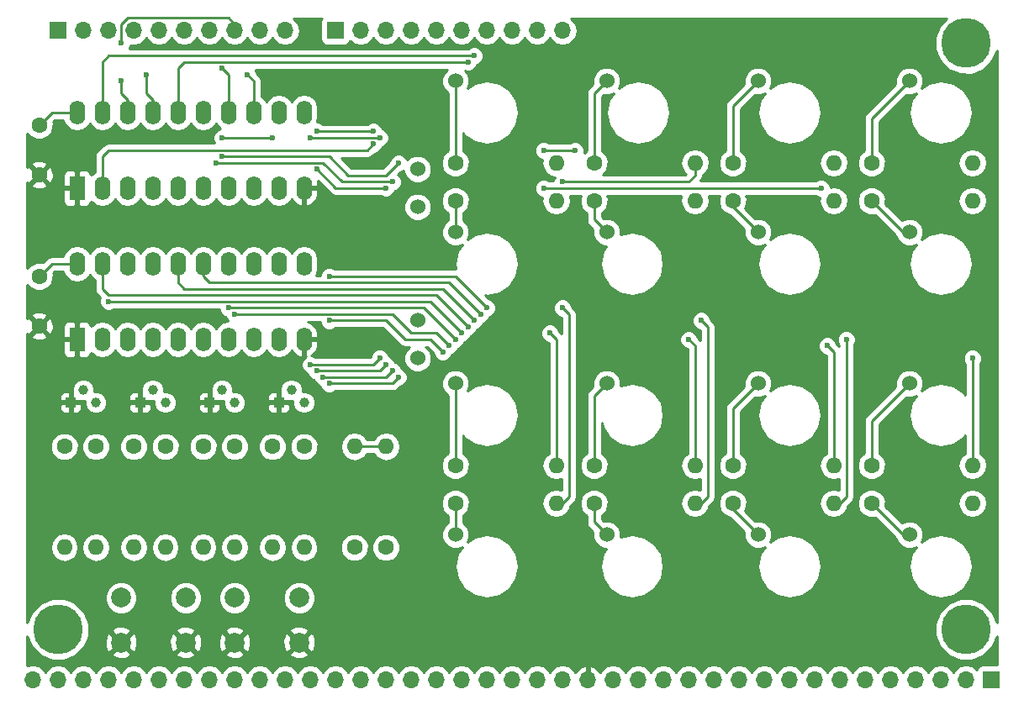
<source format=gbl>
G04 #@! TF.FileFunction,Copper,L2,Bot,Signal*
%FSLAX46Y46*%
G04 Gerber Fmt 4.6, Leading zero omitted, Abs format (unit mm)*
G04 Created by KiCad (PCBNEW 4.0.7) date 12/23/19 17:32:06*
%MOMM*%
%LPD*%
G01*
G04 APERTURE LIST*
%ADD10C,0.100000*%
%ADD11C,1.600000*%
%ADD12O,1.600000X1.600000*%
%ADD13R,1.700000X1.700000*%
%ADD14O,1.700000X1.700000*%
%ADD15C,1.000000*%
%ADD16R,1.000000X1.000000*%
%ADD17C,2.000000*%
%ADD18R,1.600000X2.400000*%
%ADD19O,1.600000X2.400000*%
%ADD20C,5.000000*%
%ADD21C,1.524000*%
%ADD22C,0.600000*%
%ADD23C,0.250000*%
%ADD24C,0.254000*%
G04 APERTURE END LIST*
D10*
D11*
X128905000Y-121920000D03*
D12*
X128905000Y-132080000D03*
D11*
X102235000Y-104775000D03*
X102235000Y-109775000D03*
X102235000Y-89535000D03*
X102235000Y-94535000D03*
D13*
X104140000Y-80010000D03*
D14*
X106680000Y-80010000D03*
X109220000Y-80010000D03*
X111760000Y-80010000D03*
X114300000Y-80010000D03*
X116840000Y-80010000D03*
X119380000Y-80010000D03*
X121920000Y-80010000D03*
X124460000Y-80010000D03*
X127000000Y-80010000D03*
D13*
X132080000Y-80010000D03*
D14*
X134620000Y-80010000D03*
X137160000Y-80010000D03*
X139700000Y-80010000D03*
X142240000Y-80010000D03*
X144780000Y-80010000D03*
X147320000Y-80010000D03*
X149860000Y-80010000D03*
X152400000Y-80010000D03*
X154940000Y-80010000D03*
D13*
X198120000Y-145415000D03*
D14*
X195580000Y-145415000D03*
X193040000Y-145415000D03*
X190500000Y-145415000D03*
X187960000Y-145415000D03*
X185420000Y-145415000D03*
X182880000Y-145415000D03*
X180340000Y-145415000D03*
X177800000Y-145415000D03*
X175260000Y-145415000D03*
X172720000Y-145415000D03*
X170180000Y-145415000D03*
X167640000Y-145415000D03*
X165100000Y-145415000D03*
X162560000Y-145415000D03*
X160020000Y-145415000D03*
X157480000Y-145415000D03*
X154940000Y-145415000D03*
X152400000Y-145415000D03*
X149860000Y-145415000D03*
X147320000Y-145415000D03*
X144780000Y-145415000D03*
X142240000Y-145415000D03*
X139700000Y-145415000D03*
X137160000Y-145415000D03*
X134620000Y-145415000D03*
X132080000Y-145415000D03*
X129540000Y-145415000D03*
X127000000Y-145415000D03*
X124460000Y-145415000D03*
X121920000Y-145415000D03*
X119380000Y-145415000D03*
X116840000Y-145415000D03*
X114300000Y-145415000D03*
X111760000Y-145415000D03*
X109220000Y-145415000D03*
X106680000Y-145415000D03*
X104140000Y-145415000D03*
X101600000Y-145415000D03*
D15*
X106680000Y-116205000D03*
X107950000Y-117475000D03*
D16*
X105410000Y-117475000D03*
D15*
X113665000Y-116205000D03*
X114935000Y-117475000D03*
D16*
X112395000Y-117475000D03*
D15*
X120650000Y-116205000D03*
X121920000Y-117475000D03*
D16*
X119380000Y-117475000D03*
D15*
X127635000Y-116205000D03*
X128905000Y-117475000D03*
D16*
X126365000Y-117475000D03*
D11*
X104775000Y-121920000D03*
D12*
X104775000Y-132080000D03*
D11*
X111760000Y-121920000D03*
D12*
X111760000Y-132080000D03*
D11*
X118745000Y-121920000D03*
D12*
X118745000Y-132080000D03*
D11*
X125730000Y-121920000D03*
D12*
X125730000Y-132080000D03*
D11*
X114935000Y-121920000D03*
D12*
X114935000Y-132080000D03*
D11*
X121920000Y-121920000D03*
D12*
X121920000Y-132080000D03*
D11*
X144145000Y-93345000D03*
D12*
X154305000Y-93345000D03*
D11*
X107950000Y-121920000D03*
D12*
X107950000Y-132080000D03*
D11*
X158115000Y-93345000D03*
D12*
X168275000Y-93345000D03*
D11*
X172085000Y-93345000D03*
D12*
X182245000Y-93345000D03*
D11*
X186055000Y-93345000D03*
D12*
X196215000Y-93345000D03*
D11*
X137160000Y-132080000D03*
D12*
X137160000Y-121920000D03*
D11*
X133985000Y-132080000D03*
D12*
X133985000Y-121920000D03*
D11*
X144145000Y-97155000D03*
D12*
X154305000Y-97155000D03*
D11*
X158115000Y-97155000D03*
D12*
X168275000Y-97155000D03*
D11*
X172085000Y-97155000D03*
D12*
X182245000Y-97155000D03*
D11*
X186055000Y-97155000D03*
D12*
X196215000Y-97155000D03*
D11*
X144145000Y-123825000D03*
D12*
X154305000Y-123825000D03*
D11*
X158115000Y-123825000D03*
D12*
X168275000Y-123825000D03*
D11*
X172085000Y-123825000D03*
D12*
X182245000Y-123825000D03*
D11*
X186055000Y-123825000D03*
D12*
X196215000Y-123825000D03*
D11*
X144145000Y-127635000D03*
D12*
X154305000Y-127635000D03*
D11*
X158115000Y-127635000D03*
D12*
X168275000Y-127635000D03*
D11*
X172085000Y-127635000D03*
D12*
X182245000Y-127635000D03*
D11*
X186055000Y-127635000D03*
D12*
X196215000Y-127635000D03*
D17*
X110490000Y-141660000D03*
X110490000Y-137160000D03*
X116990000Y-141660000D03*
X116990000Y-137160000D03*
X121920000Y-141660000D03*
X121920000Y-137160000D03*
X128420000Y-141660000D03*
X128420000Y-137160000D03*
D18*
X106045000Y-95885000D03*
D19*
X128905000Y-88265000D03*
X108585000Y-95885000D03*
X126365000Y-88265000D03*
X111125000Y-95885000D03*
X123825000Y-88265000D03*
X113665000Y-95885000D03*
X121285000Y-88265000D03*
X116205000Y-95885000D03*
X118745000Y-88265000D03*
X118745000Y-95885000D03*
X116205000Y-88265000D03*
X121285000Y-95885000D03*
X113665000Y-88265000D03*
X123825000Y-95885000D03*
X111125000Y-88265000D03*
X126365000Y-95885000D03*
X108585000Y-88265000D03*
X128905000Y-95885000D03*
X106045000Y-88265000D03*
D18*
X106045000Y-111125000D03*
D19*
X128905000Y-103505000D03*
X108585000Y-111125000D03*
X126365000Y-103505000D03*
X111125000Y-111125000D03*
X123825000Y-103505000D03*
X113665000Y-111125000D03*
X121285000Y-103505000D03*
X116205000Y-111125000D03*
X118745000Y-103505000D03*
X118745000Y-111125000D03*
X116205000Y-103505000D03*
X121285000Y-111125000D03*
X113665000Y-103505000D03*
X123825000Y-111125000D03*
X111125000Y-103505000D03*
X126365000Y-111125000D03*
X108585000Y-103505000D03*
X128905000Y-111125000D03*
X106045000Y-103505000D03*
D20*
X104140000Y-140335000D03*
X195580000Y-140335000D03*
X195580000Y-81280000D03*
D21*
X144145000Y-85090000D03*
X159385000Y-85090000D03*
X174625000Y-85090000D03*
X189865000Y-85090000D03*
X144145000Y-100330000D03*
X159385000Y-100330000D03*
X174625000Y-100330000D03*
X189865000Y-100330000D03*
X144145000Y-115570000D03*
X159385000Y-115570000D03*
X174625000Y-115570000D03*
X189865000Y-115570000D03*
X144145000Y-130810000D03*
X159385000Y-130810000D03*
X174625000Y-130810000D03*
X189865000Y-130810000D03*
X140335000Y-93980000D03*
X140335000Y-97790000D03*
X140335000Y-109220000D03*
X140335000Y-113030000D03*
D22*
X136525000Y-113030000D03*
X129540000Y-113665000D03*
X137160000Y-113665000D03*
X130175000Y-114300000D03*
X130810000Y-114935000D03*
X137795000Y-114300000D03*
X138430000Y-114935000D03*
X131445000Y-115570000D03*
X123190000Y-84455000D03*
X120650000Y-83820000D03*
X113030000Y-84455000D03*
X110490000Y-81280000D03*
X110490000Y-85090000D03*
X135890000Y-91440000D03*
X154940000Y-95250000D03*
X138430000Y-93345000D03*
X120650000Y-92710000D03*
X180975000Y-95885000D03*
X153035000Y-95885000D03*
X137795000Y-95250000D03*
X120015000Y-93345000D03*
X137160000Y-95885000D03*
X130175000Y-93980000D03*
X135890000Y-90170000D03*
X130175000Y-90170000D03*
X120650000Y-90805000D03*
X125730000Y-90805000D03*
X129540000Y-90805000D03*
X136525000Y-90805000D03*
X156210000Y-92075000D03*
X153035000Y-92075000D03*
X145415000Y-83185000D03*
X146050000Y-82550000D03*
X109220000Y-107315000D03*
X153670000Y-110490000D03*
X144780000Y-110490000D03*
X121285000Y-107950000D03*
X167640000Y-111125000D03*
X144145000Y-111125000D03*
X121920000Y-108585000D03*
X181610000Y-111760000D03*
X143510000Y-111760000D03*
X142875000Y-112395000D03*
X196215000Y-113030000D03*
X131445000Y-109220000D03*
X131445000Y-104775000D03*
X154940000Y-107950000D03*
X147320000Y-107950000D03*
X168910000Y-109220000D03*
X146685000Y-108585000D03*
X183515000Y-111125000D03*
X146050000Y-109220000D03*
X145415000Y-109855000D03*
D23*
X133985000Y-121920000D02*
X137160000Y-121920000D01*
X106045000Y-88265000D02*
X103505000Y-88265000D01*
X103505000Y-88265000D02*
X102235000Y-89535000D01*
X106045000Y-103505000D02*
X103505000Y-103505000D01*
X103505000Y-103505000D02*
X102235000Y-104775000D01*
X186055000Y-127635000D02*
X189230000Y-130810000D01*
X189230000Y-130810000D02*
X189865000Y-130810000D01*
X186055000Y-127635000D02*
X186690000Y-127635000D01*
X135890000Y-113665000D02*
X129540000Y-113665000D01*
X136525000Y-113030000D02*
X135890000Y-113665000D01*
X136525000Y-114300000D02*
X130175000Y-114300000D01*
X137160000Y-113665000D02*
X136525000Y-114300000D01*
X137795000Y-114300000D02*
X137160000Y-114935000D01*
X137160000Y-114935000D02*
X130810000Y-114935000D01*
X144145000Y-93345000D02*
X144145000Y-85090000D01*
X158115000Y-93345000D02*
X158115000Y-86360000D01*
X158115000Y-86360000D02*
X159385000Y-85090000D01*
X172085000Y-93345000D02*
X172085000Y-87630000D01*
X172085000Y-87630000D02*
X174625000Y-85090000D01*
X186055000Y-93345000D02*
X186055000Y-88900000D01*
X186055000Y-88900000D02*
X189865000Y-85090000D01*
X144145000Y-100330000D02*
X144145000Y-97155000D01*
X158115000Y-97155000D02*
X158115000Y-99060000D01*
X158115000Y-99060000D02*
X159385000Y-100330000D01*
X172085000Y-97155000D02*
X172085000Y-97790000D01*
X172085000Y-97790000D02*
X174625000Y-100330000D01*
X186055000Y-97155000D02*
X189230000Y-100330000D01*
X189230000Y-100330000D02*
X189865000Y-100330000D01*
X144145000Y-123825000D02*
X144145000Y-115570000D01*
X158115000Y-123825000D02*
X158115000Y-116840000D01*
X158115000Y-116840000D02*
X159385000Y-115570000D01*
X172085000Y-123825000D02*
X172085000Y-118110000D01*
X172085000Y-118110000D02*
X174625000Y-115570000D01*
X186055000Y-123825000D02*
X186055000Y-119380000D01*
X186055000Y-119380000D02*
X189865000Y-115570000D01*
X144145000Y-130810000D02*
X144145000Y-127635000D01*
X158115000Y-127635000D02*
X158115000Y-129540000D01*
X158115000Y-129540000D02*
X159385000Y-130810000D01*
X172085000Y-127635000D02*
X172085000Y-128270000D01*
X172085000Y-128270000D02*
X174625000Y-130810000D01*
X137795000Y-115570000D02*
X131445000Y-115570000D01*
X137795000Y-115570000D02*
X138430000Y-114935000D01*
X123825000Y-85090000D02*
X123825000Y-88265000D01*
X123190000Y-84455000D02*
X123825000Y-85090000D01*
X121285000Y-88265000D02*
X121285000Y-84455000D01*
X121285000Y-84455000D02*
X120650000Y-83820000D01*
X113030000Y-86360000D02*
X113665000Y-86995000D01*
X113030000Y-84455000D02*
X113030000Y-86360000D01*
X113665000Y-86995000D02*
X113665000Y-88265000D01*
X111125000Y-88265000D02*
X111125000Y-86995000D01*
X121285000Y-78740000D02*
X121920000Y-79375000D01*
X111125000Y-78740000D02*
X121285000Y-78740000D01*
X110490000Y-79375000D02*
X111125000Y-78740000D01*
X110490000Y-81280000D02*
X110490000Y-79375000D01*
X110490000Y-86360000D02*
X110490000Y-85090000D01*
X111125000Y-86995000D02*
X110490000Y-86360000D01*
X121920000Y-79375000D02*
X121920000Y-80010000D01*
X118745000Y-92075000D02*
X135255000Y-92075000D01*
X109855000Y-92075000D02*
X118745000Y-92075000D01*
X108585000Y-95885000D02*
X108585000Y-93345000D01*
X108585000Y-92710000D02*
X109220000Y-92075000D01*
X109220000Y-92075000D02*
X109855000Y-92075000D01*
X108585000Y-93345000D02*
X108585000Y-92710000D01*
X135255000Y-92075000D02*
X135890000Y-91440000D01*
X168275000Y-94615000D02*
X168275000Y-93345000D01*
X167640000Y-95250000D02*
X168275000Y-94615000D01*
X154940000Y-95250000D02*
X167640000Y-95250000D01*
X137160000Y-94615000D02*
X138430000Y-93345000D01*
X133350000Y-94615000D02*
X137160000Y-94615000D01*
X131445000Y-92710000D02*
X133350000Y-94615000D01*
X120650000Y-92710000D02*
X131445000Y-92710000D01*
X153035000Y-95885000D02*
X180975000Y-95885000D01*
X132715000Y-95250000D02*
X137795000Y-95250000D01*
X130810000Y-93345000D02*
X132715000Y-95250000D01*
X129540000Y-93345000D02*
X130810000Y-93345000D01*
X120015000Y-93345000D02*
X129540000Y-93345000D01*
X132080000Y-95885000D02*
X137160000Y-95885000D01*
X130175000Y-93980000D02*
X132080000Y-95885000D01*
X130175000Y-90170000D02*
X135890000Y-90170000D01*
X120650000Y-90805000D02*
X125730000Y-90805000D01*
X129540000Y-90805000D02*
X136525000Y-90805000D01*
X153035000Y-92075000D02*
X156210000Y-92075000D01*
X116205000Y-88265000D02*
X116205000Y-83820000D01*
X116205000Y-83820000D02*
X116840000Y-83185000D01*
X116840000Y-83185000D02*
X145415000Y-83185000D01*
X108585000Y-83185000D02*
X109220000Y-82550000D01*
X109220000Y-82550000D02*
X146050000Y-82550000D01*
X108585000Y-88265000D02*
X108585000Y-83185000D01*
X141605000Y-107315000D02*
X144780000Y-110490000D01*
X109220000Y-107315000D02*
X133350000Y-107315000D01*
X138430000Y-107315000D02*
X141605000Y-107315000D01*
X133350000Y-107315000D02*
X138430000Y-107315000D01*
X154305000Y-111125000D02*
X154305000Y-123825000D01*
X153670000Y-110490000D02*
X154305000Y-111125000D01*
X141605000Y-108585000D02*
X140970000Y-107950000D01*
X132715000Y-107950000D02*
X139065000Y-107950000D01*
X139065000Y-107950000D02*
X140970000Y-107950000D01*
X121285000Y-107950000D02*
X132715000Y-107950000D01*
X168275000Y-111760000D02*
X168275000Y-123825000D01*
X167640000Y-111125000D02*
X168275000Y-111760000D01*
X141605000Y-108585000D02*
X144145000Y-111125000D01*
X141605000Y-110490000D02*
X142240000Y-110490000D01*
X121920000Y-108585000D02*
X132080000Y-108585000D01*
X139700000Y-110490000D02*
X141605000Y-110490000D01*
X137795000Y-108585000D02*
X139700000Y-110490000D01*
X132080000Y-108585000D02*
X137795000Y-108585000D01*
X182245000Y-112395000D02*
X182245000Y-123825000D01*
X181610000Y-111760000D02*
X182245000Y-112395000D01*
X142240000Y-110490000D02*
X143510000Y-111760000D01*
X196215000Y-113665000D02*
X196215000Y-113030000D01*
X141605000Y-111125000D02*
X142875000Y-112395000D01*
X131445000Y-109220000D02*
X137160000Y-109220000D01*
X137160000Y-109220000D02*
X139065000Y-111125000D01*
X139065000Y-111125000D02*
X141605000Y-111125000D01*
X196215000Y-113665000D02*
X196215000Y-123825000D01*
X139700000Y-104775000D02*
X144145000Y-104775000D01*
X131445000Y-104775000D02*
X139700000Y-104775000D01*
X155575000Y-127000000D02*
X154940000Y-127635000D01*
X155575000Y-108585000D02*
X155575000Y-127000000D01*
X154940000Y-107950000D02*
X155575000Y-108585000D01*
X144145000Y-104775000D02*
X147320000Y-107950000D01*
X154940000Y-127635000D02*
X154305000Y-127635000D01*
X169545000Y-110490000D02*
X169545000Y-109855000D01*
X169545000Y-109855000D02*
X168910000Y-109220000D01*
X140335000Y-105410000D02*
X143510000Y-105410000D01*
X143510000Y-105410000D02*
X146685000Y-108585000D01*
X118745000Y-103505000D02*
X118745000Y-104775000D01*
X119380000Y-105410000D02*
X140335000Y-105410000D01*
X118745000Y-104775000D02*
X119380000Y-105410000D01*
X169545000Y-127000000D02*
X168910000Y-127635000D01*
X169545000Y-110490000D02*
X169545000Y-127000000D01*
X168910000Y-127635000D02*
X168275000Y-127635000D01*
X140970000Y-106045000D02*
X142875000Y-106045000D01*
X116205000Y-105410000D02*
X116840000Y-106045000D01*
X116840000Y-106045000D02*
X140970000Y-106045000D01*
X116205000Y-103505000D02*
X116205000Y-105410000D01*
X183515000Y-127000000D02*
X182880000Y-127635000D01*
X183515000Y-111125000D02*
X183515000Y-127000000D01*
X142875000Y-106045000D02*
X146050000Y-109220000D01*
X182880000Y-127635000D02*
X182245000Y-127635000D01*
X140970000Y-106680000D02*
X142240000Y-106680000D01*
X108585000Y-106045000D02*
X109220000Y-106680000D01*
X109220000Y-106680000D02*
X140970000Y-106680000D01*
X108585000Y-103505000D02*
X108585000Y-106045000D01*
X142240000Y-106680000D02*
X145415000Y-109855000D01*
D24*
G36*
X130633569Y-78908110D02*
X130582560Y-79160000D01*
X130582560Y-80860000D01*
X130626838Y-81095317D01*
X130765910Y-81311441D01*
X130978110Y-81456431D01*
X131230000Y-81507440D01*
X132930000Y-81507440D01*
X133165317Y-81463162D01*
X133381441Y-81324090D01*
X133526431Y-81111890D01*
X133540086Y-81044459D01*
X133569946Y-81089147D01*
X134051715Y-81411054D01*
X134620000Y-81524093D01*
X135188285Y-81411054D01*
X135670054Y-81089147D01*
X135890000Y-80759974D01*
X136109946Y-81089147D01*
X136591715Y-81411054D01*
X137160000Y-81524093D01*
X137728285Y-81411054D01*
X138210054Y-81089147D01*
X138430000Y-80759974D01*
X138649946Y-81089147D01*
X139131715Y-81411054D01*
X139700000Y-81524093D01*
X140268285Y-81411054D01*
X140750054Y-81089147D01*
X140970000Y-80759974D01*
X141189946Y-81089147D01*
X141671715Y-81411054D01*
X142240000Y-81524093D01*
X142808285Y-81411054D01*
X143290054Y-81089147D01*
X143510000Y-80759974D01*
X143729946Y-81089147D01*
X144211715Y-81411054D01*
X144780000Y-81524093D01*
X145348285Y-81411054D01*
X145830054Y-81089147D01*
X146050000Y-80759974D01*
X146269946Y-81089147D01*
X146751715Y-81411054D01*
X147320000Y-81524093D01*
X147888285Y-81411054D01*
X148370054Y-81089147D01*
X148590000Y-80759974D01*
X148809946Y-81089147D01*
X149291715Y-81411054D01*
X149860000Y-81524093D01*
X150428285Y-81411054D01*
X150910054Y-81089147D01*
X151130000Y-80759974D01*
X151349946Y-81089147D01*
X151831715Y-81411054D01*
X152400000Y-81524093D01*
X152968285Y-81411054D01*
X153450054Y-81089147D01*
X153670000Y-80759974D01*
X153889946Y-81089147D01*
X154371715Y-81411054D01*
X154940000Y-81524093D01*
X155508285Y-81411054D01*
X155990054Y-81089147D01*
X156311961Y-80607378D01*
X156425000Y-80039093D01*
X156425000Y-79980907D01*
X156311961Y-79412622D01*
X155990054Y-78930853D01*
X155816667Y-78815000D01*
X193611873Y-78815000D01*
X192923826Y-79501847D01*
X192445546Y-80653674D01*
X192444457Y-81900854D01*
X192920727Y-83053515D01*
X193801847Y-83936174D01*
X194953674Y-84414454D01*
X196200854Y-84415543D01*
X197353515Y-83939273D01*
X198236174Y-83058153D01*
X198680000Y-81989301D01*
X198680000Y-139628125D01*
X198239273Y-138561485D01*
X197358153Y-137678826D01*
X196206326Y-137200546D01*
X194959146Y-137199457D01*
X193806485Y-137675727D01*
X192923826Y-138556847D01*
X192445546Y-139708674D01*
X192444457Y-140955854D01*
X192920727Y-142108515D01*
X193801847Y-142991174D01*
X194953674Y-143469454D01*
X196200854Y-143470543D01*
X197353515Y-142994273D01*
X198236174Y-142113153D01*
X198680000Y-141044301D01*
X198680000Y-143917560D01*
X197270000Y-143917560D01*
X197034683Y-143961838D01*
X196818559Y-144100910D01*
X196673569Y-144313110D01*
X196659914Y-144380541D01*
X196630054Y-144335853D01*
X196148285Y-144013946D01*
X195580000Y-143900907D01*
X195011715Y-144013946D01*
X194529946Y-144335853D01*
X194310000Y-144665026D01*
X194090054Y-144335853D01*
X193608285Y-144013946D01*
X193040000Y-143900907D01*
X192471715Y-144013946D01*
X191989946Y-144335853D01*
X191770000Y-144665026D01*
X191550054Y-144335853D01*
X191068285Y-144013946D01*
X190500000Y-143900907D01*
X189931715Y-144013946D01*
X189449946Y-144335853D01*
X189230000Y-144665026D01*
X189010054Y-144335853D01*
X188528285Y-144013946D01*
X187960000Y-143900907D01*
X187391715Y-144013946D01*
X186909946Y-144335853D01*
X186690000Y-144665026D01*
X186470054Y-144335853D01*
X185988285Y-144013946D01*
X185420000Y-143900907D01*
X184851715Y-144013946D01*
X184369946Y-144335853D01*
X184150000Y-144665026D01*
X183930054Y-144335853D01*
X183448285Y-144013946D01*
X182880000Y-143900907D01*
X182311715Y-144013946D01*
X181829946Y-144335853D01*
X181610000Y-144665026D01*
X181390054Y-144335853D01*
X180908285Y-144013946D01*
X180340000Y-143900907D01*
X179771715Y-144013946D01*
X179289946Y-144335853D01*
X179070000Y-144665026D01*
X178850054Y-144335853D01*
X178368285Y-144013946D01*
X177800000Y-143900907D01*
X177231715Y-144013946D01*
X176749946Y-144335853D01*
X176530000Y-144665026D01*
X176310054Y-144335853D01*
X175828285Y-144013946D01*
X175260000Y-143900907D01*
X174691715Y-144013946D01*
X174209946Y-144335853D01*
X173990000Y-144665026D01*
X173770054Y-144335853D01*
X173288285Y-144013946D01*
X172720000Y-143900907D01*
X172151715Y-144013946D01*
X171669946Y-144335853D01*
X171450000Y-144665026D01*
X171230054Y-144335853D01*
X170748285Y-144013946D01*
X170180000Y-143900907D01*
X169611715Y-144013946D01*
X169129946Y-144335853D01*
X168910000Y-144665026D01*
X168690054Y-144335853D01*
X168208285Y-144013946D01*
X167640000Y-143900907D01*
X167071715Y-144013946D01*
X166589946Y-144335853D01*
X166370000Y-144665026D01*
X166150054Y-144335853D01*
X165668285Y-144013946D01*
X165100000Y-143900907D01*
X164531715Y-144013946D01*
X164049946Y-144335853D01*
X163830000Y-144665026D01*
X163610054Y-144335853D01*
X163128285Y-144013946D01*
X162560000Y-143900907D01*
X161991715Y-144013946D01*
X161509946Y-144335853D01*
X161290000Y-144665026D01*
X161070054Y-144335853D01*
X160588285Y-144013946D01*
X160020000Y-143900907D01*
X159451715Y-144013946D01*
X158969946Y-144335853D01*
X158742298Y-144676553D01*
X158675183Y-144533642D01*
X158246924Y-144143355D01*
X157836890Y-143973524D01*
X157607000Y-144094845D01*
X157607000Y-145288000D01*
X157627000Y-145288000D01*
X157627000Y-145542000D01*
X157607000Y-145542000D01*
X157607000Y-145562000D01*
X157353000Y-145562000D01*
X157353000Y-145542000D01*
X157333000Y-145542000D01*
X157333000Y-145288000D01*
X157353000Y-145288000D01*
X157353000Y-144094845D01*
X157123110Y-143973524D01*
X156713076Y-144143355D01*
X156284817Y-144533642D01*
X156217702Y-144676553D01*
X155990054Y-144335853D01*
X155508285Y-144013946D01*
X154940000Y-143900907D01*
X154371715Y-144013946D01*
X153889946Y-144335853D01*
X153670000Y-144665026D01*
X153450054Y-144335853D01*
X152968285Y-144013946D01*
X152400000Y-143900907D01*
X151831715Y-144013946D01*
X151349946Y-144335853D01*
X151130000Y-144665026D01*
X150910054Y-144335853D01*
X150428285Y-144013946D01*
X149860000Y-143900907D01*
X149291715Y-144013946D01*
X148809946Y-144335853D01*
X148590000Y-144665026D01*
X148370054Y-144335853D01*
X147888285Y-144013946D01*
X147320000Y-143900907D01*
X146751715Y-144013946D01*
X146269946Y-144335853D01*
X146050000Y-144665026D01*
X145830054Y-144335853D01*
X145348285Y-144013946D01*
X144780000Y-143900907D01*
X144211715Y-144013946D01*
X143729946Y-144335853D01*
X143510000Y-144665026D01*
X143290054Y-144335853D01*
X142808285Y-144013946D01*
X142240000Y-143900907D01*
X141671715Y-144013946D01*
X141189946Y-144335853D01*
X140970000Y-144665026D01*
X140750054Y-144335853D01*
X140268285Y-144013946D01*
X139700000Y-143900907D01*
X139131715Y-144013946D01*
X138649946Y-144335853D01*
X138430000Y-144665026D01*
X138210054Y-144335853D01*
X137728285Y-144013946D01*
X137160000Y-143900907D01*
X136591715Y-144013946D01*
X136109946Y-144335853D01*
X135890000Y-144665026D01*
X135670054Y-144335853D01*
X135188285Y-144013946D01*
X134620000Y-143900907D01*
X134051715Y-144013946D01*
X133569946Y-144335853D01*
X133350000Y-144665026D01*
X133130054Y-144335853D01*
X132648285Y-144013946D01*
X132080000Y-143900907D01*
X131511715Y-144013946D01*
X131029946Y-144335853D01*
X130810000Y-144665026D01*
X130590054Y-144335853D01*
X130108285Y-144013946D01*
X129540000Y-143900907D01*
X128971715Y-144013946D01*
X128489946Y-144335853D01*
X128270000Y-144665026D01*
X128050054Y-144335853D01*
X127568285Y-144013946D01*
X127000000Y-143900907D01*
X126431715Y-144013946D01*
X125949946Y-144335853D01*
X125730000Y-144665026D01*
X125510054Y-144335853D01*
X125028285Y-144013946D01*
X124460000Y-143900907D01*
X123891715Y-144013946D01*
X123409946Y-144335853D01*
X123190000Y-144665026D01*
X122970054Y-144335853D01*
X122488285Y-144013946D01*
X121920000Y-143900907D01*
X121351715Y-144013946D01*
X120869946Y-144335853D01*
X120650000Y-144665026D01*
X120430054Y-144335853D01*
X119948285Y-144013946D01*
X119380000Y-143900907D01*
X118811715Y-144013946D01*
X118329946Y-144335853D01*
X118110000Y-144665026D01*
X117890054Y-144335853D01*
X117408285Y-144013946D01*
X116840000Y-143900907D01*
X116271715Y-144013946D01*
X115789946Y-144335853D01*
X115570000Y-144665026D01*
X115350054Y-144335853D01*
X114868285Y-144013946D01*
X114300000Y-143900907D01*
X113731715Y-144013946D01*
X113249946Y-144335853D01*
X113030000Y-144665026D01*
X112810054Y-144335853D01*
X112328285Y-144013946D01*
X111760000Y-143900907D01*
X111191715Y-144013946D01*
X110709946Y-144335853D01*
X110490000Y-144665026D01*
X110270054Y-144335853D01*
X109788285Y-144013946D01*
X109220000Y-143900907D01*
X108651715Y-144013946D01*
X108169946Y-144335853D01*
X107950000Y-144665026D01*
X107730054Y-144335853D01*
X107248285Y-144013946D01*
X106680000Y-143900907D01*
X106111715Y-144013946D01*
X105629946Y-144335853D01*
X105410000Y-144665026D01*
X105190054Y-144335853D01*
X104708285Y-144013946D01*
X104140000Y-143900907D01*
X103571715Y-144013946D01*
X103089946Y-144335853D01*
X102870000Y-144665026D01*
X102650054Y-144335853D01*
X102168285Y-144013946D01*
X101600000Y-143900907D01*
X101040000Y-144012298D01*
X101040000Y-141041875D01*
X101480727Y-142108515D01*
X102361847Y-142991174D01*
X103513674Y-143469454D01*
X104760854Y-143470543D01*
X105913515Y-142994273D01*
X106095573Y-142812532D01*
X109517073Y-142812532D01*
X109615736Y-143079387D01*
X110225461Y-143305908D01*
X110875460Y-143281856D01*
X111364264Y-143079387D01*
X111462927Y-142812532D01*
X116017073Y-142812532D01*
X116115736Y-143079387D01*
X116725461Y-143305908D01*
X117375460Y-143281856D01*
X117864264Y-143079387D01*
X117962927Y-142812532D01*
X120947073Y-142812532D01*
X121045736Y-143079387D01*
X121655461Y-143305908D01*
X122305460Y-143281856D01*
X122794264Y-143079387D01*
X122892927Y-142812532D01*
X127447073Y-142812532D01*
X127545736Y-143079387D01*
X128155461Y-143305908D01*
X128805460Y-143281856D01*
X129294264Y-143079387D01*
X129392927Y-142812532D01*
X128420000Y-141839605D01*
X127447073Y-142812532D01*
X122892927Y-142812532D01*
X121920000Y-141839605D01*
X120947073Y-142812532D01*
X117962927Y-142812532D01*
X116990000Y-141839605D01*
X116017073Y-142812532D01*
X111462927Y-142812532D01*
X110490000Y-141839605D01*
X109517073Y-142812532D01*
X106095573Y-142812532D01*
X106796174Y-142113153D01*
X107094185Y-141395461D01*
X108844092Y-141395461D01*
X108868144Y-142045460D01*
X109070613Y-142534264D01*
X109337468Y-142632927D01*
X110310395Y-141660000D01*
X110669605Y-141660000D01*
X111642532Y-142632927D01*
X111909387Y-142534264D01*
X112135908Y-141924539D01*
X112116331Y-141395461D01*
X115344092Y-141395461D01*
X115368144Y-142045460D01*
X115570613Y-142534264D01*
X115837468Y-142632927D01*
X116810395Y-141660000D01*
X117169605Y-141660000D01*
X118142532Y-142632927D01*
X118409387Y-142534264D01*
X118635908Y-141924539D01*
X118616331Y-141395461D01*
X120274092Y-141395461D01*
X120298144Y-142045460D01*
X120500613Y-142534264D01*
X120767468Y-142632927D01*
X121740395Y-141660000D01*
X122099605Y-141660000D01*
X123072532Y-142632927D01*
X123339387Y-142534264D01*
X123565908Y-141924539D01*
X123546331Y-141395461D01*
X126774092Y-141395461D01*
X126798144Y-142045460D01*
X127000613Y-142534264D01*
X127267468Y-142632927D01*
X128240395Y-141660000D01*
X128599605Y-141660000D01*
X129572532Y-142632927D01*
X129839387Y-142534264D01*
X130065908Y-141924539D01*
X130041856Y-141274540D01*
X129839387Y-140785736D01*
X129572532Y-140687073D01*
X128599605Y-141660000D01*
X128240395Y-141660000D01*
X127267468Y-140687073D01*
X127000613Y-140785736D01*
X126774092Y-141395461D01*
X123546331Y-141395461D01*
X123541856Y-141274540D01*
X123339387Y-140785736D01*
X123072532Y-140687073D01*
X122099605Y-141660000D01*
X121740395Y-141660000D01*
X120767468Y-140687073D01*
X120500613Y-140785736D01*
X120274092Y-141395461D01*
X118616331Y-141395461D01*
X118611856Y-141274540D01*
X118409387Y-140785736D01*
X118142532Y-140687073D01*
X117169605Y-141660000D01*
X116810395Y-141660000D01*
X115837468Y-140687073D01*
X115570613Y-140785736D01*
X115344092Y-141395461D01*
X112116331Y-141395461D01*
X112111856Y-141274540D01*
X111909387Y-140785736D01*
X111642532Y-140687073D01*
X110669605Y-141660000D01*
X110310395Y-141660000D01*
X109337468Y-140687073D01*
X109070613Y-140785736D01*
X108844092Y-141395461D01*
X107094185Y-141395461D01*
X107274454Y-140961326D01*
X107274850Y-140507468D01*
X109517073Y-140507468D01*
X110490000Y-141480395D01*
X111462927Y-140507468D01*
X116017073Y-140507468D01*
X116990000Y-141480395D01*
X117962927Y-140507468D01*
X120947073Y-140507468D01*
X121920000Y-141480395D01*
X122892927Y-140507468D01*
X127447073Y-140507468D01*
X128420000Y-141480395D01*
X129392927Y-140507468D01*
X129294264Y-140240613D01*
X128684539Y-140014092D01*
X128034540Y-140038144D01*
X127545736Y-140240613D01*
X127447073Y-140507468D01*
X122892927Y-140507468D01*
X122794264Y-140240613D01*
X122184539Y-140014092D01*
X121534540Y-140038144D01*
X121045736Y-140240613D01*
X120947073Y-140507468D01*
X117962927Y-140507468D01*
X117864264Y-140240613D01*
X117254539Y-140014092D01*
X116604540Y-140038144D01*
X116115736Y-140240613D01*
X116017073Y-140507468D01*
X111462927Y-140507468D01*
X111364264Y-140240613D01*
X110754539Y-140014092D01*
X110104540Y-140038144D01*
X109615736Y-140240613D01*
X109517073Y-140507468D01*
X107274850Y-140507468D01*
X107275543Y-139714146D01*
X106799273Y-138561485D01*
X105918153Y-137678826D01*
X105448466Y-137483795D01*
X108854716Y-137483795D01*
X109103106Y-138084943D01*
X109562637Y-138545278D01*
X110163352Y-138794716D01*
X110813795Y-138795284D01*
X111414943Y-138546894D01*
X111875278Y-138087363D01*
X112124716Y-137486648D01*
X112124718Y-137483795D01*
X115354716Y-137483795D01*
X115603106Y-138084943D01*
X116062637Y-138545278D01*
X116663352Y-138794716D01*
X117313795Y-138795284D01*
X117914943Y-138546894D01*
X118375278Y-138087363D01*
X118624716Y-137486648D01*
X118624718Y-137483795D01*
X120284716Y-137483795D01*
X120533106Y-138084943D01*
X120992637Y-138545278D01*
X121593352Y-138794716D01*
X122243795Y-138795284D01*
X122844943Y-138546894D01*
X123305278Y-138087363D01*
X123554716Y-137486648D01*
X123554718Y-137483795D01*
X126784716Y-137483795D01*
X127033106Y-138084943D01*
X127492637Y-138545278D01*
X128093352Y-138794716D01*
X128743795Y-138795284D01*
X129344943Y-138546894D01*
X129805278Y-138087363D01*
X130054716Y-137486648D01*
X130055284Y-136836205D01*
X129806894Y-136235057D01*
X129347363Y-135774722D01*
X128746648Y-135525284D01*
X128096205Y-135524716D01*
X127495057Y-135773106D01*
X127034722Y-136232637D01*
X126785284Y-136833352D01*
X126784716Y-137483795D01*
X123554718Y-137483795D01*
X123555284Y-136836205D01*
X123306894Y-136235057D01*
X122847363Y-135774722D01*
X122246648Y-135525284D01*
X121596205Y-135524716D01*
X120995057Y-135773106D01*
X120534722Y-136232637D01*
X120285284Y-136833352D01*
X120284716Y-137483795D01*
X118624718Y-137483795D01*
X118625284Y-136836205D01*
X118376894Y-136235057D01*
X117917363Y-135774722D01*
X117316648Y-135525284D01*
X116666205Y-135524716D01*
X116065057Y-135773106D01*
X115604722Y-136232637D01*
X115355284Y-136833352D01*
X115354716Y-137483795D01*
X112124718Y-137483795D01*
X112125284Y-136836205D01*
X111876894Y-136235057D01*
X111417363Y-135774722D01*
X110816648Y-135525284D01*
X110166205Y-135524716D01*
X109565057Y-135773106D01*
X109104722Y-136232637D01*
X108855284Y-136833352D01*
X108854716Y-137483795D01*
X105448466Y-137483795D01*
X104766326Y-137200546D01*
X103519146Y-137199457D01*
X102366485Y-137675727D01*
X101483826Y-138556847D01*
X101040000Y-139625699D01*
X101040000Y-132051887D01*
X103340000Y-132051887D01*
X103340000Y-132108113D01*
X103449233Y-132657264D01*
X103760302Y-133122811D01*
X104225849Y-133433880D01*
X104775000Y-133543113D01*
X105324151Y-133433880D01*
X105789698Y-133122811D01*
X106100767Y-132657264D01*
X106210000Y-132108113D01*
X106210000Y-132051887D01*
X106515000Y-132051887D01*
X106515000Y-132108113D01*
X106624233Y-132657264D01*
X106935302Y-133122811D01*
X107400849Y-133433880D01*
X107950000Y-133543113D01*
X108499151Y-133433880D01*
X108964698Y-133122811D01*
X109275767Y-132657264D01*
X109385000Y-132108113D01*
X109385000Y-132051887D01*
X110325000Y-132051887D01*
X110325000Y-132108113D01*
X110434233Y-132657264D01*
X110745302Y-133122811D01*
X111210849Y-133433880D01*
X111760000Y-133543113D01*
X112309151Y-133433880D01*
X112774698Y-133122811D01*
X113085767Y-132657264D01*
X113195000Y-132108113D01*
X113195000Y-132051887D01*
X113500000Y-132051887D01*
X113500000Y-132108113D01*
X113609233Y-132657264D01*
X113920302Y-133122811D01*
X114385849Y-133433880D01*
X114935000Y-133543113D01*
X115484151Y-133433880D01*
X115949698Y-133122811D01*
X116260767Y-132657264D01*
X116370000Y-132108113D01*
X116370000Y-132051887D01*
X117310000Y-132051887D01*
X117310000Y-132108113D01*
X117419233Y-132657264D01*
X117730302Y-133122811D01*
X118195849Y-133433880D01*
X118745000Y-133543113D01*
X119294151Y-133433880D01*
X119759698Y-133122811D01*
X120070767Y-132657264D01*
X120180000Y-132108113D01*
X120180000Y-132051887D01*
X120485000Y-132051887D01*
X120485000Y-132108113D01*
X120594233Y-132657264D01*
X120905302Y-133122811D01*
X121370849Y-133433880D01*
X121920000Y-133543113D01*
X122469151Y-133433880D01*
X122934698Y-133122811D01*
X123245767Y-132657264D01*
X123355000Y-132108113D01*
X123355000Y-132051887D01*
X124295000Y-132051887D01*
X124295000Y-132108113D01*
X124404233Y-132657264D01*
X124715302Y-133122811D01*
X125180849Y-133433880D01*
X125730000Y-133543113D01*
X126279151Y-133433880D01*
X126744698Y-133122811D01*
X127055767Y-132657264D01*
X127165000Y-132108113D01*
X127165000Y-132051887D01*
X127470000Y-132051887D01*
X127470000Y-132108113D01*
X127579233Y-132657264D01*
X127890302Y-133122811D01*
X128355849Y-133433880D01*
X128905000Y-133543113D01*
X129454151Y-133433880D01*
X129919698Y-133122811D01*
X130230767Y-132657264D01*
X130289063Y-132364187D01*
X132549752Y-132364187D01*
X132767757Y-132891800D01*
X133171077Y-133295824D01*
X133698309Y-133514750D01*
X134269187Y-133515248D01*
X134796800Y-133297243D01*
X135200824Y-132893923D01*
X135419750Y-132366691D01*
X135419752Y-132364187D01*
X135724752Y-132364187D01*
X135942757Y-132891800D01*
X136346077Y-133295824D01*
X136873309Y-133514750D01*
X137444187Y-133515248D01*
X137971800Y-133297243D01*
X138375824Y-132893923D01*
X138594750Y-132366691D01*
X138595248Y-131795813D01*
X138377243Y-131268200D01*
X137973923Y-130864176D01*
X137446691Y-130645250D01*
X136875813Y-130644752D01*
X136348200Y-130862757D01*
X135944176Y-131266077D01*
X135725250Y-131793309D01*
X135724752Y-132364187D01*
X135419752Y-132364187D01*
X135420248Y-131795813D01*
X135202243Y-131268200D01*
X134798923Y-130864176D01*
X134271691Y-130645250D01*
X133700813Y-130644752D01*
X133173200Y-130862757D01*
X132769176Y-131266077D01*
X132550250Y-131793309D01*
X132549752Y-132364187D01*
X130289063Y-132364187D01*
X130340000Y-132108113D01*
X130340000Y-132051887D01*
X130230767Y-131502736D01*
X129919698Y-131037189D01*
X129454151Y-130726120D01*
X128905000Y-130616887D01*
X128355849Y-130726120D01*
X127890302Y-131037189D01*
X127579233Y-131502736D01*
X127470000Y-132051887D01*
X127165000Y-132051887D01*
X127055767Y-131502736D01*
X126744698Y-131037189D01*
X126279151Y-130726120D01*
X125730000Y-130616887D01*
X125180849Y-130726120D01*
X124715302Y-131037189D01*
X124404233Y-131502736D01*
X124295000Y-132051887D01*
X123355000Y-132051887D01*
X123245767Y-131502736D01*
X122934698Y-131037189D01*
X122469151Y-130726120D01*
X121920000Y-130616887D01*
X121370849Y-130726120D01*
X120905302Y-131037189D01*
X120594233Y-131502736D01*
X120485000Y-132051887D01*
X120180000Y-132051887D01*
X120070767Y-131502736D01*
X119759698Y-131037189D01*
X119294151Y-130726120D01*
X118745000Y-130616887D01*
X118195849Y-130726120D01*
X117730302Y-131037189D01*
X117419233Y-131502736D01*
X117310000Y-132051887D01*
X116370000Y-132051887D01*
X116260767Y-131502736D01*
X115949698Y-131037189D01*
X115484151Y-130726120D01*
X114935000Y-130616887D01*
X114385849Y-130726120D01*
X113920302Y-131037189D01*
X113609233Y-131502736D01*
X113500000Y-132051887D01*
X113195000Y-132051887D01*
X113085767Y-131502736D01*
X112774698Y-131037189D01*
X112309151Y-130726120D01*
X111760000Y-130616887D01*
X111210849Y-130726120D01*
X110745302Y-131037189D01*
X110434233Y-131502736D01*
X110325000Y-132051887D01*
X109385000Y-132051887D01*
X109275767Y-131502736D01*
X108964698Y-131037189D01*
X108499151Y-130726120D01*
X107950000Y-130616887D01*
X107400849Y-130726120D01*
X106935302Y-131037189D01*
X106624233Y-131502736D01*
X106515000Y-132051887D01*
X106210000Y-132051887D01*
X106100767Y-131502736D01*
X105789698Y-131037189D01*
X105324151Y-130726120D01*
X104775000Y-130616887D01*
X104225849Y-130726120D01*
X103760302Y-131037189D01*
X103449233Y-131502736D01*
X103340000Y-132051887D01*
X101040000Y-132051887D01*
X101040000Y-127919187D01*
X142709752Y-127919187D01*
X142927757Y-128446800D01*
X143331077Y-128850824D01*
X143385000Y-128873215D01*
X143385000Y-129612469D01*
X143354697Y-129624990D01*
X142961371Y-130017630D01*
X142748243Y-130530900D01*
X142747758Y-131086661D01*
X142959990Y-131600303D01*
X143352630Y-131993629D01*
X143865900Y-132206757D01*
X144421661Y-132207242D01*
X144835723Y-132036156D01*
X144354347Y-132756586D01*
X144110000Y-133985000D01*
X144354347Y-135213414D01*
X145050187Y-136254813D01*
X146091586Y-136950653D01*
X147320000Y-137195000D01*
X148548414Y-136950653D01*
X149589813Y-136254813D01*
X150285653Y-135213414D01*
X150530000Y-133985000D01*
X150285653Y-132756586D01*
X149589813Y-131715187D01*
X148548414Y-131019347D01*
X147320000Y-130775000D01*
X146091586Y-131019347D01*
X145370714Y-131501018D01*
X145541757Y-131089100D01*
X145542242Y-130533339D01*
X145330010Y-130019697D01*
X144937370Y-129626371D01*
X144905000Y-129612930D01*
X144905000Y-128873646D01*
X144956800Y-128852243D01*
X145360824Y-128448923D01*
X145579750Y-127921691D01*
X145580248Y-127350813D01*
X145362243Y-126823200D01*
X144958923Y-126419176D01*
X144431691Y-126200250D01*
X143860813Y-126199752D01*
X143333200Y-126417757D01*
X142929176Y-126821077D01*
X142710250Y-127348309D01*
X142709752Y-127919187D01*
X101040000Y-127919187D01*
X101040000Y-124109187D01*
X142709752Y-124109187D01*
X142927757Y-124636800D01*
X143331077Y-125040824D01*
X143858309Y-125259750D01*
X144429187Y-125260248D01*
X144956800Y-125042243D01*
X145360824Y-124638923D01*
X145579750Y-124111691D01*
X145580248Y-123540813D01*
X145362243Y-123013200D01*
X144958923Y-122609176D01*
X144905000Y-122586785D01*
X144905000Y-120797525D01*
X145050187Y-121014813D01*
X146091586Y-121710653D01*
X147320000Y-121955000D01*
X148548414Y-121710653D01*
X149589813Y-121014813D01*
X150285653Y-119973414D01*
X150530000Y-118745000D01*
X150285653Y-117516586D01*
X149589813Y-116475187D01*
X148548414Y-115779347D01*
X147320000Y-115535000D01*
X146091586Y-115779347D01*
X145370714Y-116261018D01*
X145541757Y-115849100D01*
X145542242Y-115293339D01*
X145330010Y-114779697D01*
X144937370Y-114386371D01*
X144424100Y-114173243D01*
X143868339Y-114172758D01*
X143354697Y-114384990D01*
X142961371Y-114777630D01*
X142748243Y-115290900D01*
X142747758Y-115846661D01*
X142959990Y-116360303D01*
X143352630Y-116753629D01*
X143385000Y-116767070D01*
X143385000Y-122586354D01*
X143333200Y-122607757D01*
X142929176Y-123011077D01*
X142710250Y-123538309D01*
X142709752Y-124109187D01*
X101040000Y-124109187D01*
X101040000Y-122204187D01*
X103339752Y-122204187D01*
X103557757Y-122731800D01*
X103961077Y-123135824D01*
X104488309Y-123354750D01*
X105059187Y-123355248D01*
X105586800Y-123137243D01*
X105990824Y-122733923D01*
X106209750Y-122206691D01*
X106209752Y-122204187D01*
X106514752Y-122204187D01*
X106732757Y-122731800D01*
X107136077Y-123135824D01*
X107663309Y-123354750D01*
X108234187Y-123355248D01*
X108761800Y-123137243D01*
X109165824Y-122733923D01*
X109384750Y-122206691D01*
X109384752Y-122204187D01*
X110324752Y-122204187D01*
X110542757Y-122731800D01*
X110946077Y-123135824D01*
X111473309Y-123354750D01*
X112044187Y-123355248D01*
X112571800Y-123137243D01*
X112975824Y-122733923D01*
X113194750Y-122206691D01*
X113194752Y-122204187D01*
X113499752Y-122204187D01*
X113717757Y-122731800D01*
X114121077Y-123135824D01*
X114648309Y-123354750D01*
X115219187Y-123355248D01*
X115746800Y-123137243D01*
X116150824Y-122733923D01*
X116369750Y-122206691D01*
X116369752Y-122204187D01*
X117309752Y-122204187D01*
X117527757Y-122731800D01*
X117931077Y-123135824D01*
X118458309Y-123354750D01*
X119029187Y-123355248D01*
X119556800Y-123137243D01*
X119960824Y-122733923D01*
X120179750Y-122206691D01*
X120179752Y-122204187D01*
X120484752Y-122204187D01*
X120702757Y-122731800D01*
X121106077Y-123135824D01*
X121633309Y-123354750D01*
X122204187Y-123355248D01*
X122731800Y-123137243D01*
X123135824Y-122733923D01*
X123354750Y-122206691D01*
X123354752Y-122204187D01*
X124294752Y-122204187D01*
X124512757Y-122731800D01*
X124916077Y-123135824D01*
X125443309Y-123354750D01*
X126014187Y-123355248D01*
X126541800Y-123137243D01*
X126945824Y-122733923D01*
X127164750Y-122206691D01*
X127164752Y-122204187D01*
X127469752Y-122204187D01*
X127687757Y-122731800D01*
X128091077Y-123135824D01*
X128618309Y-123354750D01*
X129189187Y-123355248D01*
X129716800Y-123137243D01*
X130120824Y-122733923D01*
X130339750Y-122206691D01*
X130340024Y-121891887D01*
X132550000Y-121891887D01*
X132550000Y-121948113D01*
X132659233Y-122497264D01*
X132970302Y-122962811D01*
X133435849Y-123273880D01*
X133985000Y-123383113D01*
X134534151Y-123273880D01*
X134999698Y-122962811D01*
X135188667Y-122680000D01*
X135956333Y-122680000D01*
X136145302Y-122962811D01*
X136610849Y-123273880D01*
X137160000Y-123383113D01*
X137709151Y-123273880D01*
X138174698Y-122962811D01*
X138485767Y-122497264D01*
X138595000Y-121948113D01*
X138595000Y-121891887D01*
X138485767Y-121342736D01*
X138174698Y-120877189D01*
X137709151Y-120566120D01*
X137160000Y-120456887D01*
X136610849Y-120566120D01*
X136145302Y-120877189D01*
X135956333Y-121160000D01*
X135188667Y-121160000D01*
X134999698Y-120877189D01*
X134534151Y-120566120D01*
X133985000Y-120456887D01*
X133435849Y-120566120D01*
X132970302Y-120877189D01*
X132659233Y-121342736D01*
X132550000Y-121891887D01*
X130340024Y-121891887D01*
X130340248Y-121635813D01*
X130122243Y-121108200D01*
X129718923Y-120704176D01*
X129191691Y-120485250D01*
X128620813Y-120484752D01*
X128093200Y-120702757D01*
X127689176Y-121106077D01*
X127470250Y-121633309D01*
X127469752Y-122204187D01*
X127164752Y-122204187D01*
X127165248Y-121635813D01*
X126947243Y-121108200D01*
X126543923Y-120704176D01*
X126016691Y-120485250D01*
X125445813Y-120484752D01*
X124918200Y-120702757D01*
X124514176Y-121106077D01*
X124295250Y-121633309D01*
X124294752Y-122204187D01*
X123354752Y-122204187D01*
X123355248Y-121635813D01*
X123137243Y-121108200D01*
X122733923Y-120704176D01*
X122206691Y-120485250D01*
X121635813Y-120484752D01*
X121108200Y-120702757D01*
X120704176Y-121106077D01*
X120485250Y-121633309D01*
X120484752Y-122204187D01*
X120179752Y-122204187D01*
X120180248Y-121635813D01*
X119962243Y-121108200D01*
X119558923Y-120704176D01*
X119031691Y-120485250D01*
X118460813Y-120484752D01*
X117933200Y-120702757D01*
X117529176Y-121106077D01*
X117310250Y-121633309D01*
X117309752Y-122204187D01*
X116369752Y-122204187D01*
X116370248Y-121635813D01*
X116152243Y-121108200D01*
X115748923Y-120704176D01*
X115221691Y-120485250D01*
X114650813Y-120484752D01*
X114123200Y-120702757D01*
X113719176Y-121106077D01*
X113500250Y-121633309D01*
X113499752Y-122204187D01*
X113194752Y-122204187D01*
X113195248Y-121635813D01*
X112977243Y-121108200D01*
X112573923Y-120704176D01*
X112046691Y-120485250D01*
X111475813Y-120484752D01*
X110948200Y-120702757D01*
X110544176Y-121106077D01*
X110325250Y-121633309D01*
X110324752Y-122204187D01*
X109384752Y-122204187D01*
X109385248Y-121635813D01*
X109167243Y-121108200D01*
X108763923Y-120704176D01*
X108236691Y-120485250D01*
X107665813Y-120484752D01*
X107138200Y-120702757D01*
X106734176Y-121106077D01*
X106515250Y-121633309D01*
X106514752Y-122204187D01*
X106209752Y-122204187D01*
X106210248Y-121635813D01*
X105992243Y-121108200D01*
X105588923Y-120704176D01*
X105061691Y-120485250D01*
X104490813Y-120484752D01*
X103963200Y-120702757D01*
X103559176Y-121106077D01*
X103340250Y-121633309D01*
X103339752Y-122204187D01*
X101040000Y-122204187D01*
X101040000Y-117760750D01*
X104275000Y-117760750D01*
X104275000Y-118101309D01*
X104371673Y-118334698D01*
X104550301Y-118513327D01*
X104783690Y-118610000D01*
X105124250Y-118610000D01*
X105283000Y-118451250D01*
X105283000Y-117602000D01*
X105537000Y-117602000D01*
X105537000Y-118451250D01*
X105695750Y-118610000D01*
X106036310Y-118610000D01*
X106269699Y-118513327D01*
X106448327Y-118334698D01*
X106545000Y-118101309D01*
X106545000Y-117760750D01*
X106386250Y-117602000D01*
X105537000Y-117602000D01*
X105283000Y-117602000D01*
X104433750Y-117602000D01*
X104275000Y-117760750D01*
X101040000Y-117760750D01*
X101040000Y-116848691D01*
X104275000Y-116848691D01*
X104275000Y-117189250D01*
X104433750Y-117348000D01*
X105283000Y-117348000D01*
X105283000Y-116498750D01*
X105537000Y-116498750D01*
X105537000Y-117348000D01*
X106386250Y-117348000D01*
X106411698Y-117322552D01*
X106453244Y-117339803D01*
X106815117Y-117340119D01*
X106814803Y-117699775D01*
X106987233Y-118117086D01*
X107306235Y-118436645D01*
X107723244Y-118609803D01*
X108174775Y-118610197D01*
X108592086Y-118437767D01*
X108911645Y-118118765D01*
X109060306Y-117760750D01*
X111260000Y-117760750D01*
X111260000Y-118101309D01*
X111356673Y-118334698D01*
X111535301Y-118513327D01*
X111768690Y-118610000D01*
X112109250Y-118610000D01*
X112268000Y-118451250D01*
X112268000Y-117602000D01*
X112522000Y-117602000D01*
X112522000Y-118451250D01*
X112680750Y-118610000D01*
X113021310Y-118610000D01*
X113254699Y-118513327D01*
X113433327Y-118334698D01*
X113530000Y-118101309D01*
X113530000Y-117760750D01*
X113371250Y-117602000D01*
X112522000Y-117602000D01*
X112268000Y-117602000D01*
X111418750Y-117602000D01*
X111260000Y-117760750D01*
X109060306Y-117760750D01*
X109084803Y-117701756D01*
X109085197Y-117250225D01*
X108919286Y-116848691D01*
X111260000Y-116848691D01*
X111260000Y-117189250D01*
X111418750Y-117348000D01*
X112268000Y-117348000D01*
X112268000Y-116498750D01*
X112522000Y-116498750D01*
X112522000Y-117348000D01*
X113371250Y-117348000D01*
X113396698Y-117322552D01*
X113438244Y-117339803D01*
X113800117Y-117340119D01*
X113799803Y-117699775D01*
X113972233Y-118117086D01*
X114291235Y-118436645D01*
X114708244Y-118609803D01*
X115159775Y-118610197D01*
X115577086Y-118437767D01*
X115896645Y-118118765D01*
X116045306Y-117760750D01*
X118245000Y-117760750D01*
X118245000Y-118101309D01*
X118341673Y-118334698D01*
X118520301Y-118513327D01*
X118753690Y-118610000D01*
X119094250Y-118610000D01*
X119253000Y-118451250D01*
X119253000Y-117602000D01*
X119507000Y-117602000D01*
X119507000Y-118451250D01*
X119665750Y-118610000D01*
X120006310Y-118610000D01*
X120239699Y-118513327D01*
X120418327Y-118334698D01*
X120515000Y-118101309D01*
X120515000Y-117760750D01*
X120356250Y-117602000D01*
X119507000Y-117602000D01*
X119253000Y-117602000D01*
X118403750Y-117602000D01*
X118245000Y-117760750D01*
X116045306Y-117760750D01*
X116069803Y-117701756D01*
X116070197Y-117250225D01*
X115904286Y-116848691D01*
X118245000Y-116848691D01*
X118245000Y-117189250D01*
X118403750Y-117348000D01*
X119253000Y-117348000D01*
X119253000Y-116498750D01*
X119507000Y-116498750D01*
X119507000Y-117348000D01*
X120356250Y-117348000D01*
X120381698Y-117322552D01*
X120423244Y-117339803D01*
X120785117Y-117340119D01*
X120784803Y-117699775D01*
X120957233Y-118117086D01*
X121276235Y-118436645D01*
X121693244Y-118609803D01*
X122144775Y-118610197D01*
X122562086Y-118437767D01*
X122881645Y-118118765D01*
X123030306Y-117760750D01*
X125230000Y-117760750D01*
X125230000Y-118101309D01*
X125326673Y-118334698D01*
X125505301Y-118513327D01*
X125738690Y-118610000D01*
X126079250Y-118610000D01*
X126238000Y-118451250D01*
X126238000Y-117602000D01*
X126492000Y-117602000D01*
X126492000Y-118451250D01*
X126650750Y-118610000D01*
X126991310Y-118610000D01*
X127224699Y-118513327D01*
X127403327Y-118334698D01*
X127500000Y-118101309D01*
X127500000Y-117760750D01*
X127341250Y-117602000D01*
X126492000Y-117602000D01*
X126238000Y-117602000D01*
X125388750Y-117602000D01*
X125230000Y-117760750D01*
X123030306Y-117760750D01*
X123054803Y-117701756D01*
X123055197Y-117250225D01*
X122889286Y-116848691D01*
X125230000Y-116848691D01*
X125230000Y-117189250D01*
X125388750Y-117348000D01*
X126238000Y-117348000D01*
X126238000Y-116498750D01*
X126492000Y-116498750D01*
X126492000Y-117348000D01*
X127341250Y-117348000D01*
X127366698Y-117322552D01*
X127408244Y-117339803D01*
X127770117Y-117340119D01*
X127769803Y-117699775D01*
X127942233Y-118117086D01*
X128261235Y-118436645D01*
X128678244Y-118609803D01*
X129129775Y-118610197D01*
X129547086Y-118437767D01*
X129866645Y-118118765D01*
X130039803Y-117701756D01*
X130040197Y-117250225D01*
X129867767Y-116832914D01*
X129548765Y-116513355D01*
X129131756Y-116340197D01*
X128769883Y-116339881D01*
X128770197Y-115980225D01*
X128597767Y-115562914D01*
X128278765Y-115243355D01*
X127861756Y-115070197D01*
X127410225Y-115069803D01*
X126992914Y-115242233D01*
X126673355Y-115561235D01*
X126500197Y-115978244D01*
X126499803Y-116429775D01*
X126517689Y-116473061D01*
X126492000Y-116498750D01*
X126238000Y-116498750D01*
X126079250Y-116340000D01*
X125738690Y-116340000D01*
X125505301Y-116436673D01*
X125326673Y-116615302D01*
X125230000Y-116848691D01*
X122889286Y-116848691D01*
X122882767Y-116832914D01*
X122563765Y-116513355D01*
X122146756Y-116340197D01*
X121784883Y-116339881D01*
X121785197Y-115980225D01*
X121612767Y-115562914D01*
X121293765Y-115243355D01*
X120876756Y-115070197D01*
X120425225Y-115069803D01*
X120007914Y-115242233D01*
X119688355Y-115561235D01*
X119515197Y-115978244D01*
X119514803Y-116429775D01*
X119532689Y-116473061D01*
X119507000Y-116498750D01*
X119253000Y-116498750D01*
X119094250Y-116340000D01*
X118753690Y-116340000D01*
X118520301Y-116436673D01*
X118341673Y-116615302D01*
X118245000Y-116848691D01*
X115904286Y-116848691D01*
X115897767Y-116832914D01*
X115578765Y-116513355D01*
X115161756Y-116340197D01*
X114799883Y-116339881D01*
X114800197Y-115980225D01*
X114627767Y-115562914D01*
X114308765Y-115243355D01*
X113891756Y-115070197D01*
X113440225Y-115069803D01*
X113022914Y-115242233D01*
X112703355Y-115561235D01*
X112530197Y-115978244D01*
X112529803Y-116429775D01*
X112547689Y-116473061D01*
X112522000Y-116498750D01*
X112268000Y-116498750D01*
X112109250Y-116340000D01*
X111768690Y-116340000D01*
X111535301Y-116436673D01*
X111356673Y-116615302D01*
X111260000Y-116848691D01*
X108919286Y-116848691D01*
X108912767Y-116832914D01*
X108593765Y-116513355D01*
X108176756Y-116340197D01*
X107814883Y-116339881D01*
X107815197Y-115980225D01*
X107642767Y-115562914D01*
X107323765Y-115243355D01*
X106906756Y-115070197D01*
X106455225Y-115069803D01*
X106037914Y-115242233D01*
X105718355Y-115561235D01*
X105545197Y-115978244D01*
X105544803Y-116429775D01*
X105562689Y-116473061D01*
X105537000Y-116498750D01*
X105283000Y-116498750D01*
X105124250Y-116340000D01*
X104783690Y-116340000D01*
X104550301Y-116436673D01*
X104371673Y-116615302D01*
X104275000Y-116848691D01*
X101040000Y-116848691D01*
X101040000Y-113850167D01*
X128604838Y-113850167D01*
X128746883Y-114193943D01*
X129009673Y-114457192D01*
X129273554Y-114566765D01*
X129381883Y-114828943D01*
X129644673Y-115092192D01*
X129908554Y-115201765D01*
X130016883Y-115463943D01*
X130279673Y-115727192D01*
X130543554Y-115836765D01*
X130651883Y-116098943D01*
X130914673Y-116362192D01*
X131258201Y-116504838D01*
X131630167Y-116505162D01*
X131973943Y-116363117D01*
X132007118Y-116330000D01*
X137795000Y-116330000D01*
X138085839Y-116272148D01*
X138332401Y-116107401D01*
X138569680Y-115870122D01*
X138615167Y-115870162D01*
X138958943Y-115728117D01*
X139222192Y-115465327D01*
X139364838Y-115121799D01*
X139365162Y-114749833D01*
X139223117Y-114406057D01*
X138960327Y-114142808D01*
X138696446Y-114033235D01*
X138588117Y-113771057D01*
X138325327Y-113507808D01*
X138061446Y-113398235D01*
X137953117Y-113136057D01*
X137690327Y-112872808D01*
X137426446Y-112763235D01*
X137318117Y-112501057D01*
X137055327Y-112237808D01*
X136711799Y-112095162D01*
X136339833Y-112094838D01*
X135996057Y-112236883D01*
X135732808Y-112499673D01*
X135590162Y-112843201D01*
X135590121Y-112890077D01*
X135575198Y-112905000D01*
X130102463Y-112905000D01*
X130070327Y-112872808D01*
X129726799Y-112730162D01*
X129646104Y-112730092D01*
X129829896Y-112629500D01*
X130182166Y-112191483D01*
X130340000Y-111652000D01*
X130340000Y-111252000D01*
X129032000Y-111252000D01*
X129032000Y-112794915D01*
X129102969Y-112833906D01*
X129011057Y-112871883D01*
X128747808Y-113134673D01*
X128605162Y-113478201D01*
X128604838Y-113850167D01*
X101040000Y-113850167D01*
X101040000Y-111410750D01*
X104610000Y-111410750D01*
X104610000Y-112451309D01*
X104706673Y-112684698D01*
X104885301Y-112863327D01*
X105118690Y-112960000D01*
X105759250Y-112960000D01*
X105918000Y-112801250D01*
X105918000Y-111252000D01*
X104768750Y-111252000D01*
X104610000Y-111410750D01*
X101040000Y-111410750D01*
X101040000Y-110782745D01*
X101406861Y-110782745D01*
X101480995Y-111028864D01*
X102018223Y-111221965D01*
X102588454Y-111194778D01*
X102989005Y-111028864D01*
X103063139Y-110782745D01*
X102235000Y-109954605D01*
X101406861Y-110782745D01*
X101040000Y-110782745D01*
X101040000Y-110546736D01*
X101227255Y-110603139D01*
X102055395Y-109775000D01*
X102414605Y-109775000D01*
X103242745Y-110603139D01*
X103488864Y-110529005D01*
X103681965Y-109991777D01*
X103672760Y-109798691D01*
X104610000Y-109798691D01*
X104610000Y-110839250D01*
X104768750Y-110998000D01*
X105918000Y-110998000D01*
X105918000Y-109448750D01*
X105759250Y-109290000D01*
X105118690Y-109290000D01*
X104885301Y-109386673D01*
X104706673Y-109565302D01*
X104610000Y-109798691D01*
X103672760Y-109798691D01*
X103654778Y-109421546D01*
X103488864Y-109020995D01*
X103242745Y-108946861D01*
X102414605Y-109775000D01*
X102055395Y-109775000D01*
X101227255Y-108946861D01*
X101040000Y-109003264D01*
X101040000Y-108767255D01*
X101406861Y-108767255D01*
X102235000Y-109595395D01*
X103063139Y-108767255D01*
X102989005Y-108521136D01*
X102451777Y-108328035D01*
X101881546Y-108355222D01*
X101480995Y-108521136D01*
X101406861Y-108767255D01*
X101040000Y-108767255D01*
X101040000Y-105609082D01*
X101421077Y-105990824D01*
X101948309Y-106209750D01*
X102519187Y-106210248D01*
X103046800Y-105992243D01*
X103450824Y-105588923D01*
X103669750Y-105061691D01*
X103670248Y-104490813D01*
X103647951Y-104436851D01*
X103819802Y-104265000D01*
X104674458Y-104265000D01*
X104719233Y-104490101D01*
X105030302Y-104955648D01*
X105495849Y-105266717D01*
X106045000Y-105375950D01*
X106594151Y-105266717D01*
X107059698Y-104955648D01*
X107315000Y-104573562D01*
X107570302Y-104955648D01*
X107825000Y-105125832D01*
X107825000Y-106045000D01*
X107882852Y-106335839D01*
X108047599Y-106582401D01*
X108375600Y-106910402D01*
X108285162Y-107128201D01*
X108284838Y-107500167D01*
X108426883Y-107843943D01*
X108689673Y-108107192D01*
X109033201Y-108249838D01*
X109405167Y-108250162D01*
X109748943Y-108108117D01*
X109782118Y-108075000D01*
X120349890Y-108075000D01*
X120349838Y-108135167D01*
X120491883Y-108478943D01*
X120754673Y-108742192D01*
X121018554Y-108851765D01*
X121126883Y-109113943D01*
X121269770Y-109257079D01*
X120735849Y-109363283D01*
X120270302Y-109674352D01*
X120015000Y-110056438D01*
X119759698Y-109674352D01*
X119294151Y-109363283D01*
X118745000Y-109254050D01*
X118195849Y-109363283D01*
X117730302Y-109674352D01*
X117475000Y-110056438D01*
X117219698Y-109674352D01*
X116754151Y-109363283D01*
X116205000Y-109254050D01*
X115655849Y-109363283D01*
X115190302Y-109674352D01*
X114935000Y-110056438D01*
X114679698Y-109674352D01*
X114214151Y-109363283D01*
X113665000Y-109254050D01*
X113115849Y-109363283D01*
X112650302Y-109674352D01*
X112395000Y-110056438D01*
X112139698Y-109674352D01*
X111674151Y-109363283D01*
X111125000Y-109254050D01*
X110575849Y-109363283D01*
X110110302Y-109674352D01*
X109855000Y-110056438D01*
X109599698Y-109674352D01*
X109134151Y-109363283D01*
X108585000Y-109254050D01*
X108035849Y-109363283D01*
X107570302Y-109674352D01*
X107480000Y-109809498D01*
X107480000Y-109798691D01*
X107383327Y-109565302D01*
X107204699Y-109386673D01*
X106971310Y-109290000D01*
X106330750Y-109290000D01*
X106172000Y-109448750D01*
X106172000Y-110998000D01*
X106192000Y-110998000D01*
X106192000Y-111252000D01*
X106172000Y-111252000D01*
X106172000Y-112801250D01*
X106330750Y-112960000D01*
X106971310Y-112960000D01*
X107204699Y-112863327D01*
X107383327Y-112684698D01*
X107480000Y-112451309D01*
X107480000Y-112440502D01*
X107570302Y-112575648D01*
X108035849Y-112886717D01*
X108585000Y-112995950D01*
X109134151Y-112886717D01*
X109599698Y-112575648D01*
X109855000Y-112193562D01*
X110110302Y-112575648D01*
X110575849Y-112886717D01*
X111125000Y-112995950D01*
X111674151Y-112886717D01*
X112139698Y-112575648D01*
X112395000Y-112193562D01*
X112650302Y-112575648D01*
X113115849Y-112886717D01*
X113665000Y-112995950D01*
X114214151Y-112886717D01*
X114679698Y-112575648D01*
X114935000Y-112193562D01*
X115190302Y-112575648D01*
X115655849Y-112886717D01*
X116205000Y-112995950D01*
X116754151Y-112886717D01*
X117219698Y-112575648D01*
X117475000Y-112193562D01*
X117730302Y-112575648D01*
X118195849Y-112886717D01*
X118745000Y-112995950D01*
X119294151Y-112886717D01*
X119759698Y-112575648D01*
X120015000Y-112193562D01*
X120270302Y-112575648D01*
X120735849Y-112886717D01*
X121285000Y-112995950D01*
X121834151Y-112886717D01*
X122299698Y-112575648D01*
X122555000Y-112193562D01*
X122810302Y-112575648D01*
X123275849Y-112886717D01*
X123825000Y-112995950D01*
X124374151Y-112886717D01*
X124839698Y-112575648D01*
X125095000Y-112193562D01*
X125350302Y-112575648D01*
X125815849Y-112886717D01*
X126365000Y-112995950D01*
X126914151Y-112886717D01*
X127379698Y-112575648D01*
X127632507Y-112197293D01*
X127980104Y-112629500D01*
X128473181Y-112899367D01*
X128555961Y-112916904D01*
X128778000Y-112794915D01*
X128778000Y-111252000D01*
X128758000Y-111252000D01*
X128758000Y-110998000D01*
X128778000Y-110998000D01*
X128778000Y-110978000D01*
X129032000Y-110978000D01*
X129032000Y-110998000D01*
X130340000Y-110998000D01*
X130340000Y-110598000D01*
X130182166Y-110058517D01*
X129829896Y-109620500D01*
X129336819Y-109350633D01*
X129310230Y-109345000D01*
X130509890Y-109345000D01*
X130509838Y-109405167D01*
X130651883Y-109748943D01*
X130914673Y-110012192D01*
X131258201Y-110154838D01*
X131630167Y-110155162D01*
X131973943Y-110013117D01*
X132007118Y-109980000D01*
X136845198Y-109980000D01*
X138527599Y-111662401D01*
X138774161Y-111827148D01*
X139065000Y-111885000D01*
X139504617Y-111885000D01*
X139151371Y-112237630D01*
X138938243Y-112750900D01*
X138937758Y-113306661D01*
X139149990Y-113820303D01*
X139542630Y-114213629D01*
X140055900Y-114426757D01*
X140611661Y-114427242D01*
X141125303Y-114215010D01*
X141518629Y-113822370D01*
X141731757Y-113309100D01*
X141732242Y-112753339D01*
X141520010Y-112239697D01*
X141165932Y-111885000D01*
X141290198Y-111885000D01*
X141939878Y-112534680D01*
X141939838Y-112580167D01*
X142081883Y-112923943D01*
X142344673Y-113187192D01*
X142688201Y-113329838D01*
X143060167Y-113330162D01*
X143403943Y-113188117D01*
X143667192Y-112925327D01*
X143776765Y-112661446D01*
X144038943Y-112553117D01*
X144302192Y-112290327D01*
X144411765Y-112026446D01*
X144673943Y-111918117D01*
X144937192Y-111655327D01*
X145046765Y-111391446D01*
X145308943Y-111283117D01*
X145572192Y-111020327D01*
X145681765Y-110756446D01*
X145878476Y-110675167D01*
X152734838Y-110675167D01*
X152876883Y-111018943D01*
X153139673Y-111282192D01*
X153483201Y-111424838D01*
X153530077Y-111424879D01*
X153545000Y-111439802D01*
X153545000Y-122621333D01*
X153262189Y-122810302D01*
X152951120Y-123275849D01*
X152841887Y-123825000D01*
X152951120Y-124374151D01*
X153262189Y-124839698D01*
X153727736Y-125150767D01*
X154276887Y-125260000D01*
X154333113Y-125260000D01*
X154815000Y-125164147D01*
X154815000Y-126295853D01*
X154333113Y-126200000D01*
X154276887Y-126200000D01*
X153727736Y-126309233D01*
X153262189Y-126620302D01*
X152951120Y-127085849D01*
X152841887Y-127635000D01*
X152951120Y-128184151D01*
X153262189Y-128649698D01*
X153727736Y-128960767D01*
X154276887Y-129070000D01*
X154333113Y-129070000D01*
X154882264Y-128960767D01*
X155347811Y-128649698D01*
X155658880Y-128184151D01*
X155706859Y-127942943D01*
X155730615Y-127919187D01*
X156679752Y-127919187D01*
X156897757Y-128446800D01*
X157301077Y-128850824D01*
X157355000Y-128873215D01*
X157355000Y-129540000D01*
X157412852Y-129830839D01*
X157577599Y-130077401D01*
X158000817Y-130500619D01*
X157988243Y-130530900D01*
X157987758Y-131086661D01*
X158199990Y-131600303D01*
X158592630Y-131993629D01*
X159105900Y-132206757D01*
X159326602Y-132206950D01*
X158959347Y-132756586D01*
X158715000Y-133985000D01*
X158959347Y-135213414D01*
X159655187Y-136254813D01*
X160696586Y-136950653D01*
X161925000Y-137195000D01*
X163153414Y-136950653D01*
X164194813Y-136254813D01*
X164890653Y-135213414D01*
X165135000Y-133985000D01*
X164890653Y-132756586D01*
X164194813Y-131715187D01*
X163153414Y-131019347D01*
X161925000Y-130775000D01*
X160781833Y-131002390D01*
X160782242Y-130533339D01*
X160570010Y-130019697D01*
X160177370Y-129626371D01*
X159664100Y-129413243D01*
X159108339Y-129412758D01*
X159075945Y-129426143D01*
X158875000Y-129225198D01*
X158875000Y-128873646D01*
X158926800Y-128852243D01*
X159330824Y-128448923D01*
X159549750Y-127921691D01*
X159550248Y-127350813D01*
X159332243Y-126823200D01*
X158928923Y-126419176D01*
X158401691Y-126200250D01*
X157830813Y-126199752D01*
X157303200Y-126417757D01*
X156899176Y-126821077D01*
X156680250Y-127348309D01*
X156679752Y-127919187D01*
X155730615Y-127919187D01*
X156112401Y-127537401D01*
X156277148Y-127290839D01*
X156335000Y-127000000D01*
X156335000Y-124109187D01*
X156679752Y-124109187D01*
X156897757Y-124636800D01*
X157301077Y-125040824D01*
X157828309Y-125259750D01*
X158399187Y-125260248D01*
X158926800Y-125042243D01*
X159330824Y-124638923D01*
X159549750Y-124111691D01*
X159550248Y-123540813D01*
X159332243Y-123013200D01*
X158928923Y-122609176D01*
X158875000Y-122586785D01*
X158875000Y-119549373D01*
X158959347Y-119973414D01*
X159655187Y-121014813D01*
X160696586Y-121710653D01*
X161925000Y-121955000D01*
X163153414Y-121710653D01*
X164194813Y-121014813D01*
X164890653Y-119973414D01*
X165135000Y-118745000D01*
X164890653Y-117516586D01*
X164194813Y-116475187D01*
X163153414Y-115779347D01*
X161925000Y-115535000D01*
X160781833Y-115762390D01*
X160782242Y-115293339D01*
X160570010Y-114779697D01*
X160177370Y-114386371D01*
X159664100Y-114173243D01*
X159108339Y-114172758D01*
X158594697Y-114384990D01*
X158201371Y-114777630D01*
X157988243Y-115290900D01*
X157987758Y-115846661D01*
X158001143Y-115879055D01*
X157577599Y-116302599D01*
X157412852Y-116549161D01*
X157355000Y-116840000D01*
X157355000Y-122586354D01*
X157303200Y-122607757D01*
X156899176Y-123011077D01*
X156680250Y-123538309D01*
X156679752Y-124109187D01*
X156335000Y-124109187D01*
X156335000Y-111310167D01*
X166704838Y-111310167D01*
X166846883Y-111653943D01*
X167109673Y-111917192D01*
X167453201Y-112059838D01*
X167500077Y-112059879D01*
X167515000Y-112074802D01*
X167515000Y-122621333D01*
X167232189Y-122810302D01*
X166921120Y-123275849D01*
X166811887Y-123825000D01*
X166921120Y-124374151D01*
X167232189Y-124839698D01*
X167697736Y-125150767D01*
X168246887Y-125260000D01*
X168303113Y-125260000D01*
X168785000Y-125164147D01*
X168785000Y-126295853D01*
X168303113Y-126200000D01*
X168246887Y-126200000D01*
X167697736Y-126309233D01*
X167232189Y-126620302D01*
X166921120Y-127085849D01*
X166811887Y-127635000D01*
X166921120Y-128184151D01*
X167232189Y-128649698D01*
X167697736Y-128960767D01*
X168246887Y-129070000D01*
X168303113Y-129070000D01*
X168852264Y-128960767D01*
X169317811Y-128649698D01*
X169628880Y-128184151D01*
X169676859Y-127942943D01*
X169700615Y-127919187D01*
X170649752Y-127919187D01*
X170867757Y-128446800D01*
X171271077Y-128850824D01*
X171798309Y-129069750D01*
X171809958Y-129069760D01*
X173240817Y-130500619D01*
X173228243Y-130530900D01*
X173227758Y-131086661D01*
X173439990Y-131600303D01*
X173832630Y-131993629D01*
X174345900Y-132206757D01*
X174901661Y-132207242D01*
X175315723Y-132036156D01*
X174834347Y-132756586D01*
X174590000Y-133985000D01*
X174834347Y-135213414D01*
X175530187Y-136254813D01*
X176571586Y-136950653D01*
X177800000Y-137195000D01*
X179028414Y-136950653D01*
X180069813Y-136254813D01*
X180765653Y-135213414D01*
X181010000Y-133985000D01*
X180765653Y-132756586D01*
X180069813Y-131715187D01*
X179028414Y-131019347D01*
X177800000Y-130775000D01*
X176571586Y-131019347D01*
X175850714Y-131501018D01*
X176021757Y-131089100D01*
X176022242Y-130533339D01*
X175810010Y-130019697D01*
X175417370Y-129626371D01*
X174904100Y-129413243D01*
X174348339Y-129412758D01*
X174315945Y-129426143D01*
X173311944Y-128422142D01*
X173519750Y-127921691D01*
X173520248Y-127350813D01*
X173302243Y-126823200D01*
X172898923Y-126419176D01*
X172371691Y-126200250D01*
X171800813Y-126199752D01*
X171273200Y-126417757D01*
X170869176Y-126821077D01*
X170650250Y-127348309D01*
X170649752Y-127919187D01*
X169700615Y-127919187D01*
X170082401Y-127537401D01*
X170247148Y-127290839D01*
X170305000Y-127000000D01*
X170305000Y-124109187D01*
X170649752Y-124109187D01*
X170867757Y-124636800D01*
X171271077Y-125040824D01*
X171798309Y-125259750D01*
X172369187Y-125260248D01*
X172896800Y-125042243D01*
X173300824Y-124638923D01*
X173519750Y-124111691D01*
X173520248Y-123540813D01*
X173302243Y-123013200D01*
X172898923Y-122609176D01*
X172845000Y-122586785D01*
X172845000Y-118424802D01*
X174315619Y-116954183D01*
X174345900Y-116966757D01*
X174901661Y-116967242D01*
X175315723Y-116796156D01*
X174834347Y-117516586D01*
X174590000Y-118745000D01*
X174834347Y-119973414D01*
X175530187Y-121014813D01*
X176571586Y-121710653D01*
X177800000Y-121955000D01*
X179028414Y-121710653D01*
X180069813Y-121014813D01*
X180765653Y-119973414D01*
X181010000Y-118745000D01*
X180765653Y-117516586D01*
X180069813Y-116475187D01*
X179028414Y-115779347D01*
X177800000Y-115535000D01*
X176571586Y-115779347D01*
X175850714Y-116261018D01*
X176021757Y-115849100D01*
X176022242Y-115293339D01*
X175810010Y-114779697D01*
X175417370Y-114386371D01*
X174904100Y-114173243D01*
X174348339Y-114172758D01*
X173834697Y-114384990D01*
X173441371Y-114777630D01*
X173228243Y-115290900D01*
X173227758Y-115846661D01*
X173241143Y-115879055D01*
X171547599Y-117572599D01*
X171382852Y-117819161D01*
X171325000Y-118110000D01*
X171325000Y-122586354D01*
X171273200Y-122607757D01*
X170869176Y-123011077D01*
X170650250Y-123538309D01*
X170649752Y-124109187D01*
X170305000Y-124109187D01*
X170305000Y-111945167D01*
X180674838Y-111945167D01*
X180816883Y-112288943D01*
X181079673Y-112552192D01*
X181423201Y-112694838D01*
X181470077Y-112694879D01*
X181485000Y-112709802D01*
X181485000Y-122621333D01*
X181202189Y-122810302D01*
X180891120Y-123275849D01*
X180781887Y-123825000D01*
X180891120Y-124374151D01*
X181202189Y-124839698D01*
X181667736Y-125150767D01*
X182216887Y-125260000D01*
X182273113Y-125260000D01*
X182755000Y-125164147D01*
X182755000Y-126295853D01*
X182273113Y-126200000D01*
X182216887Y-126200000D01*
X181667736Y-126309233D01*
X181202189Y-126620302D01*
X180891120Y-127085849D01*
X180781887Y-127635000D01*
X180891120Y-128184151D01*
X181202189Y-128649698D01*
X181667736Y-128960767D01*
X182216887Y-129070000D01*
X182273113Y-129070000D01*
X182822264Y-128960767D01*
X183287811Y-128649698D01*
X183598880Y-128184151D01*
X183646859Y-127942943D01*
X183670615Y-127919187D01*
X184619752Y-127919187D01*
X184837757Y-128446800D01*
X185241077Y-128850824D01*
X185768309Y-129069750D01*
X186339187Y-129070248D01*
X186393149Y-129047951D01*
X188493036Y-131147838D01*
X188679990Y-131600303D01*
X189072630Y-131993629D01*
X189585900Y-132206757D01*
X190141661Y-132207242D01*
X190555723Y-132036156D01*
X190074347Y-132756586D01*
X189830000Y-133985000D01*
X190074347Y-135213414D01*
X190770187Y-136254813D01*
X191811586Y-136950653D01*
X193040000Y-137195000D01*
X194268414Y-136950653D01*
X195309813Y-136254813D01*
X196005653Y-135213414D01*
X196250000Y-133985000D01*
X196005653Y-132756586D01*
X195309813Y-131715187D01*
X194268414Y-131019347D01*
X193040000Y-130775000D01*
X191811586Y-131019347D01*
X191090714Y-131501018D01*
X191261757Y-131089100D01*
X191262242Y-130533339D01*
X191050010Y-130019697D01*
X190657370Y-129626371D01*
X190144100Y-129413243D01*
X189588339Y-129412758D01*
X189106607Y-129611805D01*
X187468256Y-127973454D01*
X187489750Y-127921691D01*
X187490000Y-127635000D01*
X194751887Y-127635000D01*
X194861120Y-128184151D01*
X195172189Y-128649698D01*
X195637736Y-128960767D01*
X196186887Y-129070000D01*
X196243113Y-129070000D01*
X196792264Y-128960767D01*
X197257811Y-128649698D01*
X197568880Y-128184151D01*
X197678113Y-127635000D01*
X197568880Y-127085849D01*
X197257811Y-126620302D01*
X196792264Y-126309233D01*
X196243113Y-126200000D01*
X196186887Y-126200000D01*
X195637736Y-126309233D01*
X195172189Y-126620302D01*
X194861120Y-127085849D01*
X194751887Y-127635000D01*
X187490000Y-127635000D01*
X187490248Y-127350813D01*
X187272243Y-126823200D01*
X186868923Y-126419176D01*
X186341691Y-126200250D01*
X185770813Y-126199752D01*
X185243200Y-126417757D01*
X184839176Y-126821077D01*
X184620250Y-127348309D01*
X184619752Y-127919187D01*
X183670615Y-127919187D01*
X184052401Y-127537401D01*
X184217148Y-127290839D01*
X184275000Y-127000000D01*
X184275000Y-124109187D01*
X184619752Y-124109187D01*
X184837757Y-124636800D01*
X185241077Y-125040824D01*
X185768309Y-125259750D01*
X186339187Y-125260248D01*
X186866800Y-125042243D01*
X187270824Y-124638923D01*
X187489750Y-124111691D01*
X187490248Y-123540813D01*
X187272243Y-123013200D01*
X186868923Y-122609176D01*
X186815000Y-122586785D01*
X186815000Y-119694802D01*
X189555619Y-116954183D01*
X189585900Y-116966757D01*
X190141661Y-116967242D01*
X190555723Y-116796156D01*
X190074347Y-117516586D01*
X189830000Y-118745000D01*
X190074347Y-119973414D01*
X190770187Y-121014813D01*
X191811586Y-121710653D01*
X193040000Y-121955000D01*
X194268414Y-121710653D01*
X195309813Y-121014813D01*
X195455000Y-120797525D01*
X195455000Y-122621333D01*
X195172189Y-122810302D01*
X194861120Y-123275849D01*
X194751887Y-123825000D01*
X194861120Y-124374151D01*
X195172189Y-124839698D01*
X195637736Y-125150767D01*
X196186887Y-125260000D01*
X196243113Y-125260000D01*
X196792264Y-125150767D01*
X197257811Y-124839698D01*
X197568880Y-124374151D01*
X197678113Y-123825000D01*
X197568880Y-123275849D01*
X197257811Y-122810302D01*
X196975000Y-122621333D01*
X196975000Y-113592463D01*
X197007192Y-113560327D01*
X197149838Y-113216799D01*
X197150162Y-112844833D01*
X197008117Y-112501057D01*
X196745327Y-112237808D01*
X196401799Y-112095162D01*
X196029833Y-112094838D01*
X195686057Y-112236883D01*
X195422808Y-112499673D01*
X195280162Y-112843201D01*
X195279838Y-113215167D01*
X195421883Y-113558943D01*
X195455000Y-113592118D01*
X195455000Y-116692475D01*
X195309813Y-116475187D01*
X194268414Y-115779347D01*
X193040000Y-115535000D01*
X191811586Y-115779347D01*
X191090714Y-116261018D01*
X191261757Y-115849100D01*
X191262242Y-115293339D01*
X191050010Y-114779697D01*
X190657370Y-114386371D01*
X190144100Y-114173243D01*
X189588339Y-114172758D01*
X189074697Y-114384990D01*
X188681371Y-114777630D01*
X188468243Y-115290900D01*
X188467758Y-115846661D01*
X188481143Y-115879055D01*
X185517599Y-118842599D01*
X185352852Y-119089161D01*
X185295000Y-119380000D01*
X185295000Y-122586354D01*
X185243200Y-122607757D01*
X184839176Y-123011077D01*
X184620250Y-123538309D01*
X184619752Y-124109187D01*
X184275000Y-124109187D01*
X184275000Y-111687463D01*
X184307192Y-111655327D01*
X184449838Y-111311799D01*
X184450162Y-110939833D01*
X184308117Y-110596057D01*
X184045327Y-110332808D01*
X183701799Y-110190162D01*
X183329833Y-110189838D01*
X182986057Y-110331883D01*
X182722808Y-110594673D01*
X182580162Y-110938201D01*
X182579838Y-111310167D01*
X182721883Y-111653943D01*
X182755000Y-111687118D01*
X182755000Y-111830198D01*
X182545122Y-111620320D01*
X182545162Y-111574833D01*
X182403117Y-111231057D01*
X182140327Y-110967808D01*
X181796799Y-110825162D01*
X181424833Y-110824838D01*
X181081057Y-110966883D01*
X180817808Y-111229673D01*
X180675162Y-111573201D01*
X180674838Y-111945167D01*
X170305000Y-111945167D01*
X170305000Y-109855000D01*
X170247148Y-109564161D01*
X170082401Y-109317599D01*
X169845122Y-109080320D01*
X169845162Y-109034833D01*
X169703117Y-108691057D01*
X169440327Y-108427808D01*
X169096799Y-108285162D01*
X168724833Y-108284838D01*
X168381057Y-108426883D01*
X168117808Y-108689673D01*
X167975162Y-109033201D01*
X167974838Y-109405167D01*
X168116883Y-109748943D01*
X168379673Y-110012192D01*
X168723201Y-110154838D01*
X168770077Y-110154879D01*
X168785000Y-110169802D01*
X168785000Y-111195198D01*
X168575122Y-110985320D01*
X168575162Y-110939833D01*
X168433117Y-110596057D01*
X168170327Y-110332808D01*
X167826799Y-110190162D01*
X167454833Y-110189838D01*
X167111057Y-110331883D01*
X166847808Y-110594673D01*
X166705162Y-110938201D01*
X166704838Y-111310167D01*
X156335000Y-111310167D01*
X156335000Y-108585000D01*
X156277148Y-108294161D01*
X156112401Y-108047599D01*
X155875122Y-107810320D01*
X155875162Y-107764833D01*
X155733117Y-107421057D01*
X155470327Y-107157808D01*
X155126799Y-107015162D01*
X154754833Y-107014838D01*
X154411057Y-107156883D01*
X154147808Y-107419673D01*
X154005162Y-107763201D01*
X154004838Y-108135167D01*
X154146883Y-108478943D01*
X154409673Y-108742192D01*
X154753201Y-108884838D01*
X154800077Y-108884879D01*
X154815000Y-108899802D01*
X154815000Y-110560198D01*
X154605122Y-110350320D01*
X154605162Y-110304833D01*
X154463117Y-109961057D01*
X154200327Y-109697808D01*
X153856799Y-109555162D01*
X153484833Y-109554838D01*
X153141057Y-109696883D01*
X152877808Y-109959673D01*
X152735162Y-110303201D01*
X152734838Y-110675167D01*
X145878476Y-110675167D01*
X145943943Y-110648117D01*
X146207192Y-110385327D01*
X146316765Y-110121446D01*
X146578943Y-110013117D01*
X146842192Y-109750327D01*
X146951765Y-109486446D01*
X147213943Y-109378117D01*
X147477192Y-109115327D01*
X147586765Y-108851446D01*
X147848943Y-108743117D01*
X148112192Y-108480327D01*
X148254838Y-108136799D01*
X148255162Y-107764833D01*
X148113117Y-107421057D01*
X147850327Y-107157808D01*
X147506799Y-107015162D01*
X147459923Y-107015121D01*
X147120024Y-106675222D01*
X147320000Y-106715000D01*
X148548414Y-106470653D01*
X149589813Y-105774813D01*
X150285653Y-104733414D01*
X150530000Y-103505000D01*
X150285653Y-102276586D01*
X149589813Y-101235187D01*
X148548414Y-100539347D01*
X147320000Y-100295000D01*
X146091586Y-100539347D01*
X145370714Y-101021018D01*
X145541757Y-100609100D01*
X145542242Y-100053339D01*
X145330010Y-99539697D01*
X144937370Y-99146371D01*
X144905000Y-99132930D01*
X144905000Y-98393646D01*
X144956800Y-98372243D01*
X145360824Y-97968923D01*
X145579750Y-97441691D01*
X145580248Y-96870813D01*
X145362243Y-96343200D01*
X144958923Y-95939176D01*
X144431691Y-95720250D01*
X143860813Y-95719752D01*
X143333200Y-95937757D01*
X142929176Y-96341077D01*
X142710250Y-96868309D01*
X142709752Y-97439187D01*
X142927757Y-97966800D01*
X143331077Y-98370824D01*
X143385000Y-98393215D01*
X143385000Y-99132469D01*
X143354697Y-99144990D01*
X142961371Y-99537630D01*
X142748243Y-100050900D01*
X142747758Y-100606661D01*
X142959990Y-101120303D01*
X143352630Y-101513629D01*
X143865900Y-101726757D01*
X144421661Y-101727242D01*
X144835723Y-101556156D01*
X144354347Y-102276586D01*
X144110000Y-103505000D01*
X144214183Y-104028761D01*
X144145000Y-104015000D01*
X132007463Y-104015000D01*
X131975327Y-103982808D01*
X131631799Y-103840162D01*
X131259833Y-103839838D01*
X130916057Y-103981883D01*
X130652808Y-104244673D01*
X130510162Y-104588201D01*
X130510108Y-104650000D01*
X130123926Y-104650000D01*
X130230767Y-104490101D01*
X130340000Y-103940950D01*
X130340000Y-103069050D01*
X130230767Y-102519899D01*
X129919698Y-102054352D01*
X129454151Y-101743283D01*
X128905000Y-101634050D01*
X128355849Y-101743283D01*
X127890302Y-102054352D01*
X127635000Y-102436438D01*
X127379698Y-102054352D01*
X126914151Y-101743283D01*
X126365000Y-101634050D01*
X125815849Y-101743283D01*
X125350302Y-102054352D01*
X125095000Y-102436438D01*
X124839698Y-102054352D01*
X124374151Y-101743283D01*
X123825000Y-101634050D01*
X123275849Y-101743283D01*
X122810302Y-102054352D01*
X122555000Y-102436438D01*
X122299698Y-102054352D01*
X121834151Y-101743283D01*
X121285000Y-101634050D01*
X120735849Y-101743283D01*
X120270302Y-102054352D01*
X120015000Y-102436438D01*
X119759698Y-102054352D01*
X119294151Y-101743283D01*
X118745000Y-101634050D01*
X118195849Y-101743283D01*
X117730302Y-102054352D01*
X117475000Y-102436438D01*
X117219698Y-102054352D01*
X116754151Y-101743283D01*
X116205000Y-101634050D01*
X115655849Y-101743283D01*
X115190302Y-102054352D01*
X114935000Y-102436438D01*
X114679698Y-102054352D01*
X114214151Y-101743283D01*
X113665000Y-101634050D01*
X113115849Y-101743283D01*
X112650302Y-102054352D01*
X112395000Y-102436438D01*
X112139698Y-102054352D01*
X111674151Y-101743283D01*
X111125000Y-101634050D01*
X110575849Y-101743283D01*
X110110302Y-102054352D01*
X109855000Y-102436438D01*
X109599698Y-102054352D01*
X109134151Y-101743283D01*
X108585000Y-101634050D01*
X108035849Y-101743283D01*
X107570302Y-102054352D01*
X107315000Y-102436438D01*
X107059698Y-102054352D01*
X106594151Y-101743283D01*
X106045000Y-101634050D01*
X105495849Y-101743283D01*
X105030302Y-102054352D01*
X104719233Y-102519899D01*
X104674458Y-102745000D01*
X103505000Y-102745000D01*
X103214160Y-102802852D01*
X102967599Y-102967599D01*
X102573454Y-103361744D01*
X102521691Y-103340250D01*
X101950813Y-103339752D01*
X101423200Y-103557757D01*
X101040000Y-103940289D01*
X101040000Y-98066661D01*
X138937758Y-98066661D01*
X139149990Y-98580303D01*
X139542630Y-98973629D01*
X140055900Y-99186757D01*
X140611661Y-99187242D01*
X141125303Y-98975010D01*
X141518629Y-98582370D01*
X141731757Y-98069100D01*
X141732242Y-97513339D01*
X141520010Y-96999697D01*
X141127370Y-96606371D01*
X140614100Y-96393243D01*
X140058339Y-96392758D01*
X139544697Y-96604990D01*
X139151371Y-96997630D01*
X138938243Y-97510900D01*
X138937758Y-98066661D01*
X101040000Y-98066661D01*
X101040000Y-96170750D01*
X104610000Y-96170750D01*
X104610000Y-97211309D01*
X104706673Y-97444698D01*
X104885301Y-97623327D01*
X105118690Y-97720000D01*
X105759250Y-97720000D01*
X105918000Y-97561250D01*
X105918000Y-96012000D01*
X104768750Y-96012000D01*
X104610000Y-96170750D01*
X101040000Y-96170750D01*
X101040000Y-95542745D01*
X101406861Y-95542745D01*
X101480995Y-95788864D01*
X102018223Y-95981965D01*
X102588454Y-95954778D01*
X102989005Y-95788864D01*
X103063139Y-95542745D01*
X102235000Y-94714605D01*
X101406861Y-95542745D01*
X101040000Y-95542745D01*
X101040000Y-95306736D01*
X101227255Y-95363139D01*
X102055395Y-94535000D01*
X102414605Y-94535000D01*
X103242745Y-95363139D01*
X103488864Y-95289005D01*
X103681965Y-94751777D01*
X103672760Y-94558691D01*
X104610000Y-94558691D01*
X104610000Y-95599250D01*
X104768750Y-95758000D01*
X105918000Y-95758000D01*
X105918000Y-94208750D01*
X105759250Y-94050000D01*
X105118690Y-94050000D01*
X104885301Y-94146673D01*
X104706673Y-94325302D01*
X104610000Y-94558691D01*
X103672760Y-94558691D01*
X103654778Y-94181546D01*
X103488864Y-93780995D01*
X103242745Y-93706861D01*
X102414605Y-94535000D01*
X102055395Y-94535000D01*
X101227255Y-93706861D01*
X101040000Y-93763264D01*
X101040000Y-93527255D01*
X101406861Y-93527255D01*
X102235000Y-94355395D01*
X103063139Y-93527255D01*
X102989005Y-93281136D01*
X102451777Y-93088035D01*
X101881546Y-93115222D01*
X101480995Y-93281136D01*
X101406861Y-93527255D01*
X101040000Y-93527255D01*
X101040000Y-90369082D01*
X101421077Y-90750824D01*
X101948309Y-90969750D01*
X102519187Y-90970248D01*
X103046800Y-90752243D01*
X103450824Y-90348923D01*
X103669750Y-89821691D01*
X103670248Y-89250813D01*
X103647951Y-89196851D01*
X103819802Y-89025000D01*
X104674458Y-89025000D01*
X104719233Y-89250101D01*
X105030302Y-89715648D01*
X105495849Y-90026717D01*
X106045000Y-90135950D01*
X106594151Y-90026717D01*
X107059698Y-89715648D01*
X107315000Y-89333562D01*
X107570302Y-89715648D01*
X108035849Y-90026717D01*
X108585000Y-90135950D01*
X109134151Y-90026717D01*
X109599698Y-89715648D01*
X109855000Y-89333562D01*
X110110302Y-89715648D01*
X110575849Y-90026717D01*
X111125000Y-90135950D01*
X111674151Y-90026717D01*
X112139698Y-89715648D01*
X112395000Y-89333562D01*
X112650302Y-89715648D01*
X113115849Y-90026717D01*
X113665000Y-90135950D01*
X114214151Y-90026717D01*
X114679698Y-89715648D01*
X114935000Y-89333562D01*
X115190302Y-89715648D01*
X115655849Y-90026717D01*
X116205000Y-90135950D01*
X116754151Y-90026717D01*
X117219698Y-89715648D01*
X117475000Y-89333562D01*
X117730302Y-89715648D01*
X118195849Y-90026717D01*
X118745000Y-90135950D01*
X119294151Y-90026717D01*
X119759698Y-89715648D01*
X120015000Y-89333562D01*
X120270302Y-89715648D01*
X120501111Y-89869870D01*
X120464833Y-89869838D01*
X120121057Y-90011883D01*
X119857808Y-90274673D01*
X119715162Y-90618201D01*
X119714838Y-90990167D01*
X119849056Y-91315000D01*
X109220000Y-91315000D01*
X108929161Y-91372852D01*
X108682599Y-91537599D01*
X108047599Y-92172599D01*
X107882852Y-92419161D01*
X107825000Y-92710000D01*
X107825000Y-94264168D01*
X107570302Y-94434352D01*
X107480000Y-94569498D01*
X107480000Y-94558691D01*
X107383327Y-94325302D01*
X107204699Y-94146673D01*
X106971310Y-94050000D01*
X106330750Y-94050000D01*
X106172000Y-94208750D01*
X106172000Y-95758000D01*
X106192000Y-95758000D01*
X106192000Y-96012000D01*
X106172000Y-96012000D01*
X106172000Y-97561250D01*
X106330750Y-97720000D01*
X106971310Y-97720000D01*
X107204699Y-97623327D01*
X107383327Y-97444698D01*
X107480000Y-97211309D01*
X107480000Y-97200502D01*
X107570302Y-97335648D01*
X108035849Y-97646717D01*
X108585000Y-97755950D01*
X109134151Y-97646717D01*
X109599698Y-97335648D01*
X109855000Y-96953562D01*
X110110302Y-97335648D01*
X110575849Y-97646717D01*
X111125000Y-97755950D01*
X111674151Y-97646717D01*
X112139698Y-97335648D01*
X112395000Y-96953562D01*
X112650302Y-97335648D01*
X113115849Y-97646717D01*
X113665000Y-97755950D01*
X114214151Y-97646717D01*
X114679698Y-97335648D01*
X114935000Y-96953562D01*
X115190302Y-97335648D01*
X115655849Y-97646717D01*
X116205000Y-97755950D01*
X116754151Y-97646717D01*
X117219698Y-97335648D01*
X117475000Y-96953562D01*
X117730302Y-97335648D01*
X118195849Y-97646717D01*
X118745000Y-97755950D01*
X119294151Y-97646717D01*
X119759698Y-97335648D01*
X120015000Y-96953562D01*
X120270302Y-97335648D01*
X120735849Y-97646717D01*
X121285000Y-97755950D01*
X121834151Y-97646717D01*
X122299698Y-97335648D01*
X122555000Y-96953562D01*
X122810302Y-97335648D01*
X123275849Y-97646717D01*
X123825000Y-97755950D01*
X124374151Y-97646717D01*
X124839698Y-97335648D01*
X125095000Y-96953562D01*
X125350302Y-97335648D01*
X125815849Y-97646717D01*
X126365000Y-97755950D01*
X126914151Y-97646717D01*
X127379698Y-97335648D01*
X127632507Y-96957293D01*
X127980104Y-97389500D01*
X128473181Y-97659367D01*
X128555961Y-97676904D01*
X128778000Y-97554915D01*
X128778000Y-96012000D01*
X129032000Y-96012000D01*
X129032000Y-97554915D01*
X129254039Y-97676904D01*
X129336819Y-97659367D01*
X129829896Y-97389500D01*
X130182166Y-96951483D01*
X130340000Y-96412000D01*
X130340000Y-96012000D01*
X129032000Y-96012000D01*
X128778000Y-96012000D01*
X128758000Y-96012000D01*
X128758000Y-95758000D01*
X128778000Y-95758000D01*
X128778000Y-95738000D01*
X129032000Y-95738000D01*
X129032000Y-95758000D01*
X130340000Y-95758000D01*
X130340000Y-95358000D01*
X130282847Y-95162649D01*
X131542599Y-96422401D01*
X131789161Y-96587148D01*
X132080000Y-96645000D01*
X136597537Y-96645000D01*
X136629673Y-96677192D01*
X136973201Y-96819838D01*
X137345167Y-96820162D01*
X137688943Y-96678117D01*
X137952192Y-96415327D01*
X138061765Y-96151446D01*
X138323943Y-96043117D01*
X138587192Y-95780327D01*
X138729838Y-95436799D01*
X138730162Y-95064833D01*
X138588117Y-94721057D01*
X138358631Y-94491171D01*
X138569680Y-94280122D01*
X138615167Y-94280162D01*
X138937854Y-94146831D01*
X138937758Y-94256661D01*
X139149990Y-94770303D01*
X139542630Y-95163629D01*
X140055900Y-95376757D01*
X140611661Y-95377242D01*
X141125303Y-95165010D01*
X141518629Y-94772370D01*
X141731757Y-94259100D01*
X141732242Y-93703339D01*
X141520010Y-93189697D01*
X141127370Y-92796371D01*
X140614100Y-92583243D01*
X140058339Y-92582758D01*
X139544697Y-92794990D01*
X139310862Y-93028417D01*
X139223117Y-92816057D01*
X138960327Y-92552808D01*
X138616799Y-92410162D01*
X138244833Y-92409838D01*
X137901057Y-92551883D01*
X137637808Y-92814673D01*
X137495162Y-93158201D01*
X137495121Y-93205077D01*
X136845198Y-93855000D01*
X133664802Y-93855000D01*
X132644802Y-92835000D01*
X135255000Y-92835000D01*
X135545839Y-92777148D01*
X135792401Y-92612401D01*
X136029680Y-92375122D01*
X136075167Y-92375162D01*
X136418943Y-92233117D01*
X136682192Y-91970327D01*
X136791765Y-91706446D01*
X137053943Y-91598117D01*
X137317192Y-91335327D01*
X137459838Y-90991799D01*
X137460162Y-90619833D01*
X137318117Y-90276057D01*
X137055327Y-90012808D01*
X136791446Y-89903235D01*
X136683117Y-89641057D01*
X136420327Y-89377808D01*
X136076799Y-89235162D01*
X135704833Y-89234838D01*
X135361057Y-89376883D01*
X135327882Y-89410000D01*
X130737463Y-89410000D01*
X130705327Y-89377808D01*
X130361799Y-89235162D01*
X130233761Y-89235050D01*
X130340000Y-88700950D01*
X130340000Y-87829050D01*
X130230767Y-87279899D01*
X129919698Y-86814352D01*
X129454151Y-86503283D01*
X128905000Y-86394050D01*
X128355849Y-86503283D01*
X127890302Y-86814352D01*
X127635000Y-87196438D01*
X127379698Y-86814352D01*
X126914151Y-86503283D01*
X126365000Y-86394050D01*
X125815849Y-86503283D01*
X125350302Y-86814352D01*
X125095000Y-87196438D01*
X124839698Y-86814352D01*
X124585000Y-86644168D01*
X124585000Y-85090000D01*
X124527148Y-84799161D01*
X124362401Y-84552599D01*
X124125122Y-84315320D01*
X124125162Y-84269833D01*
X123990944Y-83945000D01*
X143314617Y-83945000D01*
X142961371Y-84297630D01*
X142748243Y-84810900D01*
X142747758Y-85366661D01*
X142959990Y-85880303D01*
X143352630Y-86273629D01*
X143385000Y-86287070D01*
X143385000Y-92106354D01*
X143333200Y-92127757D01*
X142929176Y-92531077D01*
X142710250Y-93058309D01*
X142709752Y-93629187D01*
X142927757Y-94156800D01*
X143331077Y-94560824D01*
X143858309Y-94779750D01*
X144429187Y-94780248D01*
X144956800Y-94562243D01*
X145360824Y-94158923D01*
X145579750Y-93631691D01*
X145580248Y-93060813D01*
X145362243Y-92533200D01*
X145089686Y-92260167D01*
X152099838Y-92260167D01*
X152241883Y-92603943D01*
X152504673Y-92867192D01*
X152848201Y-93009838D01*
X152908544Y-93009891D01*
X152841887Y-93345000D01*
X152951120Y-93894151D01*
X153262189Y-94359698D01*
X153727736Y-94670767D01*
X154134517Y-94751681D01*
X154005162Y-95063201D01*
X154005108Y-95125000D01*
X153597463Y-95125000D01*
X153565327Y-95092808D01*
X153221799Y-94950162D01*
X152849833Y-94949838D01*
X152506057Y-95091883D01*
X152242808Y-95354673D01*
X152100162Y-95698201D01*
X152099838Y-96070167D01*
X152241883Y-96413943D01*
X152504673Y-96677192D01*
X152848201Y-96819838D01*
X152908544Y-96819891D01*
X152841887Y-97155000D01*
X152951120Y-97704151D01*
X153262189Y-98169698D01*
X153727736Y-98480767D01*
X154276887Y-98590000D01*
X154333113Y-98590000D01*
X154882264Y-98480767D01*
X155347811Y-98169698D01*
X155658880Y-97704151D01*
X155768113Y-97155000D01*
X155666668Y-96645000D01*
X156772976Y-96645000D01*
X156680250Y-96868309D01*
X156679752Y-97439187D01*
X156897757Y-97966800D01*
X157301077Y-98370824D01*
X157355000Y-98393215D01*
X157355000Y-99060000D01*
X157412852Y-99350839D01*
X157577599Y-99597401D01*
X158000817Y-100020619D01*
X157988243Y-100050900D01*
X157987758Y-100606661D01*
X158199990Y-101120303D01*
X158592630Y-101513629D01*
X159105900Y-101726757D01*
X159326602Y-101726950D01*
X158959347Y-102276586D01*
X158715000Y-103505000D01*
X158959347Y-104733414D01*
X159655187Y-105774813D01*
X160696586Y-106470653D01*
X161925000Y-106715000D01*
X163153414Y-106470653D01*
X164194813Y-105774813D01*
X164890653Y-104733414D01*
X165135000Y-103505000D01*
X164890653Y-102276586D01*
X164194813Y-101235187D01*
X163153414Y-100539347D01*
X161925000Y-100295000D01*
X160781833Y-100522390D01*
X160782242Y-100053339D01*
X160570010Y-99539697D01*
X160177370Y-99146371D01*
X159664100Y-98933243D01*
X159108339Y-98932758D01*
X159075945Y-98946143D01*
X158875000Y-98745198D01*
X158875000Y-98393646D01*
X158926800Y-98372243D01*
X159330824Y-97968923D01*
X159549750Y-97441691D01*
X159550248Y-96870813D01*
X159456944Y-96645000D01*
X166913332Y-96645000D01*
X166811887Y-97155000D01*
X166921120Y-97704151D01*
X167232189Y-98169698D01*
X167697736Y-98480767D01*
X168246887Y-98590000D01*
X168303113Y-98590000D01*
X168852264Y-98480767D01*
X169317811Y-98169698D01*
X169628880Y-97704151D01*
X169738113Y-97155000D01*
X169636668Y-96645000D01*
X170742976Y-96645000D01*
X170650250Y-96868309D01*
X170649752Y-97439187D01*
X170867757Y-97966800D01*
X171271077Y-98370824D01*
X171798309Y-98589750D01*
X171809958Y-98589760D01*
X173240817Y-100020619D01*
X173228243Y-100050900D01*
X173227758Y-100606661D01*
X173439990Y-101120303D01*
X173832630Y-101513629D01*
X174345900Y-101726757D01*
X174901661Y-101727242D01*
X175315723Y-101556156D01*
X174834347Y-102276586D01*
X174590000Y-103505000D01*
X174834347Y-104733414D01*
X175530187Y-105774813D01*
X176571586Y-106470653D01*
X177800000Y-106715000D01*
X179028414Y-106470653D01*
X180069813Y-105774813D01*
X180765653Y-104733414D01*
X181010000Y-103505000D01*
X180765653Y-102276586D01*
X180069813Y-101235187D01*
X179028414Y-100539347D01*
X177800000Y-100295000D01*
X176571586Y-100539347D01*
X175850714Y-101021018D01*
X176021757Y-100609100D01*
X176022242Y-100053339D01*
X175810010Y-99539697D01*
X175417370Y-99146371D01*
X174904100Y-98933243D01*
X174348339Y-98932758D01*
X174315945Y-98946143D01*
X173311944Y-97942142D01*
X173519750Y-97441691D01*
X173520248Y-96870813D01*
X173426944Y-96645000D01*
X180412537Y-96645000D01*
X180444673Y-96677192D01*
X180788201Y-96819838D01*
X180848544Y-96819891D01*
X180781887Y-97155000D01*
X180891120Y-97704151D01*
X181202189Y-98169698D01*
X181667736Y-98480767D01*
X182216887Y-98590000D01*
X182273113Y-98590000D01*
X182822264Y-98480767D01*
X183287811Y-98169698D01*
X183598880Y-97704151D01*
X183651584Y-97439187D01*
X184619752Y-97439187D01*
X184837757Y-97966800D01*
X185241077Y-98370824D01*
X185768309Y-98589750D01*
X186339187Y-98590248D01*
X186393149Y-98567951D01*
X188493036Y-100667838D01*
X188679990Y-101120303D01*
X189072630Y-101513629D01*
X189585900Y-101726757D01*
X190141661Y-101727242D01*
X190555723Y-101556156D01*
X190074347Y-102276586D01*
X189830000Y-103505000D01*
X190074347Y-104733414D01*
X190770187Y-105774813D01*
X191811586Y-106470653D01*
X193040000Y-106715000D01*
X194268414Y-106470653D01*
X195309813Y-105774813D01*
X196005653Y-104733414D01*
X196250000Y-103505000D01*
X196005653Y-102276586D01*
X195309813Y-101235187D01*
X194268414Y-100539347D01*
X193040000Y-100295000D01*
X191811586Y-100539347D01*
X191090714Y-101021018D01*
X191261757Y-100609100D01*
X191262242Y-100053339D01*
X191050010Y-99539697D01*
X190657370Y-99146371D01*
X190144100Y-98933243D01*
X189588339Y-98932758D01*
X189106607Y-99131805D01*
X187468256Y-97493454D01*
X187489750Y-97441691D01*
X187490000Y-97155000D01*
X194751887Y-97155000D01*
X194861120Y-97704151D01*
X195172189Y-98169698D01*
X195637736Y-98480767D01*
X196186887Y-98590000D01*
X196243113Y-98590000D01*
X196792264Y-98480767D01*
X197257811Y-98169698D01*
X197568880Y-97704151D01*
X197678113Y-97155000D01*
X197568880Y-96605849D01*
X197257811Y-96140302D01*
X196792264Y-95829233D01*
X196243113Y-95720000D01*
X196186887Y-95720000D01*
X195637736Y-95829233D01*
X195172189Y-96140302D01*
X194861120Y-96605849D01*
X194751887Y-97155000D01*
X187490000Y-97155000D01*
X187490248Y-96870813D01*
X187272243Y-96343200D01*
X186868923Y-95939176D01*
X186341691Y-95720250D01*
X185770813Y-95719752D01*
X185243200Y-95937757D01*
X184839176Y-96341077D01*
X184620250Y-96868309D01*
X184619752Y-97439187D01*
X183651584Y-97439187D01*
X183708113Y-97155000D01*
X183598880Y-96605849D01*
X183287811Y-96140302D01*
X182822264Y-95829233D01*
X182273113Y-95720000D01*
X182216887Y-95720000D01*
X181910091Y-95781026D01*
X181910162Y-95699833D01*
X181768117Y-95356057D01*
X181505327Y-95092808D01*
X181161799Y-94950162D01*
X180789833Y-94949838D01*
X180446057Y-95091883D01*
X180412882Y-95125000D01*
X168830710Y-95125000D01*
X168977148Y-94905839D01*
X169035000Y-94615000D01*
X169035000Y-94548667D01*
X169317811Y-94359698D01*
X169628880Y-93894151D01*
X169681584Y-93629187D01*
X170649752Y-93629187D01*
X170867757Y-94156800D01*
X171271077Y-94560824D01*
X171798309Y-94779750D01*
X172369187Y-94780248D01*
X172896800Y-94562243D01*
X173300824Y-94158923D01*
X173519750Y-93631691D01*
X173520000Y-93345000D01*
X180781887Y-93345000D01*
X180891120Y-93894151D01*
X181202189Y-94359698D01*
X181667736Y-94670767D01*
X182216887Y-94780000D01*
X182273113Y-94780000D01*
X182822264Y-94670767D01*
X183287811Y-94359698D01*
X183598880Y-93894151D01*
X183651584Y-93629187D01*
X184619752Y-93629187D01*
X184837757Y-94156800D01*
X185241077Y-94560824D01*
X185768309Y-94779750D01*
X186339187Y-94780248D01*
X186866800Y-94562243D01*
X187270824Y-94158923D01*
X187489750Y-93631691D01*
X187490000Y-93345000D01*
X194751887Y-93345000D01*
X194861120Y-93894151D01*
X195172189Y-94359698D01*
X195637736Y-94670767D01*
X196186887Y-94780000D01*
X196243113Y-94780000D01*
X196792264Y-94670767D01*
X197257811Y-94359698D01*
X197568880Y-93894151D01*
X197678113Y-93345000D01*
X197568880Y-92795849D01*
X197257811Y-92330302D01*
X196792264Y-92019233D01*
X196243113Y-91910000D01*
X196186887Y-91910000D01*
X195637736Y-92019233D01*
X195172189Y-92330302D01*
X194861120Y-92795849D01*
X194751887Y-93345000D01*
X187490000Y-93345000D01*
X187490248Y-93060813D01*
X187272243Y-92533200D01*
X186868923Y-92129176D01*
X186815000Y-92106785D01*
X186815000Y-89214802D01*
X189555619Y-86474183D01*
X189585900Y-86486757D01*
X190141661Y-86487242D01*
X190555723Y-86316156D01*
X190074347Y-87036586D01*
X189830000Y-88265000D01*
X190074347Y-89493414D01*
X190770187Y-90534813D01*
X191811586Y-91230653D01*
X193040000Y-91475000D01*
X194268414Y-91230653D01*
X195309813Y-90534813D01*
X196005653Y-89493414D01*
X196250000Y-88265000D01*
X196005653Y-87036586D01*
X195309813Y-85995187D01*
X194268414Y-85299347D01*
X193040000Y-85055000D01*
X191811586Y-85299347D01*
X191090714Y-85781018D01*
X191261757Y-85369100D01*
X191262242Y-84813339D01*
X191050010Y-84299697D01*
X190657370Y-83906371D01*
X190144100Y-83693243D01*
X189588339Y-83692758D01*
X189074697Y-83904990D01*
X188681371Y-84297630D01*
X188468243Y-84810900D01*
X188467758Y-85366661D01*
X188481143Y-85399055D01*
X185517599Y-88362599D01*
X185352852Y-88609161D01*
X185295000Y-88900000D01*
X185295000Y-92106354D01*
X185243200Y-92127757D01*
X184839176Y-92531077D01*
X184620250Y-93058309D01*
X184619752Y-93629187D01*
X183651584Y-93629187D01*
X183708113Y-93345000D01*
X183598880Y-92795849D01*
X183287811Y-92330302D01*
X182822264Y-92019233D01*
X182273113Y-91910000D01*
X182216887Y-91910000D01*
X181667736Y-92019233D01*
X181202189Y-92330302D01*
X180891120Y-92795849D01*
X180781887Y-93345000D01*
X173520000Y-93345000D01*
X173520248Y-93060813D01*
X173302243Y-92533200D01*
X172898923Y-92129176D01*
X172845000Y-92106785D01*
X172845000Y-87944802D01*
X174315619Y-86474183D01*
X174345900Y-86486757D01*
X174901661Y-86487242D01*
X175315723Y-86316156D01*
X174834347Y-87036586D01*
X174590000Y-88265000D01*
X174834347Y-89493414D01*
X175530187Y-90534813D01*
X176571586Y-91230653D01*
X177800000Y-91475000D01*
X179028414Y-91230653D01*
X180069813Y-90534813D01*
X180765653Y-89493414D01*
X181010000Y-88265000D01*
X180765653Y-87036586D01*
X180069813Y-85995187D01*
X179028414Y-85299347D01*
X177800000Y-85055000D01*
X176571586Y-85299347D01*
X175850714Y-85781018D01*
X176021757Y-85369100D01*
X176022242Y-84813339D01*
X175810010Y-84299697D01*
X175417370Y-83906371D01*
X174904100Y-83693243D01*
X174348339Y-83692758D01*
X173834697Y-83904990D01*
X173441371Y-84297630D01*
X173228243Y-84810900D01*
X173227758Y-85366661D01*
X173241143Y-85399055D01*
X171547599Y-87092599D01*
X171382852Y-87339161D01*
X171325000Y-87630000D01*
X171325000Y-92106354D01*
X171273200Y-92127757D01*
X170869176Y-92531077D01*
X170650250Y-93058309D01*
X170649752Y-93629187D01*
X169681584Y-93629187D01*
X169738113Y-93345000D01*
X169628880Y-92795849D01*
X169317811Y-92330302D01*
X168852264Y-92019233D01*
X168303113Y-91910000D01*
X168246887Y-91910000D01*
X167697736Y-92019233D01*
X167232189Y-92330302D01*
X166921120Y-92795849D01*
X166811887Y-93345000D01*
X166921120Y-93894151D01*
X167232189Y-94359698D01*
X167366054Y-94449144D01*
X167325198Y-94490000D01*
X158999169Y-94490000D01*
X159330824Y-94158923D01*
X159549750Y-93631691D01*
X159550248Y-93060813D01*
X159332243Y-92533200D01*
X158928923Y-92129176D01*
X158875000Y-92106785D01*
X158875000Y-86674802D01*
X159075619Y-86474183D01*
X159105900Y-86486757D01*
X159661661Y-86487242D01*
X160075723Y-86316156D01*
X159594347Y-87036586D01*
X159350000Y-88265000D01*
X159594347Y-89493414D01*
X160290187Y-90534813D01*
X161331586Y-91230653D01*
X162560000Y-91475000D01*
X163788414Y-91230653D01*
X164829813Y-90534813D01*
X165525653Y-89493414D01*
X165770000Y-88265000D01*
X165525653Y-87036586D01*
X164829813Y-85995187D01*
X163788414Y-85299347D01*
X162560000Y-85055000D01*
X161331586Y-85299347D01*
X160610714Y-85781018D01*
X160781757Y-85369100D01*
X160782242Y-84813339D01*
X160570010Y-84299697D01*
X160177370Y-83906371D01*
X159664100Y-83693243D01*
X159108339Y-83692758D01*
X158594697Y-83904990D01*
X158201371Y-84297630D01*
X157988243Y-84810900D01*
X157987758Y-85366661D01*
X158001143Y-85399055D01*
X157577599Y-85822599D01*
X157412852Y-86069161D01*
X157355000Y-86360000D01*
X157355000Y-92106354D01*
X157303200Y-92127757D01*
X157127785Y-92302866D01*
X157144838Y-92261799D01*
X157145162Y-91889833D01*
X157003117Y-91546057D01*
X156740327Y-91282808D01*
X156396799Y-91140162D01*
X156024833Y-91139838D01*
X155681057Y-91281883D01*
X155647882Y-91315000D01*
X153597463Y-91315000D01*
X153565327Y-91282808D01*
X153221799Y-91140162D01*
X152849833Y-91139838D01*
X152506057Y-91281883D01*
X152242808Y-91544673D01*
X152100162Y-91888201D01*
X152099838Y-92260167D01*
X145089686Y-92260167D01*
X144958923Y-92129176D01*
X144905000Y-92106785D01*
X144905000Y-90317525D01*
X145050187Y-90534813D01*
X146091586Y-91230653D01*
X147320000Y-91475000D01*
X148548414Y-91230653D01*
X149589813Y-90534813D01*
X150285653Y-89493414D01*
X150530000Y-88265000D01*
X150285653Y-87036586D01*
X149589813Y-85995187D01*
X148548414Y-85299347D01*
X147320000Y-85055000D01*
X146091586Y-85299347D01*
X145370714Y-85781018D01*
X145541757Y-85369100D01*
X145542242Y-84813339D01*
X145330010Y-84299697D01*
X145095429Y-84064706D01*
X145228201Y-84119838D01*
X145600167Y-84120162D01*
X145943943Y-83978117D01*
X146207192Y-83715327D01*
X146316765Y-83451446D01*
X146578943Y-83343117D01*
X146842192Y-83080327D01*
X146984838Y-82736799D01*
X146985162Y-82364833D01*
X146843117Y-82021057D01*
X146580327Y-81757808D01*
X146236799Y-81615162D01*
X145864833Y-81614838D01*
X145521057Y-81756883D01*
X145487882Y-81790000D01*
X111290633Y-81790000D01*
X111424838Y-81466799D01*
X111424846Y-81457427D01*
X111760000Y-81524093D01*
X112328285Y-81411054D01*
X112810054Y-81089147D01*
X113030000Y-80759974D01*
X113249946Y-81089147D01*
X113731715Y-81411054D01*
X114300000Y-81524093D01*
X114868285Y-81411054D01*
X115350054Y-81089147D01*
X115570000Y-80759974D01*
X115789946Y-81089147D01*
X116271715Y-81411054D01*
X116840000Y-81524093D01*
X117408285Y-81411054D01*
X117890054Y-81089147D01*
X118110000Y-80759974D01*
X118329946Y-81089147D01*
X118811715Y-81411054D01*
X119380000Y-81524093D01*
X119948285Y-81411054D01*
X120430054Y-81089147D01*
X120650000Y-80759974D01*
X120869946Y-81089147D01*
X121351715Y-81411054D01*
X121920000Y-81524093D01*
X122488285Y-81411054D01*
X122970054Y-81089147D01*
X123190000Y-80759974D01*
X123409946Y-81089147D01*
X123891715Y-81411054D01*
X124460000Y-81524093D01*
X125028285Y-81411054D01*
X125510054Y-81089147D01*
X125730000Y-80759974D01*
X125949946Y-81089147D01*
X126431715Y-81411054D01*
X127000000Y-81524093D01*
X127568285Y-81411054D01*
X128050054Y-81089147D01*
X128371961Y-80607378D01*
X128485000Y-80039093D01*
X128485000Y-79980907D01*
X128371961Y-79412622D01*
X128050054Y-78930853D01*
X127876667Y-78815000D01*
X130697188Y-78815000D01*
X130633569Y-78908110D01*
X130633569Y-78908110D01*
G37*
X130633569Y-78908110D02*
X130582560Y-79160000D01*
X130582560Y-80860000D01*
X130626838Y-81095317D01*
X130765910Y-81311441D01*
X130978110Y-81456431D01*
X131230000Y-81507440D01*
X132930000Y-81507440D01*
X133165317Y-81463162D01*
X133381441Y-81324090D01*
X133526431Y-81111890D01*
X133540086Y-81044459D01*
X133569946Y-81089147D01*
X134051715Y-81411054D01*
X134620000Y-81524093D01*
X135188285Y-81411054D01*
X135670054Y-81089147D01*
X135890000Y-80759974D01*
X136109946Y-81089147D01*
X136591715Y-81411054D01*
X137160000Y-81524093D01*
X137728285Y-81411054D01*
X138210054Y-81089147D01*
X138430000Y-80759974D01*
X138649946Y-81089147D01*
X139131715Y-81411054D01*
X139700000Y-81524093D01*
X140268285Y-81411054D01*
X140750054Y-81089147D01*
X140970000Y-80759974D01*
X141189946Y-81089147D01*
X141671715Y-81411054D01*
X142240000Y-81524093D01*
X142808285Y-81411054D01*
X143290054Y-81089147D01*
X143510000Y-80759974D01*
X143729946Y-81089147D01*
X144211715Y-81411054D01*
X144780000Y-81524093D01*
X145348285Y-81411054D01*
X145830054Y-81089147D01*
X146050000Y-80759974D01*
X146269946Y-81089147D01*
X146751715Y-81411054D01*
X147320000Y-81524093D01*
X147888285Y-81411054D01*
X148370054Y-81089147D01*
X148590000Y-80759974D01*
X148809946Y-81089147D01*
X149291715Y-81411054D01*
X149860000Y-81524093D01*
X150428285Y-81411054D01*
X150910054Y-81089147D01*
X151130000Y-80759974D01*
X151349946Y-81089147D01*
X151831715Y-81411054D01*
X152400000Y-81524093D01*
X152968285Y-81411054D01*
X153450054Y-81089147D01*
X153670000Y-80759974D01*
X153889946Y-81089147D01*
X154371715Y-81411054D01*
X154940000Y-81524093D01*
X155508285Y-81411054D01*
X155990054Y-81089147D01*
X156311961Y-80607378D01*
X156425000Y-80039093D01*
X156425000Y-79980907D01*
X156311961Y-79412622D01*
X155990054Y-78930853D01*
X155816667Y-78815000D01*
X193611873Y-78815000D01*
X192923826Y-79501847D01*
X192445546Y-80653674D01*
X192444457Y-81900854D01*
X192920727Y-83053515D01*
X193801847Y-83936174D01*
X194953674Y-84414454D01*
X196200854Y-84415543D01*
X197353515Y-83939273D01*
X198236174Y-83058153D01*
X198680000Y-81989301D01*
X198680000Y-139628125D01*
X198239273Y-138561485D01*
X197358153Y-137678826D01*
X196206326Y-137200546D01*
X194959146Y-137199457D01*
X193806485Y-137675727D01*
X192923826Y-138556847D01*
X192445546Y-139708674D01*
X192444457Y-140955854D01*
X192920727Y-142108515D01*
X193801847Y-142991174D01*
X194953674Y-143469454D01*
X196200854Y-143470543D01*
X197353515Y-142994273D01*
X198236174Y-142113153D01*
X198680000Y-141044301D01*
X198680000Y-143917560D01*
X197270000Y-143917560D01*
X197034683Y-143961838D01*
X196818559Y-144100910D01*
X196673569Y-144313110D01*
X196659914Y-144380541D01*
X196630054Y-144335853D01*
X196148285Y-144013946D01*
X195580000Y-143900907D01*
X195011715Y-144013946D01*
X194529946Y-144335853D01*
X194310000Y-144665026D01*
X194090054Y-144335853D01*
X193608285Y-144013946D01*
X193040000Y-143900907D01*
X192471715Y-144013946D01*
X191989946Y-144335853D01*
X191770000Y-144665026D01*
X191550054Y-144335853D01*
X191068285Y-144013946D01*
X190500000Y-143900907D01*
X189931715Y-144013946D01*
X189449946Y-144335853D01*
X189230000Y-144665026D01*
X189010054Y-144335853D01*
X188528285Y-144013946D01*
X187960000Y-143900907D01*
X187391715Y-144013946D01*
X186909946Y-144335853D01*
X186690000Y-144665026D01*
X186470054Y-144335853D01*
X185988285Y-144013946D01*
X185420000Y-143900907D01*
X184851715Y-144013946D01*
X184369946Y-144335853D01*
X184150000Y-144665026D01*
X183930054Y-144335853D01*
X183448285Y-144013946D01*
X182880000Y-143900907D01*
X182311715Y-144013946D01*
X181829946Y-144335853D01*
X181610000Y-144665026D01*
X181390054Y-144335853D01*
X180908285Y-144013946D01*
X180340000Y-143900907D01*
X179771715Y-144013946D01*
X179289946Y-144335853D01*
X179070000Y-144665026D01*
X178850054Y-144335853D01*
X178368285Y-144013946D01*
X177800000Y-143900907D01*
X177231715Y-144013946D01*
X176749946Y-144335853D01*
X176530000Y-144665026D01*
X176310054Y-144335853D01*
X175828285Y-144013946D01*
X175260000Y-143900907D01*
X174691715Y-144013946D01*
X174209946Y-144335853D01*
X173990000Y-144665026D01*
X173770054Y-144335853D01*
X173288285Y-144013946D01*
X172720000Y-143900907D01*
X172151715Y-144013946D01*
X171669946Y-144335853D01*
X171450000Y-144665026D01*
X171230054Y-144335853D01*
X170748285Y-144013946D01*
X170180000Y-143900907D01*
X169611715Y-144013946D01*
X169129946Y-144335853D01*
X168910000Y-144665026D01*
X168690054Y-144335853D01*
X168208285Y-144013946D01*
X167640000Y-143900907D01*
X167071715Y-144013946D01*
X166589946Y-144335853D01*
X166370000Y-144665026D01*
X166150054Y-144335853D01*
X165668285Y-144013946D01*
X165100000Y-143900907D01*
X164531715Y-144013946D01*
X164049946Y-144335853D01*
X163830000Y-144665026D01*
X163610054Y-144335853D01*
X163128285Y-144013946D01*
X162560000Y-143900907D01*
X161991715Y-144013946D01*
X161509946Y-144335853D01*
X161290000Y-144665026D01*
X161070054Y-144335853D01*
X160588285Y-144013946D01*
X160020000Y-143900907D01*
X159451715Y-144013946D01*
X158969946Y-144335853D01*
X158742298Y-144676553D01*
X158675183Y-144533642D01*
X158246924Y-144143355D01*
X157836890Y-143973524D01*
X157607000Y-144094845D01*
X157607000Y-145288000D01*
X157627000Y-145288000D01*
X157627000Y-145542000D01*
X157607000Y-145542000D01*
X157607000Y-145562000D01*
X157353000Y-145562000D01*
X157353000Y-145542000D01*
X157333000Y-145542000D01*
X157333000Y-145288000D01*
X157353000Y-145288000D01*
X157353000Y-144094845D01*
X157123110Y-143973524D01*
X156713076Y-144143355D01*
X156284817Y-144533642D01*
X156217702Y-144676553D01*
X155990054Y-144335853D01*
X155508285Y-144013946D01*
X154940000Y-143900907D01*
X154371715Y-144013946D01*
X153889946Y-144335853D01*
X153670000Y-144665026D01*
X153450054Y-144335853D01*
X152968285Y-144013946D01*
X152400000Y-143900907D01*
X151831715Y-144013946D01*
X151349946Y-144335853D01*
X151130000Y-144665026D01*
X150910054Y-144335853D01*
X150428285Y-144013946D01*
X149860000Y-143900907D01*
X149291715Y-144013946D01*
X148809946Y-144335853D01*
X148590000Y-144665026D01*
X148370054Y-144335853D01*
X147888285Y-144013946D01*
X147320000Y-143900907D01*
X146751715Y-144013946D01*
X146269946Y-144335853D01*
X146050000Y-144665026D01*
X145830054Y-144335853D01*
X145348285Y-144013946D01*
X144780000Y-143900907D01*
X144211715Y-144013946D01*
X143729946Y-144335853D01*
X143510000Y-144665026D01*
X143290054Y-144335853D01*
X142808285Y-144013946D01*
X142240000Y-143900907D01*
X141671715Y-144013946D01*
X141189946Y-144335853D01*
X140970000Y-144665026D01*
X140750054Y-144335853D01*
X140268285Y-144013946D01*
X139700000Y-143900907D01*
X139131715Y-144013946D01*
X138649946Y-144335853D01*
X138430000Y-144665026D01*
X138210054Y-144335853D01*
X137728285Y-144013946D01*
X137160000Y-143900907D01*
X136591715Y-144013946D01*
X136109946Y-144335853D01*
X135890000Y-144665026D01*
X135670054Y-144335853D01*
X135188285Y-144013946D01*
X134620000Y-143900907D01*
X134051715Y-144013946D01*
X133569946Y-144335853D01*
X133350000Y-144665026D01*
X133130054Y-144335853D01*
X132648285Y-144013946D01*
X132080000Y-143900907D01*
X131511715Y-144013946D01*
X131029946Y-144335853D01*
X130810000Y-144665026D01*
X130590054Y-144335853D01*
X130108285Y-144013946D01*
X129540000Y-143900907D01*
X128971715Y-144013946D01*
X128489946Y-144335853D01*
X128270000Y-144665026D01*
X128050054Y-144335853D01*
X127568285Y-144013946D01*
X127000000Y-143900907D01*
X126431715Y-144013946D01*
X125949946Y-144335853D01*
X125730000Y-144665026D01*
X125510054Y-144335853D01*
X125028285Y-144013946D01*
X124460000Y-143900907D01*
X123891715Y-144013946D01*
X123409946Y-144335853D01*
X123190000Y-144665026D01*
X122970054Y-144335853D01*
X122488285Y-144013946D01*
X121920000Y-143900907D01*
X121351715Y-144013946D01*
X120869946Y-144335853D01*
X120650000Y-144665026D01*
X120430054Y-144335853D01*
X119948285Y-144013946D01*
X119380000Y-143900907D01*
X118811715Y-144013946D01*
X118329946Y-144335853D01*
X118110000Y-144665026D01*
X117890054Y-144335853D01*
X117408285Y-144013946D01*
X116840000Y-143900907D01*
X116271715Y-144013946D01*
X115789946Y-144335853D01*
X115570000Y-144665026D01*
X115350054Y-144335853D01*
X114868285Y-144013946D01*
X114300000Y-143900907D01*
X113731715Y-144013946D01*
X113249946Y-144335853D01*
X113030000Y-144665026D01*
X112810054Y-144335853D01*
X112328285Y-144013946D01*
X111760000Y-143900907D01*
X111191715Y-144013946D01*
X110709946Y-144335853D01*
X110490000Y-144665026D01*
X110270054Y-144335853D01*
X109788285Y-144013946D01*
X109220000Y-143900907D01*
X108651715Y-144013946D01*
X108169946Y-144335853D01*
X107950000Y-144665026D01*
X107730054Y-144335853D01*
X107248285Y-144013946D01*
X106680000Y-143900907D01*
X106111715Y-144013946D01*
X105629946Y-144335853D01*
X105410000Y-144665026D01*
X105190054Y-144335853D01*
X104708285Y-144013946D01*
X104140000Y-143900907D01*
X103571715Y-144013946D01*
X103089946Y-144335853D01*
X102870000Y-144665026D01*
X102650054Y-144335853D01*
X102168285Y-144013946D01*
X101600000Y-143900907D01*
X101040000Y-144012298D01*
X101040000Y-141041875D01*
X101480727Y-142108515D01*
X102361847Y-142991174D01*
X103513674Y-143469454D01*
X104760854Y-143470543D01*
X105913515Y-142994273D01*
X106095573Y-142812532D01*
X109517073Y-142812532D01*
X109615736Y-143079387D01*
X110225461Y-143305908D01*
X110875460Y-143281856D01*
X111364264Y-143079387D01*
X111462927Y-142812532D01*
X116017073Y-142812532D01*
X116115736Y-143079387D01*
X116725461Y-143305908D01*
X117375460Y-143281856D01*
X117864264Y-143079387D01*
X117962927Y-142812532D01*
X120947073Y-142812532D01*
X121045736Y-143079387D01*
X121655461Y-143305908D01*
X122305460Y-143281856D01*
X122794264Y-143079387D01*
X122892927Y-142812532D01*
X127447073Y-142812532D01*
X127545736Y-143079387D01*
X128155461Y-143305908D01*
X128805460Y-143281856D01*
X129294264Y-143079387D01*
X129392927Y-142812532D01*
X128420000Y-141839605D01*
X127447073Y-142812532D01*
X122892927Y-142812532D01*
X121920000Y-141839605D01*
X120947073Y-142812532D01*
X117962927Y-142812532D01*
X116990000Y-141839605D01*
X116017073Y-142812532D01*
X111462927Y-142812532D01*
X110490000Y-141839605D01*
X109517073Y-142812532D01*
X106095573Y-142812532D01*
X106796174Y-142113153D01*
X107094185Y-141395461D01*
X108844092Y-141395461D01*
X108868144Y-142045460D01*
X109070613Y-142534264D01*
X109337468Y-142632927D01*
X110310395Y-141660000D01*
X110669605Y-141660000D01*
X111642532Y-142632927D01*
X111909387Y-142534264D01*
X112135908Y-141924539D01*
X112116331Y-141395461D01*
X115344092Y-141395461D01*
X115368144Y-142045460D01*
X115570613Y-142534264D01*
X115837468Y-142632927D01*
X116810395Y-141660000D01*
X117169605Y-141660000D01*
X118142532Y-142632927D01*
X118409387Y-142534264D01*
X118635908Y-141924539D01*
X118616331Y-141395461D01*
X120274092Y-141395461D01*
X120298144Y-142045460D01*
X120500613Y-142534264D01*
X120767468Y-142632927D01*
X121740395Y-141660000D01*
X122099605Y-141660000D01*
X123072532Y-142632927D01*
X123339387Y-142534264D01*
X123565908Y-141924539D01*
X123546331Y-141395461D01*
X126774092Y-141395461D01*
X126798144Y-142045460D01*
X127000613Y-142534264D01*
X127267468Y-142632927D01*
X128240395Y-141660000D01*
X128599605Y-141660000D01*
X129572532Y-142632927D01*
X129839387Y-142534264D01*
X130065908Y-141924539D01*
X130041856Y-141274540D01*
X129839387Y-140785736D01*
X129572532Y-140687073D01*
X128599605Y-141660000D01*
X128240395Y-141660000D01*
X127267468Y-140687073D01*
X127000613Y-140785736D01*
X126774092Y-141395461D01*
X123546331Y-141395461D01*
X123541856Y-141274540D01*
X123339387Y-140785736D01*
X123072532Y-140687073D01*
X122099605Y-141660000D01*
X121740395Y-141660000D01*
X120767468Y-140687073D01*
X120500613Y-140785736D01*
X120274092Y-141395461D01*
X118616331Y-141395461D01*
X118611856Y-141274540D01*
X118409387Y-140785736D01*
X118142532Y-140687073D01*
X117169605Y-141660000D01*
X116810395Y-141660000D01*
X115837468Y-140687073D01*
X115570613Y-140785736D01*
X115344092Y-141395461D01*
X112116331Y-141395461D01*
X112111856Y-141274540D01*
X111909387Y-140785736D01*
X111642532Y-140687073D01*
X110669605Y-141660000D01*
X110310395Y-141660000D01*
X109337468Y-140687073D01*
X109070613Y-140785736D01*
X108844092Y-141395461D01*
X107094185Y-141395461D01*
X107274454Y-140961326D01*
X107274850Y-140507468D01*
X109517073Y-140507468D01*
X110490000Y-141480395D01*
X111462927Y-140507468D01*
X116017073Y-140507468D01*
X116990000Y-141480395D01*
X117962927Y-140507468D01*
X120947073Y-140507468D01*
X121920000Y-141480395D01*
X122892927Y-140507468D01*
X127447073Y-140507468D01*
X128420000Y-141480395D01*
X129392927Y-140507468D01*
X129294264Y-140240613D01*
X128684539Y-140014092D01*
X128034540Y-140038144D01*
X127545736Y-140240613D01*
X127447073Y-140507468D01*
X122892927Y-140507468D01*
X122794264Y-140240613D01*
X122184539Y-140014092D01*
X121534540Y-140038144D01*
X121045736Y-140240613D01*
X120947073Y-140507468D01*
X117962927Y-140507468D01*
X117864264Y-140240613D01*
X117254539Y-140014092D01*
X116604540Y-140038144D01*
X116115736Y-140240613D01*
X116017073Y-140507468D01*
X111462927Y-140507468D01*
X111364264Y-140240613D01*
X110754539Y-140014092D01*
X110104540Y-140038144D01*
X109615736Y-140240613D01*
X109517073Y-140507468D01*
X107274850Y-140507468D01*
X107275543Y-139714146D01*
X106799273Y-138561485D01*
X105918153Y-137678826D01*
X105448466Y-137483795D01*
X108854716Y-137483795D01*
X109103106Y-138084943D01*
X109562637Y-138545278D01*
X110163352Y-138794716D01*
X110813795Y-138795284D01*
X111414943Y-138546894D01*
X111875278Y-138087363D01*
X112124716Y-137486648D01*
X112124718Y-137483795D01*
X115354716Y-137483795D01*
X115603106Y-138084943D01*
X116062637Y-138545278D01*
X116663352Y-138794716D01*
X117313795Y-138795284D01*
X117914943Y-138546894D01*
X118375278Y-138087363D01*
X118624716Y-137486648D01*
X118624718Y-137483795D01*
X120284716Y-137483795D01*
X120533106Y-138084943D01*
X120992637Y-138545278D01*
X121593352Y-138794716D01*
X122243795Y-138795284D01*
X122844943Y-138546894D01*
X123305278Y-138087363D01*
X123554716Y-137486648D01*
X123554718Y-137483795D01*
X126784716Y-137483795D01*
X127033106Y-138084943D01*
X127492637Y-138545278D01*
X128093352Y-138794716D01*
X128743795Y-138795284D01*
X129344943Y-138546894D01*
X129805278Y-138087363D01*
X130054716Y-137486648D01*
X130055284Y-136836205D01*
X129806894Y-136235057D01*
X129347363Y-135774722D01*
X128746648Y-135525284D01*
X128096205Y-135524716D01*
X127495057Y-135773106D01*
X127034722Y-136232637D01*
X126785284Y-136833352D01*
X126784716Y-137483795D01*
X123554718Y-137483795D01*
X123555284Y-136836205D01*
X123306894Y-136235057D01*
X122847363Y-135774722D01*
X122246648Y-135525284D01*
X121596205Y-135524716D01*
X120995057Y-135773106D01*
X120534722Y-136232637D01*
X120285284Y-136833352D01*
X120284716Y-137483795D01*
X118624718Y-137483795D01*
X118625284Y-136836205D01*
X118376894Y-136235057D01*
X117917363Y-135774722D01*
X117316648Y-135525284D01*
X116666205Y-135524716D01*
X116065057Y-135773106D01*
X115604722Y-136232637D01*
X115355284Y-136833352D01*
X115354716Y-137483795D01*
X112124718Y-137483795D01*
X112125284Y-136836205D01*
X111876894Y-136235057D01*
X111417363Y-135774722D01*
X110816648Y-135525284D01*
X110166205Y-135524716D01*
X109565057Y-135773106D01*
X109104722Y-136232637D01*
X108855284Y-136833352D01*
X108854716Y-137483795D01*
X105448466Y-137483795D01*
X104766326Y-137200546D01*
X103519146Y-137199457D01*
X102366485Y-137675727D01*
X101483826Y-138556847D01*
X101040000Y-139625699D01*
X101040000Y-132051887D01*
X103340000Y-132051887D01*
X103340000Y-132108113D01*
X103449233Y-132657264D01*
X103760302Y-133122811D01*
X104225849Y-133433880D01*
X104775000Y-133543113D01*
X105324151Y-133433880D01*
X105789698Y-133122811D01*
X106100767Y-132657264D01*
X106210000Y-132108113D01*
X106210000Y-132051887D01*
X106515000Y-132051887D01*
X106515000Y-132108113D01*
X106624233Y-132657264D01*
X106935302Y-133122811D01*
X107400849Y-133433880D01*
X107950000Y-133543113D01*
X108499151Y-133433880D01*
X108964698Y-133122811D01*
X109275767Y-132657264D01*
X109385000Y-132108113D01*
X109385000Y-132051887D01*
X110325000Y-132051887D01*
X110325000Y-132108113D01*
X110434233Y-132657264D01*
X110745302Y-133122811D01*
X111210849Y-133433880D01*
X111760000Y-133543113D01*
X112309151Y-133433880D01*
X112774698Y-133122811D01*
X113085767Y-132657264D01*
X113195000Y-132108113D01*
X113195000Y-132051887D01*
X113500000Y-132051887D01*
X113500000Y-132108113D01*
X113609233Y-132657264D01*
X113920302Y-133122811D01*
X114385849Y-133433880D01*
X114935000Y-133543113D01*
X115484151Y-133433880D01*
X115949698Y-133122811D01*
X116260767Y-132657264D01*
X116370000Y-132108113D01*
X116370000Y-132051887D01*
X117310000Y-132051887D01*
X117310000Y-132108113D01*
X117419233Y-132657264D01*
X117730302Y-133122811D01*
X118195849Y-133433880D01*
X118745000Y-133543113D01*
X119294151Y-133433880D01*
X119759698Y-133122811D01*
X120070767Y-132657264D01*
X120180000Y-132108113D01*
X120180000Y-132051887D01*
X120485000Y-132051887D01*
X120485000Y-132108113D01*
X120594233Y-132657264D01*
X120905302Y-133122811D01*
X121370849Y-133433880D01*
X121920000Y-133543113D01*
X122469151Y-133433880D01*
X122934698Y-133122811D01*
X123245767Y-132657264D01*
X123355000Y-132108113D01*
X123355000Y-132051887D01*
X124295000Y-132051887D01*
X124295000Y-132108113D01*
X124404233Y-132657264D01*
X124715302Y-133122811D01*
X125180849Y-133433880D01*
X125730000Y-133543113D01*
X126279151Y-133433880D01*
X126744698Y-133122811D01*
X127055767Y-132657264D01*
X127165000Y-132108113D01*
X127165000Y-132051887D01*
X127470000Y-132051887D01*
X127470000Y-132108113D01*
X127579233Y-132657264D01*
X127890302Y-133122811D01*
X128355849Y-133433880D01*
X128905000Y-133543113D01*
X129454151Y-133433880D01*
X129919698Y-133122811D01*
X130230767Y-132657264D01*
X130289063Y-132364187D01*
X132549752Y-132364187D01*
X132767757Y-132891800D01*
X133171077Y-133295824D01*
X133698309Y-133514750D01*
X134269187Y-133515248D01*
X134796800Y-133297243D01*
X135200824Y-132893923D01*
X135419750Y-132366691D01*
X135419752Y-132364187D01*
X135724752Y-132364187D01*
X135942757Y-132891800D01*
X136346077Y-133295824D01*
X136873309Y-133514750D01*
X137444187Y-133515248D01*
X137971800Y-133297243D01*
X138375824Y-132893923D01*
X138594750Y-132366691D01*
X138595248Y-131795813D01*
X138377243Y-131268200D01*
X137973923Y-130864176D01*
X137446691Y-130645250D01*
X136875813Y-130644752D01*
X136348200Y-130862757D01*
X135944176Y-131266077D01*
X135725250Y-131793309D01*
X135724752Y-132364187D01*
X135419752Y-132364187D01*
X135420248Y-131795813D01*
X135202243Y-131268200D01*
X134798923Y-130864176D01*
X134271691Y-130645250D01*
X133700813Y-130644752D01*
X133173200Y-130862757D01*
X132769176Y-131266077D01*
X132550250Y-131793309D01*
X132549752Y-132364187D01*
X130289063Y-132364187D01*
X130340000Y-132108113D01*
X130340000Y-132051887D01*
X130230767Y-131502736D01*
X129919698Y-131037189D01*
X129454151Y-130726120D01*
X128905000Y-130616887D01*
X128355849Y-130726120D01*
X127890302Y-131037189D01*
X127579233Y-131502736D01*
X127470000Y-132051887D01*
X127165000Y-132051887D01*
X127055767Y-131502736D01*
X126744698Y-131037189D01*
X126279151Y-130726120D01*
X125730000Y-130616887D01*
X125180849Y-130726120D01*
X124715302Y-131037189D01*
X124404233Y-131502736D01*
X124295000Y-132051887D01*
X123355000Y-132051887D01*
X123245767Y-131502736D01*
X122934698Y-131037189D01*
X122469151Y-130726120D01*
X121920000Y-130616887D01*
X121370849Y-130726120D01*
X120905302Y-131037189D01*
X120594233Y-131502736D01*
X120485000Y-132051887D01*
X120180000Y-132051887D01*
X120070767Y-131502736D01*
X119759698Y-131037189D01*
X119294151Y-130726120D01*
X118745000Y-130616887D01*
X118195849Y-130726120D01*
X117730302Y-131037189D01*
X117419233Y-131502736D01*
X117310000Y-132051887D01*
X116370000Y-132051887D01*
X116260767Y-131502736D01*
X115949698Y-131037189D01*
X115484151Y-130726120D01*
X114935000Y-130616887D01*
X114385849Y-130726120D01*
X113920302Y-131037189D01*
X113609233Y-131502736D01*
X113500000Y-132051887D01*
X113195000Y-132051887D01*
X113085767Y-131502736D01*
X112774698Y-131037189D01*
X112309151Y-130726120D01*
X111760000Y-130616887D01*
X111210849Y-130726120D01*
X110745302Y-131037189D01*
X110434233Y-131502736D01*
X110325000Y-132051887D01*
X109385000Y-132051887D01*
X109275767Y-131502736D01*
X108964698Y-131037189D01*
X108499151Y-130726120D01*
X107950000Y-130616887D01*
X107400849Y-130726120D01*
X106935302Y-131037189D01*
X106624233Y-131502736D01*
X106515000Y-132051887D01*
X106210000Y-132051887D01*
X106100767Y-131502736D01*
X105789698Y-131037189D01*
X105324151Y-130726120D01*
X104775000Y-130616887D01*
X104225849Y-130726120D01*
X103760302Y-131037189D01*
X103449233Y-131502736D01*
X103340000Y-132051887D01*
X101040000Y-132051887D01*
X101040000Y-127919187D01*
X142709752Y-127919187D01*
X142927757Y-128446800D01*
X143331077Y-128850824D01*
X143385000Y-128873215D01*
X143385000Y-129612469D01*
X143354697Y-129624990D01*
X142961371Y-130017630D01*
X142748243Y-130530900D01*
X142747758Y-131086661D01*
X142959990Y-131600303D01*
X143352630Y-131993629D01*
X143865900Y-132206757D01*
X144421661Y-132207242D01*
X144835723Y-132036156D01*
X144354347Y-132756586D01*
X144110000Y-133985000D01*
X144354347Y-135213414D01*
X145050187Y-136254813D01*
X146091586Y-136950653D01*
X147320000Y-137195000D01*
X148548414Y-136950653D01*
X149589813Y-136254813D01*
X150285653Y-135213414D01*
X150530000Y-133985000D01*
X150285653Y-132756586D01*
X149589813Y-131715187D01*
X148548414Y-131019347D01*
X147320000Y-130775000D01*
X146091586Y-131019347D01*
X145370714Y-131501018D01*
X145541757Y-131089100D01*
X145542242Y-130533339D01*
X145330010Y-130019697D01*
X144937370Y-129626371D01*
X144905000Y-129612930D01*
X144905000Y-128873646D01*
X144956800Y-128852243D01*
X145360824Y-128448923D01*
X145579750Y-127921691D01*
X145580248Y-127350813D01*
X145362243Y-126823200D01*
X144958923Y-126419176D01*
X144431691Y-126200250D01*
X143860813Y-126199752D01*
X143333200Y-126417757D01*
X142929176Y-126821077D01*
X142710250Y-127348309D01*
X142709752Y-127919187D01*
X101040000Y-127919187D01*
X101040000Y-124109187D01*
X142709752Y-124109187D01*
X142927757Y-124636800D01*
X143331077Y-125040824D01*
X143858309Y-125259750D01*
X144429187Y-125260248D01*
X144956800Y-125042243D01*
X145360824Y-124638923D01*
X145579750Y-124111691D01*
X145580248Y-123540813D01*
X145362243Y-123013200D01*
X144958923Y-122609176D01*
X144905000Y-122586785D01*
X144905000Y-120797525D01*
X145050187Y-121014813D01*
X146091586Y-121710653D01*
X147320000Y-121955000D01*
X148548414Y-121710653D01*
X149589813Y-121014813D01*
X150285653Y-119973414D01*
X150530000Y-118745000D01*
X150285653Y-117516586D01*
X149589813Y-116475187D01*
X148548414Y-115779347D01*
X147320000Y-115535000D01*
X146091586Y-115779347D01*
X145370714Y-116261018D01*
X145541757Y-115849100D01*
X145542242Y-115293339D01*
X145330010Y-114779697D01*
X144937370Y-114386371D01*
X144424100Y-114173243D01*
X143868339Y-114172758D01*
X143354697Y-114384990D01*
X142961371Y-114777630D01*
X142748243Y-115290900D01*
X142747758Y-115846661D01*
X142959990Y-116360303D01*
X143352630Y-116753629D01*
X143385000Y-116767070D01*
X143385000Y-122586354D01*
X143333200Y-122607757D01*
X142929176Y-123011077D01*
X142710250Y-123538309D01*
X142709752Y-124109187D01*
X101040000Y-124109187D01*
X101040000Y-122204187D01*
X103339752Y-122204187D01*
X103557757Y-122731800D01*
X103961077Y-123135824D01*
X104488309Y-123354750D01*
X105059187Y-123355248D01*
X105586800Y-123137243D01*
X105990824Y-122733923D01*
X106209750Y-122206691D01*
X106209752Y-122204187D01*
X106514752Y-122204187D01*
X106732757Y-122731800D01*
X107136077Y-123135824D01*
X107663309Y-123354750D01*
X108234187Y-123355248D01*
X108761800Y-123137243D01*
X109165824Y-122733923D01*
X109384750Y-122206691D01*
X109384752Y-122204187D01*
X110324752Y-122204187D01*
X110542757Y-122731800D01*
X110946077Y-123135824D01*
X111473309Y-123354750D01*
X112044187Y-123355248D01*
X112571800Y-123137243D01*
X112975824Y-122733923D01*
X113194750Y-122206691D01*
X113194752Y-122204187D01*
X113499752Y-122204187D01*
X113717757Y-122731800D01*
X114121077Y-123135824D01*
X114648309Y-123354750D01*
X115219187Y-123355248D01*
X115746800Y-123137243D01*
X116150824Y-122733923D01*
X116369750Y-122206691D01*
X116369752Y-122204187D01*
X117309752Y-122204187D01*
X117527757Y-122731800D01*
X117931077Y-123135824D01*
X118458309Y-123354750D01*
X119029187Y-123355248D01*
X119556800Y-123137243D01*
X119960824Y-122733923D01*
X120179750Y-122206691D01*
X120179752Y-122204187D01*
X120484752Y-122204187D01*
X120702757Y-122731800D01*
X121106077Y-123135824D01*
X121633309Y-123354750D01*
X122204187Y-123355248D01*
X122731800Y-123137243D01*
X123135824Y-122733923D01*
X123354750Y-122206691D01*
X123354752Y-122204187D01*
X124294752Y-122204187D01*
X124512757Y-122731800D01*
X124916077Y-123135824D01*
X125443309Y-123354750D01*
X126014187Y-123355248D01*
X126541800Y-123137243D01*
X126945824Y-122733923D01*
X127164750Y-122206691D01*
X127164752Y-122204187D01*
X127469752Y-122204187D01*
X127687757Y-122731800D01*
X128091077Y-123135824D01*
X128618309Y-123354750D01*
X129189187Y-123355248D01*
X129716800Y-123137243D01*
X130120824Y-122733923D01*
X130339750Y-122206691D01*
X130340024Y-121891887D01*
X132550000Y-121891887D01*
X132550000Y-121948113D01*
X132659233Y-122497264D01*
X132970302Y-122962811D01*
X133435849Y-123273880D01*
X133985000Y-123383113D01*
X134534151Y-123273880D01*
X134999698Y-122962811D01*
X135188667Y-122680000D01*
X135956333Y-122680000D01*
X136145302Y-122962811D01*
X136610849Y-123273880D01*
X137160000Y-123383113D01*
X137709151Y-123273880D01*
X138174698Y-122962811D01*
X138485767Y-122497264D01*
X138595000Y-121948113D01*
X138595000Y-121891887D01*
X138485767Y-121342736D01*
X138174698Y-120877189D01*
X137709151Y-120566120D01*
X137160000Y-120456887D01*
X136610849Y-120566120D01*
X136145302Y-120877189D01*
X135956333Y-121160000D01*
X135188667Y-121160000D01*
X134999698Y-120877189D01*
X134534151Y-120566120D01*
X133985000Y-120456887D01*
X133435849Y-120566120D01*
X132970302Y-120877189D01*
X132659233Y-121342736D01*
X132550000Y-121891887D01*
X130340024Y-121891887D01*
X130340248Y-121635813D01*
X130122243Y-121108200D01*
X129718923Y-120704176D01*
X129191691Y-120485250D01*
X128620813Y-120484752D01*
X128093200Y-120702757D01*
X127689176Y-121106077D01*
X127470250Y-121633309D01*
X127469752Y-122204187D01*
X127164752Y-122204187D01*
X127165248Y-121635813D01*
X126947243Y-121108200D01*
X126543923Y-120704176D01*
X126016691Y-120485250D01*
X125445813Y-120484752D01*
X124918200Y-120702757D01*
X124514176Y-121106077D01*
X124295250Y-121633309D01*
X124294752Y-122204187D01*
X123354752Y-122204187D01*
X123355248Y-121635813D01*
X123137243Y-121108200D01*
X122733923Y-120704176D01*
X122206691Y-120485250D01*
X121635813Y-120484752D01*
X121108200Y-120702757D01*
X120704176Y-121106077D01*
X120485250Y-121633309D01*
X120484752Y-122204187D01*
X120179752Y-122204187D01*
X120180248Y-121635813D01*
X119962243Y-121108200D01*
X119558923Y-120704176D01*
X119031691Y-120485250D01*
X118460813Y-120484752D01*
X117933200Y-120702757D01*
X117529176Y-121106077D01*
X117310250Y-121633309D01*
X117309752Y-122204187D01*
X116369752Y-122204187D01*
X116370248Y-121635813D01*
X116152243Y-121108200D01*
X115748923Y-120704176D01*
X115221691Y-120485250D01*
X114650813Y-120484752D01*
X114123200Y-120702757D01*
X113719176Y-121106077D01*
X113500250Y-121633309D01*
X113499752Y-122204187D01*
X113194752Y-122204187D01*
X113195248Y-121635813D01*
X112977243Y-121108200D01*
X112573923Y-120704176D01*
X112046691Y-120485250D01*
X111475813Y-120484752D01*
X110948200Y-120702757D01*
X110544176Y-121106077D01*
X110325250Y-121633309D01*
X110324752Y-122204187D01*
X109384752Y-122204187D01*
X109385248Y-121635813D01*
X109167243Y-121108200D01*
X108763923Y-120704176D01*
X108236691Y-120485250D01*
X107665813Y-120484752D01*
X107138200Y-120702757D01*
X106734176Y-121106077D01*
X106515250Y-121633309D01*
X106514752Y-122204187D01*
X106209752Y-122204187D01*
X106210248Y-121635813D01*
X105992243Y-121108200D01*
X105588923Y-120704176D01*
X105061691Y-120485250D01*
X104490813Y-120484752D01*
X103963200Y-120702757D01*
X103559176Y-121106077D01*
X103340250Y-121633309D01*
X103339752Y-122204187D01*
X101040000Y-122204187D01*
X101040000Y-117760750D01*
X104275000Y-117760750D01*
X104275000Y-118101309D01*
X104371673Y-118334698D01*
X104550301Y-118513327D01*
X104783690Y-118610000D01*
X105124250Y-118610000D01*
X105283000Y-118451250D01*
X105283000Y-117602000D01*
X105537000Y-117602000D01*
X105537000Y-118451250D01*
X105695750Y-118610000D01*
X106036310Y-118610000D01*
X106269699Y-118513327D01*
X106448327Y-118334698D01*
X106545000Y-118101309D01*
X106545000Y-117760750D01*
X106386250Y-117602000D01*
X105537000Y-117602000D01*
X105283000Y-117602000D01*
X104433750Y-117602000D01*
X104275000Y-117760750D01*
X101040000Y-117760750D01*
X101040000Y-116848691D01*
X104275000Y-116848691D01*
X104275000Y-117189250D01*
X104433750Y-117348000D01*
X105283000Y-117348000D01*
X105283000Y-116498750D01*
X105537000Y-116498750D01*
X105537000Y-117348000D01*
X106386250Y-117348000D01*
X106411698Y-117322552D01*
X106453244Y-117339803D01*
X106815117Y-117340119D01*
X106814803Y-117699775D01*
X106987233Y-118117086D01*
X107306235Y-118436645D01*
X107723244Y-118609803D01*
X108174775Y-118610197D01*
X108592086Y-118437767D01*
X108911645Y-118118765D01*
X109060306Y-117760750D01*
X111260000Y-117760750D01*
X111260000Y-118101309D01*
X111356673Y-118334698D01*
X111535301Y-118513327D01*
X111768690Y-118610000D01*
X112109250Y-118610000D01*
X112268000Y-118451250D01*
X112268000Y-117602000D01*
X112522000Y-117602000D01*
X112522000Y-118451250D01*
X112680750Y-118610000D01*
X113021310Y-118610000D01*
X113254699Y-118513327D01*
X113433327Y-118334698D01*
X113530000Y-118101309D01*
X113530000Y-117760750D01*
X113371250Y-117602000D01*
X112522000Y-117602000D01*
X112268000Y-117602000D01*
X111418750Y-117602000D01*
X111260000Y-117760750D01*
X109060306Y-117760750D01*
X109084803Y-117701756D01*
X109085197Y-117250225D01*
X108919286Y-116848691D01*
X111260000Y-116848691D01*
X111260000Y-117189250D01*
X111418750Y-117348000D01*
X112268000Y-117348000D01*
X112268000Y-116498750D01*
X112522000Y-116498750D01*
X112522000Y-117348000D01*
X113371250Y-117348000D01*
X113396698Y-117322552D01*
X113438244Y-117339803D01*
X113800117Y-117340119D01*
X113799803Y-117699775D01*
X113972233Y-118117086D01*
X114291235Y-118436645D01*
X114708244Y-118609803D01*
X115159775Y-118610197D01*
X115577086Y-118437767D01*
X115896645Y-118118765D01*
X116045306Y-117760750D01*
X118245000Y-117760750D01*
X118245000Y-118101309D01*
X118341673Y-118334698D01*
X118520301Y-118513327D01*
X118753690Y-118610000D01*
X119094250Y-118610000D01*
X119253000Y-118451250D01*
X119253000Y-117602000D01*
X119507000Y-117602000D01*
X119507000Y-118451250D01*
X119665750Y-118610000D01*
X120006310Y-118610000D01*
X120239699Y-118513327D01*
X120418327Y-118334698D01*
X120515000Y-118101309D01*
X120515000Y-117760750D01*
X120356250Y-117602000D01*
X119507000Y-117602000D01*
X119253000Y-117602000D01*
X118403750Y-117602000D01*
X118245000Y-117760750D01*
X116045306Y-117760750D01*
X116069803Y-117701756D01*
X116070197Y-117250225D01*
X115904286Y-116848691D01*
X118245000Y-116848691D01*
X118245000Y-117189250D01*
X118403750Y-117348000D01*
X119253000Y-117348000D01*
X119253000Y-116498750D01*
X119507000Y-116498750D01*
X119507000Y-117348000D01*
X120356250Y-117348000D01*
X120381698Y-117322552D01*
X120423244Y-117339803D01*
X120785117Y-117340119D01*
X120784803Y-117699775D01*
X120957233Y-118117086D01*
X121276235Y-118436645D01*
X121693244Y-118609803D01*
X122144775Y-118610197D01*
X122562086Y-118437767D01*
X122881645Y-118118765D01*
X123030306Y-117760750D01*
X125230000Y-117760750D01*
X125230000Y-118101309D01*
X125326673Y-118334698D01*
X125505301Y-118513327D01*
X125738690Y-118610000D01*
X126079250Y-118610000D01*
X126238000Y-118451250D01*
X126238000Y-117602000D01*
X126492000Y-117602000D01*
X126492000Y-118451250D01*
X126650750Y-118610000D01*
X126991310Y-118610000D01*
X127224699Y-118513327D01*
X127403327Y-118334698D01*
X127500000Y-118101309D01*
X127500000Y-117760750D01*
X127341250Y-117602000D01*
X126492000Y-117602000D01*
X126238000Y-117602000D01*
X125388750Y-117602000D01*
X125230000Y-117760750D01*
X123030306Y-117760750D01*
X123054803Y-117701756D01*
X123055197Y-117250225D01*
X122889286Y-116848691D01*
X125230000Y-116848691D01*
X125230000Y-117189250D01*
X125388750Y-117348000D01*
X126238000Y-117348000D01*
X126238000Y-116498750D01*
X126492000Y-116498750D01*
X126492000Y-117348000D01*
X127341250Y-117348000D01*
X127366698Y-117322552D01*
X127408244Y-117339803D01*
X127770117Y-117340119D01*
X127769803Y-117699775D01*
X127942233Y-118117086D01*
X128261235Y-118436645D01*
X128678244Y-118609803D01*
X129129775Y-118610197D01*
X129547086Y-118437767D01*
X129866645Y-118118765D01*
X130039803Y-117701756D01*
X130040197Y-117250225D01*
X129867767Y-116832914D01*
X129548765Y-116513355D01*
X129131756Y-116340197D01*
X128769883Y-116339881D01*
X128770197Y-115980225D01*
X128597767Y-115562914D01*
X128278765Y-115243355D01*
X127861756Y-115070197D01*
X127410225Y-115069803D01*
X126992914Y-115242233D01*
X126673355Y-115561235D01*
X126500197Y-115978244D01*
X126499803Y-116429775D01*
X126517689Y-116473061D01*
X126492000Y-116498750D01*
X126238000Y-116498750D01*
X126079250Y-116340000D01*
X125738690Y-116340000D01*
X125505301Y-116436673D01*
X125326673Y-116615302D01*
X125230000Y-116848691D01*
X122889286Y-116848691D01*
X122882767Y-116832914D01*
X122563765Y-116513355D01*
X122146756Y-116340197D01*
X121784883Y-116339881D01*
X121785197Y-115980225D01*
X121612767Y-115562914D01*
X121293765Y-115243355D01*
X120876756Y-115070197D01*
X120425225Y-115069803D01*
X120007914Y-115242233D01*
X119688355Y-115561235D01*
X119515197Y-115978244D01*
X119514803Y-116429775D01*
X119532689Y-116473061D01*
X119507000Y-116498750D01*
X119253000Y-116498750D01*
X119094250Y-116340000D01*
X118753690Y-116340000D01*
X118520301Y-116436673D01*
X118341673Y-116615302D01*
X118245000Y-116848691D01*
X115904286Y-116848691D01*
X115897767Y-116832914D01*
X115578765Y-116513355D01*
X115161756Y-116340197D01*
X114799883Y-116339881D01*
X114800197Y-115980225D01*
X114627767Y-115562914D01*
X114308765Y-115243355D01*
X113891756Y-115070197D01*
X113440225Y-115069803D01*
X113022914Y-115242233D01*
X112703355Y-115561235D01*
X112530197Y-115978244D01*
X112529803Y-116429775D01*
X112547689Y-116473061D01*
X112522000Y-116498750D01*
X112268000Y-116498750D01*
X112109250Y-116340000D01*
X111768690Y-116340000D01*
X111535301Y-116436673D01*
X111356673Y-116615302D01*
X111260000Y-116848691D01*
X108919286Y-116848691D01*
X108912767Y-116832914D01*
X108593765Y-116513355D01*
X108176756Y-116340197D01*
X107814883Y-116339881D01*
X107815197Y-115980225D01*
X107642767Y-115562914D01*
X107323765Y-115243355D01*
X106906756Y-115070197D01*
X106455225Y-115069803D01*
X106037914Y-115242233D01*
X105718355Y-115561235D01*
X105545197Y-115978244D01*
X105544803Y-116429775D01*
X105562689Y-116473061D01*
X105537000Y-116498750D01*
X105283000Y-116498750D01*
X105124250Y-116340000D01*
X104783690Y-116340000D01*
X104550301Y-116436673D01*
X104371673Y-116615302D01*
X104275000Y-116848691D01*
X101040000Y-116848691D01*
X101040000Y-113850167D01*
X128604838Y-113850167D01*
X128746883Y-114193943D01*
X129009673Y-114457192D01*
X129273554Y-114566765D01*
X129381883Y-114828943D01*
X129644673Y-115092192D01*
X129908554Y-115201765D01*
X130016883Y-115463943D01*
X130279673Y-115727192D01*
X130543554Y-115836765D01*
X130651883Y-116098943D01*
X130914673Y-116362192D01*
X131258201Y-116504838D01*
X131630167Y-116505162D01*
X131973943Y-116363117D01*
X132007118Y-116330000D01*
X137795000Y-116330000D01*
X138085839Y-116272148D01*
X138332401Y-116107401D01*
X138569680Y-115870122D01*
X138615167Y-115870162D01*
X138958943Y-115728117D01*
X139222192Y-115465327D01*
X139364838Y-115121799D01*
X139365162Y-114749833D01*
X139223117Y-114406057D01*
X138960327Y-114142808D01*
X138696446Y-114033235D01*
X138588117Y-113771057D01*
X138325327Y-113507808D01*
X138061446Y-113398235D01*
X137953117Y-113136057D01*
X137690327Y-112872808D01*
X137426446Y-112763235D01*
X137318117Y-112501057D01*
X137055327Y-112237808D01*
X136711799Y-112095162D01*
X136339833Y-112094838D01*
X135996057Y-112236883D01*
X135732808Y-112499673D01*
X135590162Y-112843201D01*
X135590121Y-112890077D01*
X135575198Y-112905000D01*
X130102463Y-112905000D01*
X130070327Y-112872808D01*
X129726799Y-112730162D01*
X129646104Y-112730092D01*
X129829896Y-112629500D01*
X130182166Y-112191483D01*
X130340000Y-111652000D01*
X130340000Y-111252000D01*
X129032000Y-111252000D01*
X129032000Y-112794915D01*
X129102969Y-112833906D01*
X129011057Y-112871883D01*
X128747808Y-113134673D01*
X128605162Y-113478201D01*
X128604838Y-113850167D01*
X101040000Y-113850167D01*
X101040000Y-111410750D01*
X104610000Y-111410750D01*
X104610000Y-112451309D01*
X104706673Y-112684698D01*
X104885301Y-112863327D01*
X105118690Y-112960000D01*
X105759250Y-112960000D01*
X105918000Y-112801250D01*
X105918000Y-111252000D01*
X104768750Y-111252000D01*
X104610000Y-111410750D01*
X101040000Y-111410750D01*
X101040000Y-110782745D01*
X101406861Y-110782745D01*
X101480995Y-111028864D01*
X102018223Y-111221965D01*
X102588454Y-111194778D01*
X102989005Y-111028864D01*
X103063139Y-110782745D01*
X102235000Y-109954605D01*
X101406861Y-110782745D01*
X101040000Y-110782745D01*
X101040000Y-110546736D01*
X101227255Y-110603139D01*
X102055395Y-109775000D01*
X102414605Y-109775000D01*
X103242745Y-110603139D01*
X103488864Y-110529005D01*
X103681965Y-109991777D01*
X103672760Y-109798691D01*
X104610000Y-109798691D01*
X104610000Y-110839250D01*
X104768750Y-110998000D01*
X105918000Y-110998000D01*
X105918000Y-109448750D01*
X105759250Y-109290000D01*
X105118690Y-109290000D01*
X104885301Y-109386673D01*
X104706673Y-109565302D01*
X104610000Y-109798691D01*
X103672760Y-109798691D01*
X103654778Y-109421546D01*
X103488864Y-109020995D01*
X103242745Y-108946861D01*
X102414605Y-109775000D01*
X102055395Y-109775000D01*
X101227255Y-108946861D01*
X101040000Y-109003264D01*
X101040000Y-108767255D01*
X101406861Y-108767255D01*
X102235000Y-109595395D01*
X103063139Y-108767255D01*
X102989005Y-108521136D01*
X102451777Y-108328035D01*
X101881546Y-108355222D01*
X101480995Y-108521136D01*
X101406861Y-108767255D01*
X101040000Y-108767255D01*
X101040000Y-105609082D01*
X101421077Y-105990824D01*
X101948309Y-106209750D01*
X102519187Y-106210248D01*
X103046800Y-105992243D01*
X103450824Y-105588923D01*
X103669750Y-105061691D01*
X103670248Y-104490813D01*
X103647951Y-104436851D01*
X103819802Y-104265000D01*
X104674458Y-104265000D01*
X104719233Y-104490101D01*
X105030302Y-104955648D01*
X105495849Y-105266717D01*
X106045000Y-105375950D01*
X106594151Y-105266717D01*
X107059698Y-104955648D01*
X107315000Y-104573562D01*
X107570302Y-104955648D01*
X107825000Y-105125832D01*
X107825000Y-106045000D01*
X107882852Y-106335839D01*
X108047599Y-106582401D01*
X108375600Y-106910402D01*
X108285162Y-107128201D01*
X108284838Y-107500167D01*
X108426883Y-107843943D01*
X108689673Y-108107192D01*
X109033201Y-108249838D01*
X109405167Y-108250162D01*
X109748943Y-108108117D01*
X109782118Y-108075000D01*
X120349890Y-108075000D01*
X120349838Y-108135167D01*
X120491883Y-108478943D01*
X120754673Y-108742192D01*
X121018554Y-108851765D01*
X121126883Y-109113943D01*
X121269770Y-109257079D01*
X120735849Y-109363283D01*
X120270302Y-109674352D01*
X120015000Y-110056438D01*
X119759698Y-109674352D01*
X119294151Y-109363283D01*
X118745000Y-109254050D01*
X118195849Y-109363283D01*
X117730302Y-109674352D01*
X117475000Y-110056438D01*
X117219698Y-109674352D01*
X116754151Y-109363283D01*
X116205000Y-109254050D01*
X115655849Y-109363283D01*
X115190302Y-109674352D01*
X114935000Y-110056438D01*
X114679698Y-109674352D01*
X114214151Y-109363283D01*
X113665000Y-109254050D01*
X113115849Y-109363283D01*
X112650302Y-109674352D01*
X112395000Y-110056438D01*
X112139698Y-109674352D01*
X111674151Y-109363283D01*
X111125000Y-109254050D01*
X110575849Y-109363283D01*
X110110302Y-109674352D01*
X109855000Y-110056438D01*
X109599698Y-109674352D01*
X109134151Y-109363283D01*
X108585000Y-109254050D01*
X108035849Y-109363283D01*
X107570302Y-109674352D01*
X107480000Y-109809498D01*
X107480000Y-109798691D01*
X107383327Y-109565302D01*
X107204699Y-109386673D01*
X106971310Y-109290000D01*
X106330750Y-109290000D01*
X106172000Y-109448750D01*
X106172000Y-110998000D01*
X106192000Y-110998000D01*
X106192000Y-111252000D01*
X106172000Y-111252000D01*
X106172000Y-112801250D01*
X106330750Y-112960000D01*
X106971310Y-112960000D01*
X107204699Y-112863327D01*
X107383327Y-112684698D01*
X107480000Y-112451309D01*
X107480000Y-112440502D01*
X107570302Y-112575648D01*
X108035849Y-112886717D01*
X108585000Y-112995950D01*
X109134151Y-112886717D01*
X109599698Y-112575648D01*
X109855000Y-112193562D01*
X110110302Y-112575648D01*
X110575849Y-112886717D01*
X111125000Y-112995950D01*
X111674151Y-112886717D01*
X112139698Y-112575648D01*
X112395000Y-112193562D01*
X112650302Y-112575648D01*
X113115849Y-112886717D01*
X113665000Y-112995950D01*
X114214151Y-112886717D01*
X114679698Y-112575648D01*
X114935000Y-112193562D01*
X115190302Y-112575648D01*
X115655849Y-112886717D01*
X116205000Y-112995950D01*
X116754151Y-112886717D01*
X117219698Y-112575648D01*
X117475000Y-112193562D01*
X117730302Y-112575648D01*
X118195849Y-112886717D01*
X118745000Y-112995950D01*
X119294151Y-112886717D01*
X119759698Y-112575648D01*
X120015000Y-112193562D01*
X120270302Y-112575648D01*
X120735849Y-112886717D01*
X121285000Y-112995950D01*
X121834151Y-112886717D01*
X122299698Y-112575648D01*
X122555000Y-112193562D01*
X122810302Y-112575648D01*
X123275849Y-112886717D01*
X123825000Y-112995950D01*
X124374151Y-112886717D01*
X124839698Y-112575648D01*
X125095000Y-112193562D01*
X125350302Y-112575648D01*
X125815849Y-112886717D01*
X126365000Y-112995950D01*
X126914151Y-112886717D01*
X127379698Y-112575648D01*
X127632507Y-112197293D01*
X127980104Y-112629500D01*
X128473181Y-112899367D01*
X128555961Y-112916904D01*
X128778000Y-112794915D01*
X128778000Y-111252000D01*
X128758000Y-111252000D01*
X128758000Y-110998000D01*
X128778000Y-110998000D01*
X128778000Y-110978000D01*
X129032000Y-110978000D01*
X129032000Y-110998000D01*
X130340000Y-110998000D01*
X130340000Y-110598000D01*
X130182166Y-110058517D01*
X129829896Y-109620500D01*
X129336819Y-109350633D01*
X129310230Y-109345000D01*
X130509890Y-109345000D01*
X130509838Y-109405167D01*
X130651883Y-109748943D01*
X130914673Y-110012192D01*
X131258201Y-110154838D01*
X131630167Y-110155162D01*
X131973943Y-110013117D01*
X132007118Y-109980000D01*
X136845198Y-109980000D01*
X138527599Y-111662401D01*
X138774161Y-111827148D01*
X139065000Y-111885000D01*
X139504617Y-111885000D01*
X139151371Y-112237630D01*
X138938243Y-112750900D01*
X138937758Y-113306661D01*
X139149990Y-113820303D01*
X139542630Y-114213629D01*
X140055900Y-114426757D01*
X140611661Y-114427242D01*
X141125303Y-114215010D01*
X141518629Y-113822370D01*
X141731757Y-113309100D01*
X141732242Y-112753339D01*
X141520010Y-112239697D01*
X141165932Y-111885000D01*
X141290198Y-111885000D01*
X141939878Y-112534680D01*
X141939838Y-112580167D01*
X142081883Y-112923943D01*
X142344673Y-113187192D01*
X142688201Y-113329838D01*
X143060167Y-113330162D01*
X143403943Y-113188117D01*
X143667192Y-112925327D01*
X143776765Y-112661446D01*
X144038943Y-112553117D01*
X144302192Y-112290327D01*
X144411765Y-112026446D01*
X144673943Y-111918117D01*
X144937192Y-111655327D01*
X145046765Y-111391446D01*
X145308943Y-111283117D01*
X145572192Y-111020327D01*
X145681765Y-110756446D01*
X145878476Y-110675167D01*
X152734838Y-110675167D01*
X152876883Y-111018943D01*
X153139673Y-111282192D01*
X153483201Y-111424838D01*
X153530077Y-111424879D01*
X153545000Y-111439802D01*
X153545000Y-122621333D01*
X153262189Y-122810302D01*
X152951120Y-123275849D01*
X152841887Y-123825000D01*
X152951120Y-124374151D01*
X153262189Y-124839698D01*
X153727736Y-125150767D01*
X154276887Y-125260000D01*
X154333113Y-125260000D01*
X154815000Y-125164147D01*
X154815000Y-126295853D01*
X154333113Y-126200000D01*
X154276887Y-126200000D01*
X153727736Y-126309233D01*
X153262189Y-126620302D01*
X152951120Y-127085849D01*
X152841887Y-127635000D01*
X152951120Y-128184151D01*
X153262189Y-128649698D01*
X153727736Y-128960767D01*
X154276887Y-129070000D01*
X154333113Y-129070000D01*
X154882264Y-128960767D01*
X155347811Y-128649698D01*
X155658880Y-128184151D01*
X155706859Y-127942943D01*
X155730615Y-127919187D01*
X156679752Y-127919187D01*
X156897757Y-128446800D01*
X157301077Y-128850824D01*
X157355000Y-128873215D01*
X157355000Y-129540000D01*
X157412852Y-129830839D01*
X157577599Y-130077401D01*
X158000817Y-130500619D01*
X157988243Y-130530900D01*
X157987758Y-131086661D01*
X158199990Y-131600303D01*
X158592630Y-131993629D01*
X159105900Y-132206757D01*
X159326602Y-132206950D01*
X158959347Y-132756586D01*
X158715000Y-133985000D01*
X158959347Y-135213414D01*
X159655187Y-136254813D01*
X160696586Y-136950653D01*
X161925000Y-137195000D01*
X163153414Y-136950653D01*
X164194813Y-136254813D01*
X164890653Y-135213414D01*
X165135000Y-133985000D01*
X164890653Y-132756586D01*
X164194813Y-131715187D01*
X163153414Y-131019347D01*
X161925000Y-130775000D01*
X160781833Y-131002390D01*
X160782242Y-130533339D01*
X160570010Y-130019697D01*
X160177370Y-129626371D01*
X159664100Y-129413243D01*
X159108339Y-129412758D01*
X159075945Y-129426143D01*
X158875000Y-129225198D01*
X158875000Y-128873646D01*
X158926800Y-128852243D01*
X159330824Y-128448923D01*
X159549750Y-127921691D01*
X159550248Y-127350813D01*
X159332243Y-126823200D01*
X158928923Y-126419176D01*
X158401691Y-126200250D01*
X157830813Y-126199752D01*
X157303200Y-126417757D01*
X156899176Y-126821077D01*
X156680250Y-127348309D01*
X156679752Y-127919187D01*
X155730615Y-127919187D01*
X156112401Y-127537401D01*
X156277148Y-127290839D01*
X156335000Y-127000000D01*
X156335000Y-124109187D01*
X156679752Y-124109187D01*
X156897757Y-124636800D01*
X157301077Y-125040824D01*
X157828309Y-125259750D01*
X158399187Y-125260248D01*
X158926800Y-125042243D01*
X159330824Y-124638923D01*
X159549750Y-124111691D01*
X159550248Y-123540813D01*
X159332243Y-123013200D01*
X158928923Y-122609176D01*
X158875000Y-122586785D01*
X158875000Y-119549373D01*
X158959347Y-119973414D01*
X159655187Y-121014813D01*
X160696586Y-121710653D01*
X161925000Y-121955000D01*
X163153414Y-121710653D01*
X164194813Y-121014813D01*
X164890653Y-119973414D01*
X165135000Y-118745000D01*
X164890653Y-117516586D01*
X164194813Y-116475187D01*
X163153414Y-115779347D01*
X161925000Y-115535000D01*
X160781833Y-115762390D01*
X160782242Y-115293339D01*
X160570010Y-114779697D01*
X160177370Y-114386371D01*
X159664100Y-114173243D01*
X159108339Y-114172758D01*
X158594697Y-114384990D01*
X158201371Y-114777630D01*
X157988243Y-115290900D01*
X157987758Y-115846661D01*
X158001143Y-115879055D01*
X157577599Y-116302599D01*
X157412852Y-116549161D01*
X157355000Y-116840000D01*
X157355000Y-122586354D01*
X157303200Y-122607757D01*
X156899176Y-123011077D01*
X156680250Y-123538309D01*
X156679752Y-124109187D01*
X156335000Y-124109187D01*
X156335000Y-111310167D01*
X166704838Y-111310167D01*
X166846883Y-111653943D01*
X167109673Y-111917192D01*
X167453201Y-112059838D01*
X167500077Y-112059879D01*
X167515000Y-112074802D01*
X167515000Y-122621333D01*
X167232189Y-122810302D01*
X166921120Y-123275849D01*
X166811887Y-123825000D01*
X166921120Y-124374151D01*
X167232189Y-124839698D01*
X167697736Y-125150767D01*
X168246887Y-125260000D01*
X168303113Y-125260000D01*
X168785000Y-125164147D01*
X168785000Y-126295853D01*
X168303113Y-126200000D01*
X168246887Y-126200000D01*
X167697736Y-126309233D01*
X167232189Y-126620302D01*
X166921120Y-127085849D01*
X166811887Y-127635000D01*
X166921120Y-128184151D01*
X167232189Y-128649698D01*
X167697736Y-128960767D01*
X168246887Y-129070000D01*
X168303113Y-129070000D01*
X168852264Y-128960767D01*
X169317811Y-128649698D01*
X169628880Y-128184151D01*
X169676859Y-127942943D01*
X169700615Y-127919187D01*
X170649752Y-127919187D01*
X170867757Y-128446800D01*
X171271077Y-128850824D01*
X171798309Y-129069750D01*
X171809958Y-129069760D01*
X173240817Y-130500619D01*
X173228243Y-130530900D01*
X173227758Y-131086661D01*
X173439990Y-131600303D01*
X173832630Y-131993629D01*
X174345900Y-132206757D01*
X174901661Y-132207242D01*
X175315723Y-132036156D01*
X174834347Y-132756586D01*
X174590000Y-133985000D01*
X174834347Y-135213414D01*
X175530187Y-136254813D01*
X176571586Y-136950653D01*
X177800000Y-137195000D01*
X179028414Y-136950653D01*
X180069813Y-136254813D01*
X180765653Y-135213414D01*
X181010000Y-133985000D01*
X180765653Y-132756586D01*
X180069813Y-131715187D01*
X179028414Y-131019347D01*
X177800000Y-130775000D01*
X176571586Y-131019347D01*
X175850714Y-131501018D01*
X176021757Y-131089100D01*
X176022242Y-130533339D01*
X175810010Y-130019697D01*
X175417370Y-129626371D01*
X174904100Y-129413243D01*
X174348339Y-129412758D01*
X174315945Y-129426143D01*
X173311944Y-128422142D01*
X173519750Y-127921691D01*
X173520248Y-127350813D01*
X173302243Y-126823200D01*
X172898923Y-126419176D01*
X172371691Y-126200250D01*
X171800813Y-126199752D01*
X171273200Y-126417757D01*
X170869176Y-126821077D01*
X170650250Y-127348309D01*
X170649752Y-127919187D01*
X169700615Y-127919187D01*
X170082401Y-127537401D01*
X170247148Y-127290839D01*
X170305000Y-127000000D01*
X170305000Y-124109187D01*
X170649752Y-124109187D01*
X170867757Y-124636800D01*
X171271077Y-125040824D01*
X171798309Y-125259750D01*
X172369187Y-125260248D01*
X172896800Y-125042243D01*
X173300824Y-124638923D01*
X173519750Y-124111691D01*
X173520248Y-123540813D01*
X173302243Y-123013200D01*
X172898923Y-122609176D01*
X172845000Y-122586785D01*
X172845000Y-118424802D01*
X174315619Y-116954183D01*
X174345900Y-116966757D01*
X174901661Y-116967242D01*
X175315723Y-116796156D01*
X174834347Y-117516586D01*
X174590000Y-118745000D01*
X174834347Y-119973414D01*
X175530187Y-121014813D01*
X176571586Y-121710653D01*
X177800000Y-121955000D01*
X179028414Y-121710653D01*
X180069813Y-121014813D01*
X180765653Y-119973414D01*
X181010000Y-118745000D01*
X180765653Y-117516586D01*
X180069813Y-116475187D01*
X179028414Y-115779347D01*
X177800000Y-115535000D01*
X176571586Y-115779347D01*
X175850714Y-116261018D01*
X176021757Y-115849100D01*
X176022242Y-115293339D01*
X175810010Y-114779697D01*
X175417370Y-114386371D01*
X174904100Y-114173243D01*
X174348339Y-114172758D01*
X173834697Y-114384990D01*
X173441371Y-114777630D01*
X173228243Y-115290900D01*
X173227758Y-115846661D01*
X173241143Y-115879055D01*
X171547599Y-117572599D01*
X171382852Y-117819161D01*
X171325000Y-118110000D01*
X171325000Y-122586354D01*
X171273200Y-122607757D01*
X170869176Y-123011077D01*
X170650250Y-123538309D01*
X170649752Y-124109187D01*
X170305000Y-124109187D01*
X170305000Y-111945167D01*
X180674838Y-111945167D01*
X180816883Y-112288943D01*
X181079673Y-112552192D01*
X181423201Y-112694838D01*
X181470077Y-112694879D01*
X181485000Y-112709802D01*
X181485000Y-122621333D01*
X181202189Y-122810302D01*
X180891120Y-123275849D01*
X180781887Y-123825000D01*
X180891120Y-124374151D01*
X181202189Y-124839698D01*
X181667736Y-125150767D01*
X182216887Y-125260000D01*
X182273113Y-125260000D01*
X182755000Y-125164147D01*
X182755000Y-126295853D01*
X182273113Y-126200000D01*
X182216887Y-126200000D01*
X181667736Y-126309233D01*
X181202189Y-126620302D01*
X180891120Y-127085849D01*
X180781887Y-127635000D01*
X180891120Y-128184151D01*
X181202189Y-128649698D01*
X181667736Y-128960767D01*
X182216887Y-129070000D01*
X182273113Y-129070000D01*
X182822264Y-128960767D01*
X183287811Y-128649698D01*
X183598880Y-128184151D01*
X183646859Y-127942943D01*
X183670615Y-127919187D01*
X184619752Y-127919187D01*
X184837757Y-128446800D01*
X185241077Y-128850824D01*
X185768309Y-129069750D01*
X186339187Y-129070248D01*
X186393149Y-129047951D01*
X188493036Y-131147838D01*
X188679990Y-131600303D01*
X189072630Y-131993629D01*
X189585900Y-132206757D01*
X190141661Y-132207242D01*
X190555723Y-132036156D01*
X190074347Y-132756586D01*
X189830000Y-133985000D01*
X190074347Y-135213414D01*
X190770187Y-136254813D01*
X191811586Y-136950653D01*
X193040000Y-137195000D01*
X194268414Y-136950653D01*
X195309813Y-136254813D01*
X196005653Y-135213414D01*
X196250000Y-133985000D01*
X196005653Y-132756586D01*
X195309813Y-131715187D01*
X194268414Y-131019347D01*
X193040000Y-130775000D01*
X191811586Y-131019347D01*
X191090714Y-131501018D01*
X191261757Y-131089100D01*
X191262242Y-130533339D01*
X191050010Y-130019697D01*
X190657370Y-129626371D01*
X190144100Y-129413243D01*
X189588339Y-129412758D01*
X189106607Y-129611805D01*
X187468256Y-127973454D01*
X187489750Y-127921691D01*
X187490000Y-127635000D01*
X194751887Y-127635000D01*
X194861120Y-128184151D01*
X195172189Y-128649698D01*
X195637736Y-128960767D01*
X196186887Y-129070000D01*
X196243113Y-129070000D01*
X196792264Y-128960767D01*
X197257811Y-128649698D01*
X197568880Y-128184151D01*
X197678113Y-127635000D01*
X197568880Y-127085849D01*
X197257811Y-126620302D01*
X196792264Y-126309233D01*
X196243113Y-126200000D01*
X196186887Y-126200000D01*
X195637736Y-126309233D01*
X195172189Y-126620302D01*
X194861120Y-127085849D01*
X194751887Y-127635000D01*
X187490000Y-127635000D01*
X187490248Y-127350813D01*
X187272243Y-126823200D01*
X186868923Y-126419176D01*
X186341691Y-126200250D01*
X185770813Y-126199752D01*
X185243200Y-126417757D01*
X184839176Y-126821077D01*
X184620250Y-127348309D01*
X184619752Y-127919187D01*
X183670615Y-127919187D01*
X184052401Y-127537401D01*
X184217148Y-127290839D01*
X184275000Y-127000000D01*
X184275000Y-124109187D01*
X184619752Y-124109187D01*
X184837757Y-124636800D01*
X185241077Y-125040824D01*
X185768309Y-125259750D01*
X186339187Y-125260248D01*
X186866800Y-125042243D01*
X187270824Y-124638923D01*
X187489750Y-124111691D01*
X187490248Y-123540813D01*
X187272243Y-123013200D01*
X186868923Y-122609176D01*
X186815000Y-122586785D01*
X186815000Y-119694802D01*
X189555619Y-116954183D01*
X189585900Y-116966757D01*
X190141661Y-116967242D01*
X190555723Y-116796156D01*
X190074347Y-117516586D01*
X189830000Y-118745000D01*
X190074347Y-119973414D01*
X190770187Y-121014813D01*
X191811586Y-121710653D01*
X193040000Y-121955000D01*
X194268414Y-121710653D01*
X195309813Y-121014813D01*
X195455000Y-120797525D01*
X195455000Y-122621333D01*
X195172189Y-122810302D01*
X194861120Y-123275849D01*
X194751887Y-123825000D01*
X194861120Y-124374151D01*
X195172189Y-124839698D01*
X195637736Y-125150767D01*
X196186887Y-125260000D01*
X196243113Y-125260000D01*
X196792264Y-125150767D01*
X197257811Y-124839698D01*
X197568880Y-124374151D01*
X197678113Y-123825000D01*
X197568880Y-123275849D01*
X197257811Y-122810302D01*
X196975000Y-122621333D01*
X196975000Y-113592463D01*
X197007192Y-113560327D01*
X197149838Y-113216799D01*
X197150162Y-112844833D01*
X197008117Y-112501057D01*
X196745327Y-112237808D01*
X196401799Y-112095162D01*
X196029833Y-112094838D01*
X195686057Y-112236883D01*
X195422808Y-112499673D01*
X195280162Y-112843201D01*
X195279838Y-113215167D01*
X195421883Y-113558943D01*
X195455000Y-113592118D01*
X195455000Y-116692475D01*
X195309813Y-116475187D01*
X194268414Y-115779347D01*
X193040000Y-115535000D01*
X191811586Y-115779347D01*
X191090714Y-116261018D01*
X191261757Y-115849100D01*
X191262242Y-115293339D01*
X191050010Y-114779697D01*
X190657370Y-114386371D01*
X190144100Y-114173243D01*
X189588339Y-114172758D01*
X189074697Y-114384990D01*
X188681371Y-114777630D01*
X188468243Y-115290900D01*
X188467758Y-115846661D01*
X188481143Y-115879055D01*
X185517599Y-118842599D01*
X185352852Y-119089161D01*
X185295000Y-119380000D01*
X185295000Y-122586354D01*
X185243200Y-122607757D01*
X184839176Y-123011077D01*
X184620250Y-123538309D01*
X184619752Y-124109187D01*
X184275000Y-124109187D01*
X184275000Y-111687463D01*
X184307192Y-111655327D01*
X184449838Y-111311799D01*
X184450162Y-110939833D01*
X184308117Y-110596057D01*
X184045327Y-110332808D01*
X183701799Y-110190162D01*
X183329833Y-110189838D01*
X182986057Y-110331883D01*
X182722808Y-110594673D01*
X182580162Y-110938201D01*
X182579838Y-111310167D01*
X182721883Y-111653943D01*
X182755000Y-111687118D01*
X182755000Y-111830198D01*
X182545122Y-111620320D01*
X182545162Y-111574833D01*
X182403117Y-111231057D01*
X182140327Y-110967808D01*
X181796799Y-110825162D01*
X181424833Y-110824838D01*
X181081057Y-110966883D01*
X180817808Y-111229673D01*
X180675162Y-111573201D01*
X180674838Y-111945167D01*
X170305000Y-111945167D01*
X170305000Y-109855000D01*
X170247148Y-109564161D01*
X170082401Y-109317599D01*
X169845122Y-109080320D01*
X169845162Y-109034833D01*
X169703117Y-108691057D01*
X169440327Y-108427808D01*
X169096799Y-108285162D01*
X168724833Y-108284838D01*
X168381057Y-108426883D01*
X168117808Y-108689673D01*
X167975162Y-109033201D01*
X167974838Y-109405167D01*
X168116883Y-109748943D01*
X168379673Y-110012192D01*
X168723201Y-110154838D01*
X168770077Y-110154879D01*
X168785000Y-110169802D01*
X168785000Y-111195198D01*
X168575122Y-110985320D01*
X168575162Y-110939833D01*
X168433117Y-110596057D01*
X168170327Y-110332808D01*
X167826799Y-110190162D01*
X167454833Y-110189838D01*
X167111057Y-110331883D01*
X166847808Y-110594673D01*
X166705162Y-110938201D01*
X166704838Y-111310167D01*
X156335000Y-111310167D01*
X156335000Y-108585000D01*
X156277148Y-108294161D01*
X156112401Y-108047599D01*
X155875122Y-107810320D01*
X155875162Y-107764833D01*
X155733117Y-107421057D01*
X155470327Y-107157808D01*
X155126799Y-107015162D01*
X154754833Y-107014838D01*
X154411057Y-107156883D01*
X154147808Y-107419673D01*
X154005162Y-107763201D01*
X154004838Y-108135167D01*
X154146883Y-108478943D01*
X154409673Y-108742192D01*
X154753201Y-108884838D01*
X154800077Y-108884879D01*
X154815000Y-108899802D01*
X154815000Y-110560198D01*
X154605122Y-110350320D01*
X154605162Y-110304833D01*
X154463117Y-109961057D01*
X154200327Y-109697808D01*
X153856799Y-109555162D01*
X153484833Y-109554838D01*
X153141057Y-109696883D01*
X152877808Y-109959673D01*
X152735162Y-110303201D01*
X152734838Y-110675167D01*
X145878476Y-110675167D01*
X145943943Y-110648117D01*
X146207192Y-110385327D01*
X146316765Y-110121446D01*
X146578943Y-110013117D01*
X146842192Y-109750327D01*
X146951765Y-109486446D01*
X147213943Y-109378117D01*
X147477192Y-109115327D01*
X147586765Y-108851446D01*
X147848943Y-108743117D01*
X148112192Y-108480327D01*
X148254838Y-108136799D01*
X148255162Y-107764833D01*
X148113117Y-107421057D01*
X147850327Y-107157808D01*
X147506799Y-107015162D01*
X147459923Y-107015121D01*
X147120024Y-106675222D01*
X147320000Y-106715000D01*
X148548414Y-106470653D01*
X149589813Y-105774813D01*
X150285653Y-104733414D01*
X150530000Y-103505000D01*
X150285653Y-102276586D01*
X149589813Y-101235187D01*
X148548414Y-100539347D01*
X147320000Y-100295000D01*
X146091586Y-100539347D01*
X145370714Y-101021018D01*
X145541757Y-100609100D01*
X145542242Y-100053339D01*
X145330010Y-99539697D01*
X144937370Y-99146371D01*
X144905000Y-99132930D01*
X144905000Y-98393646D01*
X144956800Y-98372243D01*
X145360824Y-97968923D01*
X145579750Y-97441691D01*
X145580248Y-96870813D01*
X145362243Y-96343200D01*
X144958923Y-95939176D01*
X144431691Y-95720250D01*
X143860813Y-95719752D01*
X143333200Y-95937757D01*
X142929176Y-96341077D01*
X142710250Y-96868309D01*
X142709752Y-97439187D01*
X142927757Y-97966800D01*
X143331077Y-98370824D01*
X143385000Y-98393215D01*
X143385000Y-99132469D01*
X143354697Y-99144990D01*
X142961371Y-99537630D01*
X142748243Y-100050900D01*
X142747758Y-100606661D01*
X142959990Y-101120303D01*
X143352630Y-101513629D01*
X143865900Y-101726757D01*
X144421661Y-101727242D01*
X144835723Y-101556156D01*
X144354347Y-102276586D01*
X144110000Y-103505000D01*
X144214183Y-104028761D01*
X144145000Y-104015000D01*
X132007463Y-104015000D01*
X131975327Y-103982808D01*
X131631799Y-103840162D01*
X131259833Y-103839838D01*
X130916057Y-103981883D01*
X130652808Y-104244673D01*
X130510162Y-104588201D01*
X130510108Y-104650000D01*
X130123926Y-104650000D01*
X130230767Y-104490101D01*
X130340000Y-103940950D01*
X130340000Y-103069050D01*
X130230767Y-102519899D01*
X129919698Y-102054352D01*
X129454151Y-101743283D01*
X128905000Y-101634050D01*
X128355849Y-101743283D01*
X127890302Y-102054352D01*
X127635000Y-102436438D01*
X127379698Y-102054352D01*
X126914151Y-101743283D01*
X126365000Y-101634050D01*
X125815849Y-101743283D01*
X125350302Y-102054352D01*
X125095000Y-102436438D01*
X124839698Y-102054352D01*
X124374151Y-101743283D01*
X123825000Y-101634050D01*
X123275849Y-101743283D01*
X122810302Y-102054352D01*
X122555000Y-102436438D01*
X122299698Y-102054352D01*
X121834151Y-101743283D01*
X121285000Y-101634050D01*
X120735849Y-101743283D01*
X120270302Y-102054352D01*
X120015000Y-102436438D01*
X119759698Y-102054352D01*
X119294151Y-101743283D01*
X118745000Y-101634050D01*
X118195849Y-101743283D01*
X117730302Y-102054352D01*
X117475000Y-102436438D01*
X117219698Y-102054352D01*
X116754151Y-101743283D01*
X116205000Y-101634050D01*
X115655849Y-101743283D01*
X115190302Y-102054352D01*
X114935000Y-102436438D01*
X114679698Y-102054352D01*
X114214151Y-101743283D01*
X113665000Y-101634050D01*
X113115849Y-101743283D01*
X112650302Y-102054352D01*
X112395000Y-102436438D01*
X112139698Y-102054352D01*
X111674151Y-101743283D01*
X111125000Y-101634050D01*
X110575849Y-101743283D01*
X110110302Y-102054352D01*
X109855000Y-102436438D01*
X109599698Y-102054352D01*
X109134151Y-101743283D01*
X108585000Y-101634050D01*
X108035849Y-101743283D01*
X107570302Y-102054352D01*
X107315000Y-102436438D01*
X107059698Y-102054352D01*
X106594151Y-101743283D01*
X106045000Y-101634050D01*
X105495849Y-101743283D01*
X105030302Y-102054352D01*
X104719233Y-102519899D01*
X104674458Y-102745000D01*
X103505000Y-102745000D01*
X103214160Y-102802852D01*
X102967599Y-102967599D01*
X102573454Y-103361744D01*
X102521691Y-103340250D01*
X101950813Y-103339752D01*
X101423200Y-103557757D01*
X101040000Y-103940289D01*
X101040000Y-98066661D01*
X138937758Y-98066661D01*
X139149990Y-98580303D01*
X139542630Y-98973629D01*
X140055900Y-99186757D01*
X140611661Y-99187242D01*
X141125303Y-98975010D01*
X141518629Y-98582370D01*
X141731757Y-98069100D01*
X141732242Y-97513339D01*
X141520010Y-96999697D01*
X141127370Y-96606371D01*
X140614100Y-96393243D01*
X140058339Y-96392758D01*
X139544697Y-96604990D01*
X139151371Y-96997630D01*
X138938243Y-97510900D01*
X138937758Y-98066661D01*
X101040000Y-98066661D01*
X101040000Y-96170750D01*
X104610000Y-96170750D01*
X104610000Y-97211309D01*
X104706673Y-97444698D01*
X104885301Y-97623327D01*
X105118690Y-97720000D01*
X105759250Y-97720000D01*
X105918000Y-97561250D01*
X105918000Y-96012000D01*
X104768750Y-96012000D01*
X104610000Y-96170750D01*
X101040000Y-96170750D01*
X101040000Y-95542745D01*
X101406861Y-95542745D01*
X101480995Y-95788864D01*
X102018223Y-95981965D01*
X102588454Y-95954778D01*
X102989005Y-95788864D01*
X103063139Y-95542745D01*
X102235000Y-94714605D01*
X101406861Y-95542745D01*
X101040000Y-95542745D01*
X101040000Y-95306736D01*
X101227255Y-95363139D01*
X102055395Y-94535000D01*
X102414605Y-94535000D01*
X103242745Y-95363139D01*
X103488864Y-95289005D01*
X103681965Y-94751777D01*
X103672760Y-94558691D01*
X104610000Y-94558691D01*
X104610000Y-95599250D01*
X104768750Y-95758000D01*
X105918000Y-95758000D01*
X105918000Y-94208750D01*
X105759250Y-94050000D01*
X105118690Y-94050000D01*
X104885301Y-94146673D01*
X104706673Y-94325302D01*
X104610000Y-94558691D01*
X103672760Y-94558691D01*
X103654778Y-94181546D01*
X103488864Y-93780995D01*
X103242745Y-93706861D01*
X102414605Y-94535000D01*
X102055395Y-94535000D01*
X101227255Y-93706861D01*
X101040000Y-93763264D01*
X101040000Y-93527255D01*
X101406861Y-93527255D01*
X102235000Y-94355395D01*
X103063139Y-93527255D01*
X102989005Y-93281136D01*
X102451777Y-93088035D01*
X101881546Y-93115222D01*
X101480995Y-93281136D01*
X101406861Y-93527255D01*
X101040000Y-93527255D01*
X101040000Y-90369082D01*
X101421077Y-90750824D01*
X101948309Y-90969750D01*
X102519187Y-90970248D01*
X103046800Y-90752243D01*
X103450824Y-90348923D01*
X103669750Y-89821691D01*
X103670248Y-89250813D01*
X103647951Y-89196851D01*
X103819802Y-89025000D01*
X104674458Y-89025000D01*
X104719233Y-89250101D01*
X105030302Y-89715648D01*
X105495849Y-90026717D01*
X106045000Y-90135950D01*
X106594151Y-90026717D01*
X107059698Y-89715648D01*
X107315000Y-89333562D01*
X107570302Y-89715648D01*
X108035849Y-90026717D01*
X108585000Y-90135950D01*
X109134151Y-90026717D01*
X109599698Y-89715648D01*
X109855000Y-89333562D01*
X110110302Y-89715648D01*
X110575849Y-90026717D01*
X111125000Y-90135950D01*
X111674151Y-90026717D01*
X112139698Y-89715648D01*
X112395000Y-89333562D01*
X112650302Y-89715648D01*
X113115849Y-90026717D01*
X113665000Y-90135950D01*
X114214151Y-90026717D01*
X114679698Y-89715648D01*
X114935000Y-89333562D01*
X115190302Y-89715648D01*
X115655849Y-90026717D01*
X116205000Y-90135950D01*
X116754151Y-90026717D01*
X117219698Y-89715648D01*
X117475000Y-89333562D01*
X117730302Y-89715648D01*
X118195849Y-90026717D01*
X118745000Y-90135950D01*
X119294151Y-90026717D01*
X119759698Y-89715648D01*
X120015000Y-89333562D01*
X120270302Y-89715648D01*
X120501111Y-89869870D01*
X120464833Y-89869838D01*
X120121057Y-90011883D01*
X119857808Y-90274673D01*
X119715162Y-90618201D01*
X119714838Y-90990167D01*
X119849056Y-91315000D01*
X109220000Y-91315000D01*
X108929161Y-91372852D01*
X108682599Y-91537599D01*
X108047599Y-92172599D01*
X107882852Y-92419161D01*
X107825000Y-92710000D01*
X107825000Y-94264168D01*
X107570302Y-94434352D01*
X107480000Y-94569498D01*
X107480000Y-94558691D01*
X107383327Y-94325302D01*
X107204699Y-94146673D01*
X106971310Y-94050000D01*
X106330750Y-94050000D01*
X106172000Y-94208750D01*
X106172000Y-95758000D01*
X106192000Y-95758000D01*
X106192000Y-96012000D01*
X106172000Y-96012000D01*
X106172000Y-97561250D01*
X106330750Y-97720000D01*
X106971310Y-97720000D01*
X107204699Y-97623327D01*
X107383327Y-97444698D01*
X107480000Y-97211309D01*
X107480000Y-97200502D01*
X107570302Y-97335648D01*
X108035849Y-97646717D01*
X108585000Y-97755950D01*
X109134151Y-97646717D01*
X109599698Y-97335648D01*
X109855000Y-96953562D01*
X110110302Y-97335648D01*
X110575849Y-97646717D01*
X111125000Y-97755950D01*
X111674151Y-97646717D01*
X112139698Y-97335648D01*
X112395000Y-96953562D01*
X112650302Y-97335648D01*
X113115849Y-97646717D01*
X113665000Y-97755950D01*
X114214151Y-97646717D01*
X114679698Y-97335648D01*
X114935000Y-96953562D01*
X115190302Y-97335648D01*
X115655849Y-97646717D01*
X116205000Y-97755950D01*
X116754151Y-97646717D01*
X117219698Y-97335648D01*
X117475000Y-96953562D01*
X117730302Y-97335648D01*
X118195849Y-97646717D01*
X118745000Y-97755950D01*
X119294151Y-97646717D01*
X119759698Y-97335648D01*
X120015000Y-96953562D01*
X120270302Y-97335648D01*
X120735849Y-97646717D01*
X121285000Y-97755950D01*
X121834151Y-97646717D01*
X122299698Y-97335648D01*
X122555000Y-96953562D01*
X122810302Y-97335648D01*
X123275849Y-97646717D01*
X123825000Y-97755950D01*
X124374151Y-97646717D01*
X124839698Y-97335648D01*
X125095000Y-96953562D01*
X125350302Y-97335648D01*
X125815849Y-97646717D01*
X126365000Y-97755950D01*
X126914151Y-97646717D01*
X127379698Y-97335648D01*
X127632507Y-96957293D01*
X127980104Y-97389500D01*
X128473181Y-97659367D01*
X128555961Y-97676904D01*
X128778000Y-97554915D01*
X128778000Y-96012000D01*
X129032000Y-96012000D01*
X129032000Y-97554915D01*
X129254039Y-97676904D01*
X129336819Y-97659367D01*
X129829896Y-97389500D01*
X130182166Y-96951483D01*
X130340000Y-96412000D01*
X130340000Y-96012000D01*
X129032000Y-96012000D01*
X128778000Y-96012000D01*
X128758000Y-96012000D01*
X128758000Y-95758000D01*
X128778000Y-95758000D01*
X128778000Y-95738000D01*
X129032000Y-95738000D01*
X129032000Y-95758000D01*
X130340000Y-95758000D01*
X130340000Y-95358000D01*
X130282847Y-95162649D01*
X131542599Y-96422401D01*
X131789161Y-96587148D01*
X132080000Y-96645000D01*
X136597537Y-96645000D01*
X136629673Y-96677192D01*
X136973201Y-96819838D01*
X137345167Y-96820162D01*
X137688943Y-96678117D01*
X137952192Y-96415327D01*
X138061765Y-96151446D01*
X138323943Y-96043117D01*
X138587192Y-95780327D01*
X138729838Y-95436799D01*
X138730162Y-95064833D01*
X138588117Y-94721057D01*
X138358631Y-94491171D01*
X138569680Y-94280122D01*
X138615167Y-94280162D01*
X138937854Y-94146831D01*
X138937758Y-94256661D01*
X139149990Y-94770303D01*
X139542630Y-95163629D01*
X140055900Y-95376757D01*
X140611661Y-95377242D01*
X141125303Y-95165010D01*
X141518629Y-94772370D01*
X141731757Y-94259100D01*
X141732242Y-93703339D01*
X141520010Y-93189697D01*
X141127370Y-92796371D01*
X140614100Y-92583243D01*
X140058339Y-92582758D01*
X139544697Y-92794990D01*
X139310862Y-93028417D01*
X139223117Y-92816057D01*
X138960327Y-92552808D01*
X138616799Y-92410162D01*
X138244833Y-92409838D01*
X137901057Y-92551883D01*
X137637808Y-92814673D01*
X137495162Y-93158201D01*
X137495121Y-93205077D01*
X136845198Y-93855000D01*
X133664802Y-93855000D01*
X132644802Y-92835000D01*
X135255000Y-92835000D01*
X135545839Y-92777148D01*
X135792401Y-92612401D01*
X136029680Y-92375122D01*
X136075167Y-92375162D01*
X136418943Y-92233117D01*
X136682192Y-91970327D01*
X136791765Y-91706446D01*
X137053943Y-91598117D01*
X137317192Y-91335327D01*
X137459838Y-90991799D01*
X137460162Y-90619833D01*
X137318117Y-90276057D01*
X137055327Y-90012808D01*
X136791446Y-89903235D01*
X136683117Y-89641057D01*
X136420327Y-89377808D01*
X136076799Y-89235162D01*
X135704833Y-89234838D01*
X135361057Y-89376883D01*
X135327882Y-89410000D01*
X130737463Y-89410000D01*
X130705327Y-89377808D01*
X130361799Y-89235162D01*
X130233761Y-89235050D01*
X130340000Y-88700950D01*
X130340000Y-87829050D01*
X130230767Y-87279899D01*
X129919698Y-86814352D01*
X129454151Y-86503283D01*
X128905000Y-86394050D01*
X128355849Y-86503283D01*
X127890302Y-86814352D01*
X127635000Y-87196438D01*
X127379698Y-86814352D01*
X126914151Y-86503283D01*
X126365000Y-86394050D01*
X125815849Y-86503283D01*
X125350302Y-86814352D01*
X125095000Y-87196438D01*
X124839698Y-86814352D01*
X124585000Y-86644168D01*
X124585000Y-85090000D01*
X124527148Y-84799161D01*
X124362401Y-84552599D01*
X124125122Y-84315320D01*
X124125162Y-84269833D01*
X123990944Y-83945000D01*
X143314617Y-83945000D01*
X142961371Y-84297630D01*
X142748243Y-84810900D01*
X142747758Y-85366661D01*
X142959990Y-85880303D01*
X143352630Y-86273629D01*
X143385000Y-86287070D01*
X143385000Y-92106354D01*
X143333200Y-92127757D01*
X142929176Y-92531077D01*
X142710250Y-93058309D01*
X142709752Y-93629187D01*
X142927757Y-94156800D01*
X143331077Y-94560824D01*
X143858309Y-94779750D01*
X144429187Y-94780248D01*
X144956800Y-94562243D01*
X145360824Y-94158923D01*
X145579750Y-93631691D01*
X145580248Y-93060813D01*
X145362243Y-92533200D01*
X145089686Y-92260167D01*
X152099838Y-92260167D01*
X152241883Y-92603943D01*
X152504673Y-92867192D01*
X152848201Y-93009838D01*
X152908544Y-93009891D01*
X152841887Y-93345000D01*
X152951120Y-93894151D01*
X153262189Y-94359698D01*
X153727736Y-94670767D01*
X154134517Y-94751681D01*
X154005162Y-95063201D01*
X154005108Y-95125000D01*
X153597463Y-95125000D01*
X153565327Y-95092808D01*
X153221799Y-94950162D01*
X152849833Y-94949838D01*
X152506057Y-95091883D01*
X152242808Y-95354673D01*
X152100162Y-95698201D01*
X152099838Y-96070167D01*
X152241883Y-96413943D01*
X152504673Y-96677192D01*
X152848201Y-96819838D01*
X152908544Y-96819891D01*
X152841887Y-97155000D01*
X152951120Y-97704151D01*
X153262189Y-98169698D01*
X153727736Y-98480767D01*
X154276887Y-98590000D01*
X154333113Y-98590000D01*
X154882264Y-98480767D01*
X155347811Y-98169698D01*
X155658880Y-97704151D01*
X155768113Y-97155000D01*
X155666668Y-96645000D01*
X156772976Y-96645000D01*
X156680250Y-96868309D01*
X156679752Y-97439187D01*
X156897757Y-97966800D01*
X157301077Y-98370824D01*
X157355000Y-98393215D01*
X157355000Y-99060000D01*
X157412852Y-99350839D01*
X157577599Y-99597401D01*
X158000817Y-100020619D01*
X157988243Y-100050900D01*
X157987758Y-100606661D01*
X158199990Y-101120303D01*
X158592630Y-101513629D01*
X159105900Y-101726757D01*
X159326602Y-101726950D01*
X158959347Y-102276586D01*
X158715000Y-103505000D01*
X158959347Y-104733414D01*
X159655187Y-105774813D01*
X160696586Y-106470653D01*
X161925000Y-106715000D01*
X163153414Y-106470653D01*
X164194813Y-105774813D01*
X164890653Y-104733414D01*
X165135000Y-103505000D01*
X164890653Y-102276586D01*
X164194813Y-101235187D01*
X163153414Y-100539347D01*
X161925000Y-100295000D01*
X160781833Y-100522390D01*
X160782242Y-100053339D01*
X160570010Y-99539697D01*
X160177370Y-99146371D01*
X159664100Y-98933243D01*
X159108339Y-98932758D01*
X159075945Y-98946143D01*
X158875000Y-98745198D01*
X158875000Y-98393646D01*
X158926800Y-98372243D01*
X159330824Y-97968923D01*
X159549750Y-97441691D01*
X159550248Y-96870813D01*
X159456944Y-96645000D01*
X166913332Y-96645000D01*
X166811887Y-97155000D01*
X166921120Y-97704151D01*
X167232189Y-98169698D01*
X167697736Y-98480767D01*
X168246887Y-98590000D01*
X168303113Y-98590000D01*
X168852264Y-98480767D01*
X169317811Y-98169698D01*
X169628880Y-97704151D01*
X169738113Y-97155000D01*
X169636668Y-96645000D01*
X170742976Y-96645000D01*
X170650250Y-96868309D01*
X170649752Y-97439187D01*
X170867757Y-97966800D01*
X171271077Y-98370824D01*
X171798309Y-98589750D01*
X171809958Y-98589760D01*
X173240817Y-100020619D01*
X173228243Y-100050900D01*
X173227758Y-100606661D01*
X173439990Y-101120303D01*
X173832630Y-101513629D01*
X174345900Y-101726757D01*
X174901661Y-101727242D01*
X175315723Y-101556156D01*
X174834347Y-102276586D01*
X174590000Y-103505000D01*
X174834347Y-104733414D01*
X175530187Y-105774813D01*
X176571586Y-106470653D01*
X177800000Y-106715000D01*
X179028414Y-106470653D01*
X180069813Y-105774813D01*
X180765653Y-104733414D01*
X181010000Y-103505000D01*
X180765653Y-102276586D01*
X180069813Y-101235187D01*
X179028414Y-100539347D01*
X177800000Y-100295000D01*
X176571586Y-100539347D01*
X175850714Y-101021018D01*
X176021757Y-100609100D01*
X176022242Y-100053339D01*
X175810010Y-99539697D01*
X175417370Y-99146371D01*
X174904100Y-98933243D01*
X174348339Y-98932758D01*
X174315945Y-98946143D01*
X173311944Y-97942142D01*
X173519750Y-97441691D01*
X173520248Y-96870813D01*
X173426944Y-96645000D01*
X180412537Y-96645000D01*
X180444673Y-96677192D01*
X180788201Y-96819838D01*
X180848544Y-96819891D01*
X180781887Y-97155000D01*
X180891120Y-97704151D01*
X181202189Y-98169698D01*
X181667736Y-98480767D01*
X182216887Y-98590000D01*
X182273113Y-98590000D01*
X182822264Y-98480767D01*
X183287811Y-98169698D01*
X183598880Y-97704151D01*
X183651584Y-97439187D01*
X184619752Y-97439187D01*
X184837757Y-97966800D01*
X185241077Y-98370824D01*
X185768309Y-98589750D01*
X186339187Y-98590248D01*
X186393149Y-98567951D01*
X188493036Y-100667838D01*
X188679990Y-101120303D01*
X189072630Y-101513629D01*
X189585900Y-101726757D01*
X190141661Y-101727242D01*
X190555723Y-101556156D01*
X190074347Y-102276586D01*
X189830000Y-103505000D01*
X190074347Y-104733414D01*
X190770187Y-105774813D01*
X191811586Y-106470653D01*
X193040000Y-106715000D01*
X194268414Y-106470653D01*
X195309813Y-105774813D01*
X196005653Y-104733414D01*
X196250000Y-103505000D01*
X196005653Y-102276586D01*
X195309813Y-101235187D01*
X194268414Y-100539347D01*
X193040000Y-100295000D01*
X191811586Y-100539347D01*
X191090714Y-101021018D01*
X191261757Y-100609100D01*
X191262242Y-100053339D01*
X191050010Y-99539697D01*
X190657370Y-99146371D01*
X190144100Y-98933243D01*
X189588339Y-98932758D01*
X189106607Y-99131805D01*
X187468256Y-97493454D01*
X187489750Y-97441691D01*
X187490000Y-97155000D01*
X194751887Y-97155000D01*
X194861120Y-97704151D01*
X195172189Y-98169698D01*
X195637736Y-98480767D01*
X196186887Y-98590000D01*
X196243113Y-98590000D01*
X196792264Y-98480767D01*
X197257811Y-98169698D01*
X197568880Y-97704151D01*
X197678113Y-97155000D01*
X197568880Y-96605849D01*
X197257811Y-96140302D01*
X196792264Y-95829233D01*
X196243113Y-95720000D01*
X196186887Y-95720000D01*
X195637736Y-95829233D01*
X195172189Y-96140302D01*
X194861120Y-96605849D01*
X194751887Y-97155000D01*
X187490000Y-97155000D01*
X187490248Y-96870813D01*
X187272243Y-96343200D01*
X186868923Y-95939176D01*
X186341691Y-95720250D01*
X185770813Y-95719752D01*
X185243200Y-95937757D01*
X184839176Y-96341077D01*
X184620250Y-96868309D01*
X184619752Y-97439187D01*
X183651584Y-97439187D01*
X183708113Y-97155000D01*
X183598880Y-96605849D01*
X183287811Y-96140302D01*
X182822264Y-95829233D01*
X182273113Y-95720000D01*
X182216887Y-95720000D01*
X181910091Y-95781026D01*
X181910162Y-95699833D01*
X181768117Y-95356057D01*
X181505327Y-95092808D01*
X181161799Y-94950162D01*
X180789833Y-94949838D01*
X180446057Y-95091883D01*
X180412882Y-95125000D01*
X168830710Y-95125000D01*
X168977148Y-94905839D01*
X169035000Y-94615000D01*
X169035000Y-94548667D01*
X169317811Y-94359698D01*
X169628880Y-93894151D01*
X169681584Y-93629187D01*
X170649752Y-93629187D01*
X170867757Y-94156800D01*
X171271077Y-94560824D01*
X171798309Y-94779750D01*
X172369187Y-94780248D01*
X172896800Y-94562243D01*
X173300824Y-94158923D01*
X173519750Y-93631691D01*
X173520000Y-93345000D01*
X180781887Y-93345000D01*
X180891120Y-93894151D01*
X181202189Y-94359698D01*
X181667736Y-94670767D01*
X182216887Y-94780000D01*
X182273113Y-94780000D01*
X182822264Y-94670767D01*
X183287811Y-94359698D01*
X183598880Y-93894151D01*
X183651584Y-93629187D01*
X184619752Y-93629187D01*
X184837757Y-94156800D01*
X185241077Y-94560824D01*
X185768309Y-94779750D01*
X186339187Y-94780248D01*
X186866800Y-94562243D01*
X187270824Y-94158923D01*
X187489750Y-93631691D01*
X187490000Y-93345000D01*
X194751887Y-93345000D01*
X194861120Y-93894151D01*
X195172189Y-94359698D01*
X195637736Y-94670767D01*
X196186887Y-94780000D01*
X196243113Y-94780000D01*
X196792264Y-94670767D01*
X197257811Y-94359698D01*
X197568880Y-93894151D01*
X197678113Y-93345000D01*
X197568880Y-92795849D01*
X197257811Y-92330302D01*
X196792264Y-92019233D01*
X196243113Y-91910000D01*
X196186887Y-91910000D01*
X195637736Y-92019233D01*
X195172189Y-92330302D01*
X194861120Y-92795849D01*
X194751887Y-93345000D01*
X187490000Y-93345000D01*
X187490248Y-93060813D01*
X187272243Y-92533200D01*
X186868923Y-92129176D01*
X186815000Y-92106785D01*
X186815000Y-89214802D01*
X189555619Y-86474183D01*
X189585900Y-86486757D01*
X190141661Y-86487242D01*
X190555723Y-86316156D01*
X190074347Y-87036586D01*
X189830000Y-88265000D01*
X190074347Y-89493414D01*
X190770187Y-90534813D01*
X191811586Y-91230653D01*
X193040000Y-91475000D01*
X194268414Y-91230653D01*
X195309813Y-90534813D01*
X196005653Y-89493414D01*
X196250000Y-88265000D01*
X196005653Y-87036586D01*
X195309813Y-85995187D01*
X194268414Y-85299347D01*
X193040000Y-85055000D01*
X191811586Y-85299347D01*
X191090714Y-85781018D01*
X191261757Y-85369100D01*
X191262242Y-84813339D01*
X191050010Y-84299697D01*
X190657370Y-83906371D01*
X190144100Y-83693243D01*
X189588339Y-83692758D01*
X189074697Y-83904990D01*
X188681371Y-84297630D01*
X188468243Y-84810900D01*
X188467758Y-85366661D01*
X188481143Y-85399055D01*
X185517599Y-88362599D01*
X185352852Y-88609161D01*
X185295000Y-88900000D01*
X185295000Y-92106354D01*
X185243200Y-92127757D01*
X184839176Y-92531077D01*
X184620250Y-93058309D01*
X184619752Y-93629187D01*
X183651584Y-93629187D01*
X183708113Y-93345000D01*
X183598880Y-92795849D01*
X183287811Y-92330302D01*
X182822264Y-92019233D01*
X182273113Y-91910000D01*
X182216887Y-91910000D01*
X181667736Y-92019233D01*
X181202189Y-92330302D01*
X180891120Y-92795849D01*
X180781887Y-93345000D01*
X173520000Y-93345000D01*
X173520248Y-93060813D01*
X173302243Y-92533200D01*
X172898923Y-92129176D01*
X172845000Y-92106785D01*
X172845000Y-87944802D01*
X174315619Y-86474183D01*
X174345900Y-86486757D01*
X174901661Y-86487242D01*
X175315723Y-86316156D01*
X174834347Y-87036586D01*
X174590000Y-88265000D01*
X174834347Y-89493414D01*
X175530187Y-90534813D01*
X176571586Y-91230653D01*
X177800000Y-91475000D01*
X179028414Y-91230653D01*
X180069813Y-90534813D01*
X180765653Y-89493414D01*
X181010000Y-88265000D01*
X180765653Y-87036586D01*
X180069813Y-85995187D01*
X179028414Y-85299347D01*
X177800000Y-85055000D01*
X176571586Y-85299347D01*
X175850714Y-85781018D01*
X176021757Y-85369100D01*
X176022242Y-84813339D01*
X175810010Y-84299697D01*
X175417370Y-83906371D01*
X174904100Y-83693243D01*
X174348339Y-83692758D01*
X173834697Y-83904990D01*
X173441371Y-84297630D01*
X173228243Y-84810900D01*
X173227758Y-85366661D01*
X173241143Y-85399055D01*
X171547599Y-87092599D01*
X171382852Y-87339161D01*
X171325000Y-87630000D01*
X171325000Y-92106354D01*
X171273200Y-92127757D01*
X170869176Y-92531077D01*
X170650250Y-93058309D01*
X170649752Y-93629187D01*
X169681584Y-93629187D01*
X169738113Y-93345000D01*
X169628880Y-92795849D01*
X169317811Y-92330302D01*
X168852264Y-92019233D01*
X168303113Y-91910000D01*
X168246887Y-91910000D01*
X167697736Y-92019233D01*
X167232189Y-92330302D01*
X166921120Y-92795849D01*
X166811887Y-93345000D01*
X166921120Y-93894151D01*
X167232189Y-94359698D01*
X167366054Y-94449144D01*
X167325198Y-94490000D01*
X158999169Y-94490000D01*
X159330824Y-94158923D01*
X159549750Y-93631691D01*
X159550248Y-93060813D01*
X159332243Y-92533200D01*
X158928923Y-92129176D01*
X158875000Y-92106785D01*
X158875000Y-86674802D01*
X159075619Y-86474183D01*
X159105900Y-86486757D01*
X159661661Y-86487242D01*
X160075723Y-86316156D01*
X159594347Y-87036586D01*
X159350000Y-88265000D01*
X159594347Y-89493414D01*
X160290187Y-90534813D01*
X161331586Y-91230653D01*
X162560000Y-91475000D01*
X163788414Y-91230653D01*
X164829813Y-90534813D01*
X165525653Y-89493414D01*
X165770000Y-88265000D01*
X165525653Y-87036586D01*
X164829813Y-85995187D01*
X163788414Y-85299347D01*
X162560000Y-85055000D01*
X161331586Y-85299347D01*
X160610714Y-85781018D01*
X160781757Y-85369100D01*
X160782242Y-84813339D01*
X160570010Y-84299697D01*
X160177370Y-83906371D01*
X159664100Y-83693243D01*
X159108339Y-83692758D01*
X158594697Y-83904990D01*
X158201371Y-84297630D01*
X157988243Y-84810900D01*
X157987758Y-85366661D01*
X158001143Y-85399055D01*
X157577599Y-85822599D01*
X157412852Y-86069161D01*
X157355000Y-86360000D01*
X157355000Y-92106354D01*
X157303200Y-92127757D01*
X157127785Y-92302866D01*
X157144838Y-92261799D01*
X157145162Y-91889833D01*
X157003117Y-91546057D01*
X156740327Y-91282808D01*
X156396799Y-91140162D01*
X156024833Y-91139838D01*
X155681057Y-91281883D01*
X155647882Y-91315000D01*
X153597463Y-91315000D01*
X153565327Y-91282808D01*
X153221799Y-91140162D01*
X152849833Y-91139838D01*
X152506057Y-91281883D01*
X152242808Y-91544673D01*
X152100162Y-91888201D01*
X152099838Y-92260167D01*
X145089686Y-92260167D01*
X144958923Y-92129176D01*
X144905000Y-92106785D01*
X144905000Y-90317525D01*
X145050187Y-90534813D01*
X146091586Y-91230653D01*
X147320000Y-91475000D01*
X148548414Y-91230653D01*
X149589813Y-90534813D01*
X150285653Y-89493414D01*
X150530000Y-88265000D01*
X150285653Y-87036586D01*
X149589813Y-85995187D01*
X148548414Y-85299347D01*
X147320000Y-85055000D01*
X146091586Y-85299347D01*
X145370714Y-85781018D01*
X145541757Y-85369100D01*
X145542242Y-84813339D01*
X145330010Y-84299697D01*
X145095429Y-84064706D01*
X145228201Y-84119838D01*
X145600167Y-84120162D01*
X145943943Y-83978117D01*
X146207192Y-83715327D01*
X146316765Y-83451446D01*
X146578943Y-83343117D01*
X146842192Y-83080327D01*
X146984838Y-82736799D01*
X146985162Y-82364833D01*
X146843117Y-82021057D01*
X146580327Y-81757808D01*
X146236799Y-81615162D01*
X145864833Y-81614838D01*
X145521057Y-81756883D01*
X145487882Y-81790000D01*
X111290633Y-81790000D01*
X111424838Y-81466799D01*
X111424846Y-81457427D01*
X111760000Y-81524093D01*
X112328285Y-81411054D01*
X112810054Y-81089147D01*
X113030000Y-80759974D01*
X113249946Y-81089147D01*
X113731715Y-81411054D01*
X114300000Y-81524093D01*
X114868285Y-81411054D01*
X115350054Y-81089147D01*
X115570000Y-80759974D01*
X115789946Y-81089147D01*
X116271715Y-81411054D01*
X116840000Y-81524093D01*
X117408285Y-81411054D01*
X117890054Y-81089147D01*
X118110000Y-80759974D01*
X118329946Y-81089147D01*
X118811715Y-81411054D01*
X119380000Y-81524093D01*
X119948285Y-81411054D01*
X120430054Y-81089147D01*
X120650000Y-80759974D01*
X120869946Y-81089147D01*
X121351715Y-81411054D01*
X121920000Y-81524093D01*
X122488285Y-81411054D01*
X122970054Y-81089147D01*
X123190000Y-80759974D01*
X123409946Y-81089147D01*
X123891715Y-81411054D01*
X124460000Y-81524093D01*
X125028285Y-81411054D01*
X125510054Y-81089147D01*
X125730000Y-80759974D01*
X125949946Y-81089147D01*
X126431715Y-81411054D01*
X127000000Y-81524093D01*
X127568285Y-81411054D01*
X128050054Y-81089147D01*
X128371961Y-80607378D01*
X128485000Y-80039093D01*
X128485000Y-79980907D01*
X128371961Y-79412622D01*
X128050054Y-78930853D01*
X127876667Y-78815000D01*
X130697188Y-78815000D01*
X130633569Y-78908110D01*
M02*

</source>
